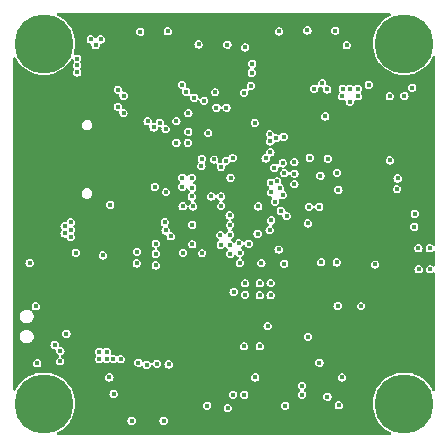
<source format=gbr>
%TF.GenerationSoftware,KiCad,Pcbnew,8.0.7*%
%TF.CreationDate,2025-02-13T13:50:40+08:00*%
%TF.ProjectId,NewSkyH7-Air,4e657753-6b79-4483-972d-4169722e6b69,rev?*%
%TF.SameCoordinates,Original*%
%TF.FileFunction,Copper,L2,Inr*%
%TF.FilePolarity,Positive*%
%FSLAX46Y46*%
G04 Gerber Fmt 4.6, Leading zero omitted, Abs format (unit mm)*
G04 Created by KiCad (PCBNEW 8.0.7) date 2025-02-13 13:50:40*
%MOMM*%
%LPD*%
G01*
G04 APERTURE LIST*
%TA.AperFunction,ComponentPad*%
%ADD10C,5.000000*%
%TD*%
%TA.AperFunction,ViaPad*%
%ADD11C,0.400000*%
%TD*%
%TA.AperFunction,ViaPad*%
%ADD12C,0.600000*%
%TD*%
G04 APERTURE END LIST*
D10*
%TO.N,*%
%TO.C,J1*%
X128455000Y-66305000D03*
X128455000Y-96805000D03*
X158955000Y-66305000D03*
X158955000Y-96805000D03*
%TD*%
D11*
%TO.N,GND*%
X149675000Y-71215000D03*
X135005000Y-79910000D03*
X160760000Y-77750000D03*
X137935000Y-82265000D03*
X145920000Y-84840000D03*
X154155000Y-91902000D03*
X161005000Y-80710000D03*
X143410000Y-80890000D03*
X154350000Y-88520000D03*
X128703500Y-70970000D03*
X148767500Y-73035000D03*
X145070000Y-75120000D03*
X149945000Y-80120000D03*
X131995000Y-70560000D03*
X136472500Y-92455000D03*
X138880000Y-91865000D03*
D12*
X151090000Y-73380000D03*
D11*
X133455000Y-83265000D03*
X143390000Y-95270000D03*
X152700000Y-94560000D03*
X143590000Y-87280000D03*
X135010000Y-94560000D03*
X147628000Y-95260000D03*
X135270000Y-65080000D03*
X158030000Y-82140000D03*
X155540000Y-85000000D03*
X157752500Y-73830000D03*
X144150000Y-84890000D03*
X140660000Y-85235000D03*
X128457500Y-82932500D03*
X144870000Y-71720000D03*
X131155000Y-93510000D03*
X141605000Y-75230000D03*
X132603500Y-81210000D03*
X145035000Y-82475000D03*
X155925000Y-82025000D03*
X143420000Y-81690000D03*
X144500000Y-70370000D03*
X131995000Y-71330000D03*
X145730000Y-89840000D03*
X131155000Y-92050000D03*
X138880000Y-86545000D03*
X135445000Y-73020000D03*
X145400000Y-93470000D03*
X133260000Y-85110000D03*
X152370000Y-88510000D03*
X159225000Y-85405000D03*
%TO.N,Net-(C4-Pad1)*%
X142620000Y-79230000D03*
%TO.N,Net-(C5-Pad1)*%
X143460000Y-79230000D03*
%TO.N,+3V3*%
X144190000Y-80830000D03*
X155040000Y-70125000D03*
X144260000Y-77645000D03*
X153770000Y-70125000D03*
X154375000Y-70125000D03*
X141845000Y-84040000D03*
X149675000Y-76330000D03*
X146880000Y-84880000D03*
X155310000Y-88520000D03*
X144220000Y-82470000D03*
X150820000Y-91100000D03*
X145495000Y-87560000D03*
X156500000Y-85000000D03*
X153330000Y-88510000D03*
X159820000Y-81805000D03*
X155970000Y-69780000D03*
X137935000Y-85070000D03*
X140240000Y-84000000D03*
X144520000Y-87320000D03*
X127900000Y-93360000D03*
X161150000Y-85405000D03*
X153725000Y-70755000D03*
X161137500Y-83620000D03*
X155030000Y-70755000D03*
X139685000Y-74690000D03*
X144210000Y-81660000D03*
X154365000Y-71210000D03*
%TO.N,Net-(U1C-VDDA)*%
X145050000Y-84880000D03*
%TO.N,VCC*%
X132430000Y-65930000D03*
X135205000Y-70710000D03*
X133270000Y-65940000D03*
X132840000Y-66430000D03*
X129860000Y-92330000D03*
X129370000Y-91800000D03*
X134730000Y-70190000D03*
X134075000Y-79940000D03*
X146100000Y-68010000D03*
X135200000Y-72180000D03*
X146060000Y-68770000D03*
X129825000Y-93195000D03*
X134720000Y-71660000D03*
X131155000Y-83995000D03*
X130360000Y-90845000D03*
%TO.N,+5V*%
X130725000Y-81435000D03*
X130725000Y-82680000D03*
X131280000Y-68145000D03*
X150320000Y-96010000D03*
X134365000Y-95955000D03*
X130725000Y-82057500D03*
X148767500Y-74170000D03*
X130215000Y-82370000D03*
X134010000Y-94560000D03*
X153700000Y-94560000D03*
X130215000Y-81755000D03*
X131280000Y-68730000D03*
X131280000Y-67560000D03*
X150310000Y-95260000D03*
X148085000Y-74315000D03*
X147600000Y-73965000D03*
X147600000Y-74580000D03*
X152280000Y-72460000D03*
%TO.N,+12V*%
X133160000Y-92395000D03*
X145420000Y-96010000D03*
X133770000Y-93015000D03*
X146355000Y-94560000D03*
X133140000Y-93015000D03*
X134975000Y-93015000D03*
X133790000Y-92395000D03*
X144470000Y-96010000D03*
X127250000Y-84865000D03*
X134345000Y-93015000D03*
%TO.N,/Plug/OSD-IN*%
X151790000Y-93300000D03*
X152460000Y-96190000D03*
%TO.N,Net-(D4-K)*%
X160180000Y-85405000D03*
%TO.N,Net-(D9-K)*%
X160167500Y-83620000D03*
%TO.N,/IMU.icm42688_EXIT*%
X150975000Y-75965000D03*
X148025000Y-79675000D03*
%TO.N,/IMU.icm42688_MISO*%
X152502885Y-76057115D03*
X148680000Y-76400000D03*
%TO.N,/IMU.icm42688_MOSI*%
X147635000Y-75500000D03*
X153275000Y-77220000D03*
%TO.N,/IMU.icm42688_CLK*%
X148425000Y-78515000D03*
X151870000Y-77480000D03*
%TO.N,/IMU.icm42688_CS*%
X147695000Y-78885000D03*
X153390000Y-78670000D03*
%TO.N,/BMI088.EXIT_GYRO*%
X136345000Y-83905000D03*
X141010000Y-83280000D03*
%TO.N,/BMI088.CS_ACCEL*%
X138790000Y-78870000D03*
X136325000Y-84905000D03*
%TO.N,/QSPI.BK1_IO0*%
X147232150Y-76015000D03*
X159640000Y-70020000D03*
%TO.N,SWDIO*%
X140190000Y-77660000D03*
%TO.N,/QSPI.BK1_IO2*%
X147968540Y-76800690D03*
X158410000Y-77710000D03*
%TO.N,/QSPI.BK1_IO1*%
X157760000Y-76190000D03*
X148820000Y-77260000D03*
%TO.N,/QSPI.BK1_CLK*%
X150815000Y-81520000D03*
X158980000Y-70725000D03*
%TO.N,ADC_CUL*%
X144175000Y-83330000D03*
X140150000Y-69770000D03*
X152020000Y-69650000D03*
%TO.N,SWCLK*%
X140180000Y-78400000D03*
%TO.N,/PWM_Control2*%
X138950000Y-65250000D03*
%TO.N,/PWM_Control3*%
X141550000Y-66360000D03*
%TO.N,/PWM_Control4*%
X144000000Y-66380000D03*
%TO.N,/PWM_Control1*%
X136620000Y-65280000D03*
%TO.N,/Plug/OSD-OUT*%
X153430000Y-96920000D03*
X148890000Y-96940000D03*
%TO.N,/USART.TX6*%
X144430000Y-75980000D03*
X145990000Y-69870000D03*
%TO.N,/USART.RX6*%
X143870000Y-76230000D03*
X145410000Y-70460000D03*
%TO.N,/USART.TX3*%
X147665000Y-78070000D03*
X151340000Y-70120000D03*
%TO.N,/USART.RX3*%
X152440000Y-70170000D03*
X145490000Y-66620000D03*
X148212835Y-77962165D03*
%TO.N,/PWM_Control5*%
X148370000Y-65270000D03*
%TO.N,/PWM_Control6*%
X150770000Y-65180000D03*
%TO.N,/PWM_Control7*%
X153120000Y-65190000D03*
%TO.N,/PWM_Control8*%
X154100000Y-66430000D03*
%TO.N,/USART.TX1*%
X140510000Y-70380000D03*
X141799615Y-76660385D03*
%TO.N,/USART.RX1*%
X141830000Y-76060000D03*
X141190000Y-70890000D03*
%TO.N,/USART.TX2*%
X140210000Y-80060000D03*
X144025000Y-97155000D03*
X139020000Y-93460000D03*
%TO.N,/USART.RX2*%
X141090000Y-80080000D03*
X142280000Y-96940000D03*
X138030000Y-93390000D03*
%TO.N,/USART.TX4*%
X140980000Y-79240000D03*
X138590000Y-98220000D03*
X137170000Y-93500000D03*
%TO.N,/USART.RX4*%
X136450000Y-93300000D03*
X141010000Y-78490000D03*
X135890000Y-98220000D03*
%TO.N,/BOOT0*%
X137850000Y-78430000D03*
X127775000Y-88535000D03*
X141019524Y-81637150D03*
%TO.N,Net-(U1B-PDR_ON)*%
X143460000Y-80050000D03*
%TO.N,VCC_Voltage*%
X143430000Y-83320000D03*
X142950000Y-70410000D03*
%TO.N,/QSPI.BK1_NCS*%
X158350000Y-78620000D03*
X148675000Y-79100000D03*
%TO.N,/PA0*%
X138255000Y-73005000D03*
X144240000Y-84085000D03*
%TO.N,/PB0*%
X137745000Y-73385000D03*
X146560000Y-82385000D03*
%TO.N,/PA1*%
X138765000Y-73535000D03*
X145050000Y-84035000D03*
%TO.N,/PA2*%
X148800000Y-84925000D03*
%TO.N,/Device/ICM42688-VDD*%
X150905000Y-80120000D03*
X149675000Y-78185000D03*
X149675000Y-77300000D03*
X151775000Y-80120000D03*
%TO.N,/Magnetometer.SDA*%
X142020000Y-71140000D03*
X143460000Y-76760000D03*
%TO.N,/PB1*%
X137245000Y-72865000D03*
X147570000Y-82080000D03*
%TO.N,/Magnetometer.SCL*%
X140700000Y-72190000D03*
X142870000Y-76110000D03*
%TO.N,/PE11*%
X146330000Y-73010000D03*
X146610000Y-80085000D03*
%TO.N,/OSD.OSD_CS*%
X144975000Y-83220000D03*
X153260000Y-84820000D03*
%TO.N,/Device/IST8310-VDD*%
X143910000Y-71720000D03*
X143060000Y-71710000D03*
X139680000Y-72860000D03*
X140655000Y-74690000D03*
X140680000Y-73750000D03*
%TO.N,/PE14*%
X149005000Y-80885000D03*
%TO.N,/Magnetometer.INT*%
X142370000Y-73870000D03*
X141000000Y-77640000D03*
%TO.N,/PE9*%
X147705000Y-81270000D03*
%TO.N,/OSD.OSD_CLK*%
X151927500Y-84812500D03*
X145795000Y-83235000D03*
%TO.N,/PE13*%
X148525000Y-80460000D03*
%TO.N,/Device/BMI008-VDD*%
X133457500Y-84227500D03*
X137935000Y-84100000D03*
X137935000Y-83225000D03*
%TO.N,/Device/DPS310-VDD*%
X146735000Y-86585000D03*
X147675000Y-86575000D03*
X145495000Y-86590000D03*
X145405000Y-91925000D03*
X146735000Y-91925000D03*
%TO.N,/QSPI.BK1_IO3*%
X143382150Y-82502850D03*
X157745000Y-70745000D03*
%TO.N,/Barometer.SDA*%
X139205000Y-82605000D03*
X146735000Y-87605000D03*
%TO.N,/Barometer.SCL*%
X138770000Y-82115000D03*
X147675000Y-87595000D03*
%TO.N,/Barometer.INT*%
X147395000Y-90210000D03*
X138700000Y-81410000D03*
%TO.N,/PA3*%
X148325000Y-83730000D03*
%TO.N,Net-(LED1-DI)*%
X159860000Y-80710000D03*
%TD*%
%TA.AperFunction,Conductor*%
%TO.N,GND*%
G36*
X157802101Y-63707185D02*
G01*
X157847856Y-63759989D01*
X157857800Y-63829147D01*
X157828775Y-63892703D01*
X157785953Y-63924575D01*
X157721018Y-63953799D01*
X157721002Y-63953808D01*
X157446594Y-64119692D01*
X157194177Y-64317448D01*
X156967448Y-64544177D01*
X156769692Y-64796594D01*
X156638484Y-65013640D01*
X156604208Y-65070341D01*
X156603808Y-65071002D01*
X156603806Y-65071004D01*
X156472208Y-65363404D01*
X156472202Y-65363419D01*
X156376816Y-65669525D01*
X156376814Y-65669531D01*
X156376814Y-65669534D01*
X156347345Y-65830341D01*
X156319014Y-65984939D01*
X156299655Y-66305000D01*
X156319014Y-66625060D01*
X156319014Y-66625065D01*
X156319015Y-66625066D01*
X156376814Y-66940466D01*
X156376815Y-66940470D01*
X156376816Y-66940474D01*
X156472202Y-67246580D01*
X156472208Y-67246595D01*
X156472209Y-67246598D01*
X156484049Y-67272905D01*
X156603806Y-67538995D01*
X156603807Y-67538996D01*
X156603809Y-67539000D01*
X156686081Y-67675095D01*
X156767129Y-67809166D01*
X156769694Y-67813408D01*
X156859094Y-67927518D01*
X156967448Y-68065822D01*
X157194177Y-68292551D01*
X157194181Y-68292554D01*
X157446592Y-68490306D01*
X157721000Y-68656191D01*
X158013402Y-68787791D01*
X158013411Y-68787793D01*
X158013419Y-68787797D01*
X158252895Y-68862420D01*
X158319534Y-68883186D01*
X158634934Y-68940985D01*
X158955000Y-68960345D01*
X159275066Y-68940985D01*
X159590466Y-68883186D01*
X159763320Y-68829322D01*
X159896580Y-68787797D01*
X159896584Y-68787795D01*
X159896598Y-68787791D01*
X160189000Y-68656191D01*
X160463408Y-68490306D01*
X160715819Y-68292554D01*
X160942554Y-68065819D01*
X161140306Y-67813408D01*
X161306191Y-67539000D01*
X161355425Y-67429606D01*
X161400888Y-67376553D01*
X161467819Y-67356501D01*
X161534965Y-67375817D01*
X161581010Y-67428369D01*
X161592500Y-67480499D01*
X161592500Y-83279955D01*
X161572815Y-83346994D01*
X161520011Y-83392749D01*
X161450853Y-83402693D01*
X161387297Y-83373668D01*
X161380819Y-83367636D01*
X161346092Y-83332909D01*
X161346088Y-83332906D01*
X161346087Y-83332905D01*
X161320763Y-83320002D01*
X161247158Y-83282498D01*
X161137502Y-83265131D01*
X161137498Y-83265131D01*
X161027841Y-83282498D01*
X160928914Y-83332904D01*
X160928907Y-83332909D01*
X160850409Y-83411407D01*
X160850404Y-83411414D01*
X160799998Y-83510341D01*
X160782631Y-83619997D01*
X160782631Y-83620002D01*
X160799998Y-83729658D01*
X160850404Y-83828585D01*
X160850409Y-83828592D01*
X160928907Y-83907090D01*
X160928910Y-83907092D01*
X160928913Y-83907095D01*
X160990716Y-83938585D01*
X161027841Y-83957501D01*
X161137498Y-83974869D01*
X161137500Y-83974869D01*
X161137502Y-83974869D01*
X161247158Y-83957501D01*
X161247159Y-83957500D01*
X161247161Y-83957500D01*
X161346087Y-83907095D01*
X161363184Y-83889998D01*
X161380819Y-83872364D01*
X161442142Y-83838879D01*
X161511834Y-83843863D01*
X161567767Y-83885735D01*
X161592184Y-83951199D01*
X161592500Y-83960045D01*
X161592500Y-85052455D01*
X161572815Y-85119494D01*
X161520011Y-85165249D01*
X161450853Y-85175193D01*
X161387297Y-85146168D01*
X161380819Y-85140136D01*
X161358592Y-85117909D01*
X161358588Y-85117906D01*
X161358587Y-85117905D01*
X161350112Y-85113587D01*
X161259658Y-85067498D01*
X161150002Y-85050131D01*
X161149998Y-85050131D01*
X161040341Y-85067498D01*
X160941414Y-85117904D01*
X160941407Y-85117909D01*
X160862909Y-85196407D01*
X160862904Y-85196414D01*
X160812498Y-85295341D01*
X160795131Y-85404997D01*
X160795131Y-85405002D01*
X160812498Y-85514658D01*
X160862904Y-85613585D01*
X160862909Y-85613592D01*
X160941407Y-85692090D01*
X160941410Y-85692092D01*
X160941413Y-85692095D01*
X161040339Y-85742500D01*
X161040341Y-85742501D01*
X161149998Y-85759869D01*
X161150000Y-85759869D01*
X161150002Y-85759869D01*
X161259658Y-85742501D01*
X161259659Y-85742500D01*
X161259661Y-85742500D01*
X161358587Y-85692095D01*
X161367447Y-85683235D01*
X161380819Y-85669864D01*
X161442142Y-85636379D01*
X161511834Y-85641363D01*
X161567767Y-85683235D01*
X161592184Y-85748699D01*
X161592500Y-85757545D01*
X161592500Y-95629500D01*
X161572815Y-95696539D01*
X161520011Y-95742294D01*
X161450853Y-95752238D01*
X161387297Y-95723213D01*
X161355425Y-95680391D01*
X161306200Y-95571018D01*
X161306195Y-95571010D01*
X161306191Y-95571000D01*
X161140306Y-95296592D01*
X160942554Y-95044181D01*
X160942551Y-95044177D01*
X160715822Y-94817448D01*
X160463405Y-94619692D01*
X160364657Y-94559997D01*
X160189000Y-94453809D01*
X160188996Y-94453807D01*
X160188995Y-94453806D01*
X159989694Y-94364108D01*
X159896598Y-94322209D01*
X159896595Y-94322208D01*
X159896580Y-94322202D01*
X159590474Y-94226816D01*
X159590470Y-94226815D01*
X159590466Y-94226814D01*
X159275066Y-94169015D01*
X159275065Y-94169014D01*
X159275060Y-94169014D01*
X158955000Y-94149655D01*
X158634939Y-94169014D01*
X158634934Y-94169015D01*
X158319534Y-94226814D01*
X158319531Y-94226814D01*
X158319525Y-94226816D01*
X158013419Y-94322202D01*
X158013404Y-94322208D01*
X157721004Y-94453806D01*
X157721002Y-94453808D01*
X157446594Y-94619692D01*
X157194177Y-94817448D01*
X156967448Y-95044177D01*
X156769692Y-95296594D01*
X156603808Y-95571002D01*
X156603806Y-95571004D01*
X156472208Y-95863404D01*
X156472202Y-95863419D01*
X156376816Y-96169525D01*
X156376814Y-96169531D01*
X156376814Y-96169534D01*
X156341018Y-96364869D01*
X156319014Y-96484939D01*
X156299655Y-96805000D01*
X156319014Y-97125060D01*
X156319014Y-97125065D01*
X156319015Y-97125066D01*
X156376814Y-97440466D01*
X156376815Y-97440470D01*
X156376816Y-97440474D01*
X156472202Y-97746580D01*
X156472208Y-97746595D01*
X156603806Y-98038995D01*
X156603807Y-98038996D01*
X156603809Y-98039000D01*
X156769694Y-98313408D01*
X156859930Y-98428585D01*
X156967448Y-98565822D01*
X157194177Y-98792551D01*
X157194181Y-98792554D01*
X157446592Y-98990306D01*
X157721000Y-99156191D01*
X157721010Y-99156195D01*
X157721018Y-99156200D01*
X157808172Y-99195425D01*
X157861227Y-99240889D01*
X157881279Y-99307819D01*
X157861963Y-99374966D01*
X157809411Y-99421010D01*
X157757281Y-99432500D01*
X129652719Y-99432500D01*
X129585680Y-99412815D01*
X129539925Y-99360011D01*
X129529981Y-99290853D01*
X129559006Y-99227297D01*
X129601828Y-99195425D01*
X129688981Y-99156200D01*
X129688984Y-99156197D01*
X129689000Y-99156191D01*
X129963408Y-98990306D01*
X130215819Y-98792554D01*
X130442554Y-98565819D01*
X130640306Y-98313408D01*
X130696775Y-98219997D01*
X135535131Y-98219997D01*
X135535131Y-98220002D01*
X135552498Y-98329658D01*
X135602904Y-98428585D01*
X135602909Y-98428592D01*
X135681407Y-98507090D01*
X135681410Y-98507092D01*
X135681413Y-98507095D01*
X135780339Y-98557500D01*
X135780341Y-98557501D01*
X135889998Y-98574869D01*
X135890000Y-98574869D01*
X135890002Y-98574869D01*
X135999658Y-98557501D01*
X135999659Y-98557500D01*
X135999661Y-98557500D01*
X136098587Y-98507095D01*
X136177095Y-98428587D01*
X136227500Y-98329661D01*
X136227500Y-98329659D01*
X136227501Y-98329658D01*
X136244869Y-98220002D01*
X136244869Y-98219997D01*
X138235131Y-98219997D01*
X138235131Y-98220002D01*
X138252498Y-98329658D01*
X138302904Y-98428585D01*
X138302909Y-98428592D01*
X138381407Y-98507090D01*
X138381410Y-98507092D01*
X138381413Y-98507095D01*
X138480339Y-98557500D01*
X138480341Y-98557501D01*
X138589998Y-98574869D01*
X138590000Y-98574869D01*
X138590002Y-98574869D01*
X138699658Y-98557501D01*
X138699659Y-98557500D01*
X138699661Y-98557500D01*
X138798587Y-98507095D01*
X138877095Y-98428587D01*
X138927500Y-98329661D01*
X138927500Y-98329659D01*
X138927501Y-98329658D01*
X138944869Y-98220002D01*
X138944869Y-98219997D01*
X138927501Y-98110341D01*
X138891151Y-98039000D01*
X138877095Y-98011413D01*
X138877092Y-98011410D01*
X138877090Y-98011407D01*
X138798592Y-97932909D01*
X138798588Y-97932906D01*
X138798587Y-97932905D01*
X138794743Y-97930946D01*
X138699658Y-97882498D01*
X138590002Y-97865131D01*
X138589998Y-97865131D01*
X138480341Y-97882498D01*
X138381414Y-97932904D01*
X138381407Y-97932909D01*
X138302909Y-98011407D01*
X138302904Y-98011414D01*
X138252498Y-98110341D01*
X138235131Y-98219997D01*
X136244869Y-98219997D01*
X136227501Y-98110341D01*
X136191151Y-98039000D01*
X136177095Y-98011413D01*
X136177092Y-98011410D01*
X136177090Y-98011407D01*
X136098592Y-97932909D01*
X136098588Y-97932906D01*
X136098587Y-97932905D01*
X136094743Y-97930946D01*
X135999658Y-97882498D01*
X135890002Y-97865131D01*
X135889998Y-97865131D01*
X135780341Y-97882498D01*
X135681414Y-97932904D01*
X135681407Y-97932909D01*
X135602909Y-98011407D01*
X135602904Y-98011414D01*
X135552498Y-98110341D01*
X135535131Y-98219997D01*
X130696775Y-98219997D01*
X130806191Y-98039000D01*
X130937791Y-97746598D01*
X131033186Y-97440466D01*
X131090985Y-97125066D01*
X131102179Y-96939997D01*
X141925131Y-96939997D01*
X141925131Y-96940002D01*
X141942498Y-97049658D01*
X141992904Y-97148585D01*
X141992909Y-97148592D01*
X142071407Y-97227090D01*
X142071410Y-97227092D01*
X142071413Y-97227095D01*
X142131087Y-97257500D01*
X142170341Y-97277501D01*
X142279998Y-97294869D01*
X142280000Y-97294869D01*
X142280002Y-97294869D01*
X142389658Y-97277501D01*
X142389659Y-97277500D01*
X142389661Y-97277500D01*
X142488587Y-97227095D01*
X142560685Y-97154997D01*
X143670131Y-97154997D01*
X143670131Y-97155002D01*
X143687498Y-97264658D01*
X143737904Y-97363585D01*
X143737909Y-97363592D01*
X143816407Y-97442090D01*
X143816410Y-97442092D01*
X143816413Y-97442095D01*
X143915339Y-97492500D01*
X143915341Y-97492501D01*
X144024998Y-97509869D01*
X144025000Y-97509869D01*
X144025002Y-97509869D01*
X144134658Y-97492501D01*
X144134659Y-97492500D01*
X144134661Y-97492500D01*
X144233587Y-97442095D01*
X144312095Y-97363587D01*
X144362500Y-97264661D01*
X144362500Y-97264659D01*
X144362501Y-97264658D01*
X144379869Y-97155002D01*
X144379869Y-97154997D01*
X144362501Y-97045341D01*
X144354510Y-97029658D01*
X144312095Y-96946413D01*
X144312092Y-96946410D01*
X144312090Y-96946407D01*
X144305680Y-96939997D01*
X148535131Y-96939997D01*
X148535131Y-96940002D01*
X148552498Y-97049658D01*
X148602904Y-97148585D01*
X148602909Y-97148592D01*
X148681407Y-97227090D01*
X148681410Y-97227092D01*
X148681413Y-97227095D01*
X148741087Y-97257500D01*
X148780341Y-97277501D01*
X148889998Y-97294869D01*
X148890000Y-97294869D01*
X148890002Y-97294869D01*
X148999658Y-97277501D01*
X148999659Y-97277500D01*
X148999661Y-97277500D01*
X149098587Y-97227095D01*
X149177095Y-97148587D01*
X149227500Y-97049661D01*
X149227500Y-97049659D01*
X149227501Y-97049658D01*
X149244869Y-96940002D01*
X149244869Y-96939997D01*
X149241701Y-96919997D01*
X153075131Y-96919997D01*
X153075131Y-96920002D01*
X153092498Y-97029658D01*
X153142904Y-97128585D01*
X153142909Y-97128592D01*
X153221407Y-97207090D01*
X153221410Y-97207092D01*
X153221413Y-97207095D01*
X153320339Y-97257500D01*
X153320341Y-97257501D01*
X153429998Y-97274869D01*
X153430000Y-97274869D01*
X153430002Y-97274869D01*
X153539658Y-97257501D01*
X153539659Y-97257500D01*
X153539661Y-97257500D01*
X153638587Y-97207095D01*
X153717095Y-97128587D01*
X153767500Y-97029661D01*
X153767500Y-97029659D01*
X153767501Y-97029658D01*
X153784869Y-96920002D01*
X153784869Y-96919997D01*
X153767501Y-96810341D01*
X153723460Y-96723905D01*
X153717095Y-96711413D01*
X153717092Y-96711410D01*
X153717090Y-96711407D01*
X153638592Y-96632909D01*
X153638588Y-96632906D01*
X153638587Y-96632905D01*
X153634743Y-96630946D01*
X153539658Y-96582498D01*
X153430002Y-96565131D01*
X153429998Y-96565131D01*
X153320341Y-96582498D01*
X153221414Y-96632904D01*
X153221407Y-96632909D01*
X153142909Y-96711407D01*
X153142904Y-96711414D01*
X153092498Y-96810341D01*
X153075131Y-96919997D01*
X149241701Y-96919997D01*
X149227501Y-96830341D01*
X149220957Y-96817498D01*
X149177095Y-96731413D01*
X149177092Y-96731410D01*
X149177090Y-96731407D01*
X149098592Y-96652909D01*
X149098588Y-96652906D01*
X149098587Y-96652905D01*
X149094743Y-96650946D01*
X148999658Y-96602498D01*
X148890002Y-96585131D01*
X148889998Y-96585131D01*
X148780341Y-96602498D01*
X148681414Y-96652904D01*
X148681407Y-96652909D01*
X148602909Y-96731407D01*
X148602904Y-96731414D01*
X148552498Y-96830341D01*
X148535131Y-96939997D01*
X144305680Y-96939997D01*
X144233592Y-96867909D01*
X144233588Y-96867906D01*
X144233587Y-96867905D01*
X144229743Y-96865946D01*
X144134658Y-96817498D01*
X144025002Y-96800131D01*
X144024998Y-96800131D01*
X143915341Y-96817498D01*
X143816414Y-96867904D01*
X143816407Y-96867909D01*
X143737909Y-96946407D01*
X143737904Y-96946414D01*
X143687498Y-97045341D01*
X143670131Y-97154997D01*
X142560685Y-97154997D01*
X142567095Y-97148587D01*
X142617500Y-97049661D01*
X142617500Y-97049659D01*
X142617501Y-97049658D01*
X142634869Y-96940002D01*
X142634869Y-96939997D01*
X142617501Y-96830341D01*
X142610957Y-96817498D01*
X142567095Y-96731413D01*
X142567092Y-96731410D01*
X142567090Y-96731407D01*
X142488592Y-96652909D01*
X142488588Y-96652906D01*
X142488587Y-96652905D01*
X142484743Y-96650946D01*
X142389658Y-96602498D01*
X142280002Y-96585131D01*
X142279998Y-96585131D01*
X142170341Y-96602498D01*
X142071414Y-96652904D01*
X142071407Y-96652909D01*
X141992909Y-96731407D01*
X141992904Y-96731414D01*
X141942498Y-96830341D01*
X141925131Y-96939997D01*
X131102179Y-96939997D01*
X131110345Y-96805000D01*
X131090985Y-96484934D01*
X131033186Y-96169534D01*
X130978865Y-95995211D01*
X130966334Y-95954997D01*
X134010131Y-95954997D01*
X134010131Y-95955002D01*
X134027498Y-96064658D01*
X134077904Y-96163585D01*
X134077909Y-96163592D01*
X134156407Y-96242090D01*
X134156410Y-96242092D01*
X134156413Y-96242095D01*
X134255339Y-96292500D01*
X134255341Y-96292501D01*
X134364998Y-96309869D01*
X134365000Y-96309869D01*
X134365002Y-96309869D01*
X134474658Y-96292501D01*
X134474659Y-96292500D01*
X134474661Y-96292500D01*
X134573587Y-96242095D01*
X134652095Y-96163587D01*
X134702500Y-96064661D01*
X134702500Y-96064659D01*
X134702501Y-96064658D01*
X134711159Y-96009997D01*
X144115131Y-96009997D01*
X144115131Y-96010002D01*
X144132498Y-96119658D01*
X144182904Y-96218585D01*
X144182909Y-96218592D01*
X144261407Y-96297090D01*
X144261410Y-96297092D01*
X144261413Y-96297095D01*
X144286484Y-96309869D01*
X144360341Y-96347501D01*
X144469998Y-96364869D01*
X144470000Y-96364869D01*
X144470002Y-96364869D01*
X144579658Y-96347501D01*
X144579659Y-96347500D01*
X144579661Y-96347500D01*
X144678587Y-96297095D01*
X144757095Y-96218587D01*
X144807500Y-96119661D01*
X144807500Y-96119659D01*
X144807501Y-96119658D01*
X144822527Y-96024788D01*
X144829406Y-96010275D01*
X144829154Y-96009723D01*
X145060593Y-96009723D01*
X145067473Y-96024788D01*
X145082498Y-96119658D01*
X145132904Y-96218585D01*
X145132909Y-96218592D01*
X145211407Y-96297090D01*
X145211410Y-96297092D01*
X145211413Y-96297095D01*
X145236484Y-96309869D01*
X145310341Y-96347501D01*
X145419998Y-96364869D01*
X145420000Y-96364869D01*
X145420002Y-96364869D01*
X145529658Y-96347501D01*
X145529659Y-96347500D01*
X145529661Y-96347500D01*
X145628587Y-96297095D01*
X145707095Y-96218587D01*
X145757500Y-96119661D01*
X145757500Y-96119659D01*
X145757501Y-96119658D01*
X145774869Y-96010002D01*
X145774869Y-96009997D01*
X145757501Y-95900341D01*
X145724275Y-95835131D01*
X145707095Y-95801413D01*
X145707092Y-95801410D01*
X145707090Y-95801407D01*
X145628592Y-95722909D01*
X145628588Y-95722906D01*
X145628587Y-95722905D01*
X145618334Y-95717681D01*
X145529658Y-95672498D01*
X145420002Y-95655131D01*
X145419998Y-95655131D01*
X145310341Y-95672498D01*
X145211414Y-95722904D01*
X145211407Y-95722909D01*
X145132909Y-95801407D01*
X145132904Y-95801414D01*
X145082498Y-95900341D01*
X145067473Y-95995211D01*
X145060593Y-96009723D01*
X144829154Y-96009723D01*
X144822527Y-95995211D01*
X144807501Y-95900341D01*
X144774275Y-95835131D01*
X144757095Y-95801413D01*
X144757092Y-95801410D01*
X144757090Y-95801407D01*
X144678592Y-95722909D01*
X144678588Y-95722906D01*
X144678587Y-95722905D01*
X144668334Y-95717681D01*
X144579658Y-95672498D01*
X144470002Y-95655131D01*
X144469998Y-95655131D01*
X144360341Y-95672498D01*
X144261414Y-95722904D01*
X144261407Y-95722909D01*
X144182909Y-95801407D01*
X144182904Y-95801414D01*
X144132498Y-95900341D01*
X144115131Y-96009997D01*
X134711159Y-96009997D01*
X134719869Y-95955002D01*
X134719869Y-95954997D01*
X134702501Y-95845341D01*
X134680119Y-95801414D01*
X134652095Y-95746413D01*
X134652092Y-95746410D01*
X134652090Y-95746407D01*
X134573592Y-95667909D01*
X134573588Y-95667906D01*
X134573587Y-95667905D01*
X134550925Y-95656358D01*
X134474658Y-95617498D01*
X134365002Y-95600131D01*
X134364998Y-95600131D01*
X134255341Y-95617498D01*
X134156414Y-95667904D01*
X134156407Y-95667909D01*
X134077909Y-95746407D01*
X134077904Y-95746414D01*
X134027498Y-95845341D01*
X134010131Y-95954997D01*
X130966334Y-95954997D01*
X130937797Y-95863419D01*
X130937793Y-95863411D01*
X130937791Y-95863402D01*
X130806191Y-95571000D01*
X130640306Y-95296592D01*
X130611636Y-95259997D01*
X149955131Y-95259997D01*
X149955131Y-95260002D01*
X149972498Y-95369658D01*
X150022904Y-95468585D01*
X150022909Y-95468592D01*
X150106636Y-95552319D01*
X150140121Y-95613642D01*
X150135137Y-95683334D01*
X150106636Y-95727681D01*
X150032909Y-95801407D01*
X150032904Y-95801414D01*
X149982498Y-95900341D01*
X149965131Y-96009997D01*
X149965131Y-96010002D01*
X149982498Y-96119658D01*
X150032904Y-96218585D01*
X150032909Y-96218592D01*
X150111407Y-96297090D01*
X150111410Y-96297092D01*
X150111413Y-96297095D01*
X150136484Y-96309869D01*
X150210341Y-96347501D01*
X150319998Y-96364869D01*
X150320000Y-96364869D01*
X150320002Y-96364869D01*
X150429658Y-96347501D01*
X150429659Y-96347500D01*
X150429661Y-96347500D01*
X150528587Y-96297095D01*
X150607095Y-96218587D01*
X150621662Y-96189997D01*
X152105131Y-96189997D01*
X152105131Y-96190002D01*
X152122498Y-96299658D01*
X152172904Y-96398585D01*
X152172909Y-96398592D01*
X152251407Y-96477090D01*
X152251410Y-96477092D01*
X152251413Y-96477095D01*
X152315954Y-96509980D01*
X152350341Y-96527501D01*
X152459998Y-96544869D01*
X152460000Y-96544869D01*
X152460002Y-96544869D01*
X152569658Y-96527501D01*
X152569659Y-96527500D01*
X152569661Y-96527500D01*
X152668587Y-96477095D01*
X152747095Y-96398587D01*
X152797500Y-96299661D01*
X152797500Y-96299659D01*
X152797501Y-96299658D01*
X152814869Y-96190002D01*
X152814869Y-96189997D01*
X152797501Y-96080341D01*
X152789510Y-96064658D01*
X152747095Y-95981413D01*
X152747092Y-95981410D01*
X152747090Y-95981407D01*
X152668592Y-95902909D01*
X152668588Y-95902906D01*
X152668587Y-95902905D01*
X152663551Y-95900339D01*
X152569658Y-95852498D01*
X152460002Y-95835131D01*
X152459998Y-95835131D01*
X152350341Y-95852498D01*
X152251414Y-95902904D01*
X152251407Y-95902909D01*
X152172909Y-95981407D01*
X152172904Y-95981414D01*
X152122498Y-96080341D01*
X152105131Y-96189997D01*
X150621662Y-96189997D01*
X150657500Y-96119661D01*
X150657500Y-96119659D01*
X150657501Y-96119658D01*
X150674869Y-96010002D01*
X150674869Y-96009997D01*
X150657501Y-95900341D01*
X150624275Y-95835131D01*
X150607095Y-95801413D01*
X150607092Y-95801410D01*
X150607090Y-95801407D01*
X150523364Y-95717681D01*
X150489879Y-95656358D01*
X150494863Y-95586666D01*
X150523364Y-95542319D01*
X150597090Y-95468592D01*
X150597095Y-95468587D01*
X150647500Y-95369661D01*
X150647500Y-95369659D01*
X150647501Y-95369658D01*
X150664869Y-95260002D01*
X150664869Y-95259997D01*
X150647501Y-95150341D01*
X150647500Y-95150339D01*
X150597095Y-95051413D01*
X150597092Y-95051410D01*
X150597090Y-95051407D01*
X150518592Y-94972909D01*
X150518588Y-94972906D01*
X150518587Y-94972905D01*
X150514743Y-94970946D01*
X150419658Y-94922498D01*
X150310002Y-94905131D01*
X150309998Y-94905131D01*
X150200341Y-94922498D01*
X150101414Y-94972904D01*
X150101407Y-94972909D01*
X150022909Y-95051407D01*
X150022904Y-95051414D01*
X149972498Y-95150341D01*
X149955131Y-95259997D01*
X130611636Y-95259997D01*
X130442554Y-95044181D01*
X130442551Y-95044177D01*
X130215822Y-94817448D01*
X129963405Y-94619692D01*
X129864657Y-94559997D01*
X133655131Y-94559997D01*
X133655131Y-94560002D01*
X133672498Y-94669658D01*
X133722904Y-94768585D01*
X133722909Y-94768592D01*
X133801407Y-94847090D01*
X133801410Y-94847092D01*
X133801413Y-94847095D01*
X133900339Y-94897500D01*
X133900341Y-94897501D01*
X134009998Y-94914869D01*
X134010000Y-94914869D01*
X134010002Y-94914869D01*
X134119658Y-94897501D01*
X134119659Y-94897500D01*
X134119661Y-94897500D01*
X134218587Y-94847095D01*
X134297095Y-94768587D01*
X134347500Y-94669661D01*
X134347500Y-94669659D01*
X134347501Y-94669658D01*
X134364869Y-94560002D01*
X134364869Y-94559997D01*
X146000131Y-94559997D01*
X146000131Y-94560002D01*
X146017498Y-94669658D01*
X146067904Y-94768585D01*
X146067909Y-94768592D01*
X146146407Y-94847090D01*
X146146410Y-94847092D01*
X146146413Y-94847095D01*
X146245339Y-94897500D01*
X146245341Y-94897501D01*
X146354998Y-94914869D01*
X146355000Y-94914869D01*
X146355002Y-94914869D01*
X146464658Y-94897501D01*
X146464659Y-94897500D01*
X146464661Y-94897500D01*
X146563587Y-94847095D01*
X146642095Y-94768587D01*
X146692500Y-94669661D01*
X146692500Y-94669659D01*
X146692501Y-94669658D01*
X146709869Y-94560002D01*
X146709869Y-94559997D01*
X153345131Y-94559997D01*
X153345131Y-94560002D01*
X153362498Y-94669658D01*
X153412904Y-94768585D01*
X153412909Y-94768592D01*
X153491407Y-94847090D01*
X153491410Y-94847092D01*
X153491413Y-94847095D01*
X153590339Y-94897500D01*
X153590341Y-94897501D01*
X153699998Y-94914869D01*
X153700000Y-94914869D01*
X153700002Y-94914869D01*
X153809658Y-94897501D01*
X153809659Y-94897500D01*
X153809661Y-94897500D01*
X153908587Y-94847095D01*
X153987095Y-94768587D01*
X154037500Y-94669661D01*
X154037500Y-94669659D01*
X154037501Y-94669658D01*
X154054869Y-94560002D01*
X154054869Y-94559997D01*
X154037501Y-94450341D01*
X154037500Y-94450339D01*
X153987095Y-94351413D01*
X153987092Y-94351410D01*
X153987090Y-94351407D01*
X153908592Y-94272909D01*
X153908588Y-94272906D01*
X153908587Y-94272905D01*
X153904743Y-94270946D01*
X153809658Y-94222498D01*
X153700002Y-94205131D01*
X153699998Y-94205131D01*
X153590341Y-94222498D01*
X153491414Y-94272904D01*
X153491407Y-94272909D01*
X153412909Y-94351407D01*
X153412904Y-94351414D01*
X153362498Y-94450341D01*
X153345131Y-94559997D01*
X146709869Y-94559997D01*
X146692501Y-94450341D01*
X146692500Y-94450339D01*
X146642095Y-94351413D01*
X146642092Y-94351410D01*
X146642090Y-94351407D01*
X146563592Y-94272909D01*
X146563588Y-94272906D01*
X146563587Y-94272905D01*
X146559743Y-94270946D01*
X146464658Y-94222498D01*
X146355002Y-94205131D01*
X146354998Y-94205131D01*
X146245341Y-94222498D01*
X146146414Y-94272904D01*
X146146407Y-94272909D01*
X146067909Y-94351407D01*
X146067904Y-94351414D01*
X146017498Y-94450341D01*
X146000131Y-94559997D01*
X134364869Y-94559997D01*
X134347501Y-94450341D01*
X134347500Y-94450339D01*
X134297095Y-94351413D01*
X134297092Y-94351410D01*
X134297090Y-94351407D01*
X134218592Y-94272909D01*
X134218588Y-94272906D01*
X134218587Y-94272905D01*
X134214743Y-94270946D01*
X134119658Y-94222498D01*
X134010002Y-94205131D01*
X134009998Y-94205131D01*
X133900341Y-94222498D01*
X133801414Y-94272904D01*
X133801407Y-94272909D01*
X133722909Y-94351407D01*
X133722904Y-94351414D01*
X133672498Y-94450341D01*
X133655131Y-94559997D01*
X129864657Y-94559997D01*
X129689000Y-94453809D01*
X129688996Y-94453807D01*
X129688995Y-94453806D01*
X129489694Y-94364108D01*
X129396598Y-94322209D01*
X129396595Y-94322208D01*
X129396580Y-94322202D01*
X129090474Y-94226816D01*
X129090470Y-94226815D01*
X129090466Y-94226814D01*
X128775066Y-94169015D01*
X128775065Y-94169014D01*
X128775060Y-94169014D01*
X128455000Y-94149655D01*
X128134939Y-94169014D01*
X128134934Y-94169015D01*
X127819534Y-94226814D01*
X127819531Y-94226814D01*
X127819525Y-94226816D01*
X127513419Y-94322202D01*
X127513404Y-94322208D01*
X127221004Y-94453806D01*
X127221002Y-94453808D01*
X126946594Y-94619692D01*
X126694177Y-94817448D01*
X126467448Y-95044177D01*
X126269692Y-95296594D01*
X126103808Y-95571002D01*
X126103799Y-95571018D01*
X126084575Y-95613734D01*
X126039111Y-95666789D01*
X125972181Y-95686841D01*
X125905034Y-95667525D01*
X125858990Y-95614973D01*
X125847500Y-95562843D01*
X125847500Y-93359997D01*
X127545131Y-93359997D01*
X127545131Y-93360002D01*
X127562498Y-93469658D01*
X127612904Y-93568585D01*
X127612909Y-93568592D01*
X127691407Y-93647090D01*
X127691410Y-93647092D01*
X127691413Y-93647095D01*
X127733590Y-93668585D01*
X127790341Y-93697501D01*
X127899998Y-93714869D01*
X127900000Y-93714869D01*
X127900002Y-93714869D01*
X128009658Y-93697501D01*
X128009659Y-93697500D01*
X128009661Y-93697500D01*
X128108587Y-93647095D01*
X128187095Y-93568587D01*
X128237500Y-93469661D01*
X128237500Y-93469659D01*
X128237501Y-93469658D01*
X128254869Y-93360002D01*
X128254869Y-93359997D01*
X128237501Y-93250341D01*
X128237266Y-93249879D01*
X128187095Y-93151413D01*
X128187092Y-93151410D01*
X128187090Y-93151407D01*
X128108592Y-93072909D01*
X128108588Y-93072906D01*
X128108587Y-93072905D01*
X128068536Y-93052498D01*
X128009658Y-93022498D01*
X127900002Y-93005131D01*
X127899998Y-93005131D01*
X127790341Y-93022498D01*
X127691414Y-93072904D01*
X127691407Y-93072909D01*
X127612909Y-93151407D01*
X127612904Y-93151414D01*
X127562498Y-93250341D01*
X127545131Y-93359997D01*
X125847500Y-93359997D01*
X125847500Y-91799997D01*
X129015131Y-91799997D01*
X129015131Y-91800002D01*
X129032498Y-91909658D01*
X129082904Y-92008585D01*
X129082909Y-92008592D01*
X129161407Y-92087090D01*
X129161410Y-92087092D01*
X129161413Y-92087095D01*
X129239017Y-92126636D01*
X129260341Y-92137501D01*
X129369998Y-92154869D01*
X129379759Y-92154869D01*
X129379759Y-92156565D01*
X129437774Y-92164059D01*
X129491229Y-92209051D01*
X129511874Y-92275801D01*
X129510361Y-92296977D01*
X129505132Y-92329997D01*
X129505131Y-92330001D01*
X129505131Y-92330002D01*
X129522498Y-92439658D01*
X129572904Y-92538585D01*
X129572909Y-92538592D01*
X129651407Y-92617090D01*
X129651410Y-92617092D01*
X129651413Y-92617095D01*
X129702449Y-92643099D01*
X129753244Y-92691072D01*
X129770040Y-92758893D01*
X129747503Y-92825028D01*
X129702449Y-92864067D01*
X129616413Y-92907905D01*
X129616412Y-92907906D01*
X129616407Y-92907909D01*
X129537909Y-92986407D01*
X129537904Y-92986414D01*
X129487498Y-93085341D01*
X129470131Y-93194997D01*
X129470131Y-93195002D01*
X129487498Y-93304658D01*
X129537904Y-93403585D01*
X129537909Y-93403592D01*
X129616407Y-93482090D01*
X129616410Y-93482092D01*
X129616413Y-93482095D01*
X129651554Y-93500000D01*
X129715341Y-93532501D01*
X129824998Y-93549869D01*
X129825000Y-93549869D01*
X129825002Y-93549869D01*
X129934658Y-93532501D01*
X129934659Y-93532500D01*
X129934661Y-93532500D01*
X130033587Y-93482095D01*
X130112095Y-93403587D01*
X130162500Y-93304661D01*
X130162500Y-93304659D01*
X130162501Y-93304658D01*
X130179869Y-93195002D01*
X130179869Y-93194997D01*
X130162501Y-93085341D01*
X130130481Y-93022498D01*
X130126659Y-93014997D01*
X132785131Y-93014997D01*
X132785131Y-93015002D01*
X132802498Y-93124658D01*
X132852904Y-93223585D01*
X132852909Y-93223592D01*
X132931407Y-93302090D01*
X132931410Y-93302092D01*
X132931413Y-93302095D01*
X133010091Y-93342183D01*
X133030341Y-93352501D01*
X133139998Y-93369869D01*
X133140000Y-93369869D01*
X133140002Y-93369869D01*
X133249658Y-93352501D01*
X133249659Y-93352500D01*
X133249661Y-93352500D01*
X133348587Y-93302095D01*
X133352968Y-93297714D01*
X133367319Y-93283364D01*
X133428642Y-93249879D01*
X133498334Y-93254863D01*
X133542681Y-93283364D01*
X133561407Y-93302090D01*
X133561410Y-93302092D01*
X133561413Y-93302095D01*
X133640091Y-93342183D01*
X133660341Y-93352501D01*
X133769998Y-93369869D01*
X133770000Y-93369869D01*
X133770002Y-93369869D01*
X133879658Y-93352501D01*
X133879659Y-93352500D01*
X133879661Y-93352500D01*
X133978587Y-93302095D01*
X133978587Y-93302094D01*
X133978590Y-93302093D01*
X133984618Y-93297714D01*
X134050425Y-93274236D01*
X134118478Y-93290063D01*
X134130382Y-93297714D01*
X134136409Y-93302093D01*
X134235341Y-93352501D01*
X134344998Y-93369869D01*
X134345000Y-93369869D01*
X134345002Y-93369869D01*
X134454658Y-93352501D01*
X134454659Y-93352500D01*
X134454661Y-93352500D01*
X134553587Y-93302095D01*
X134557968Y-93297714D01*
X134572319Y-93283364D01*
X134633642Y-93249879D01*
X134703334Y-93254863D01*
X134747681Y-93283364D01*
X134766407Y-93302090D01*
X134766410Y-93302092D01*
X134766413Y-93302095D01*
X134845091Y-93342183D01*
X134865341Y-93352501D01*
X134974998Y-93369869D01*
X134975000Y-93369869D01*
X134975002Y-93369869D01*
X135084658Y-93352501D01*
X135084659Y-93352500D01*
X135084661Y-93352500D01*
X135183587Y-93302095D01*
X135185685Y-93299997D01*
X136095131Y-93299997D01*
X136095131Y-93300002D01*
X136112498Y-93409658D01*
X136162904Y-93508585D01*
X136162909Y-93508592D01*
X136241407Y-93587090D01*
X136241410Y-93587092D01*
X136241413Y-93587095D01*
X136323186Y-93628760D01*
X136340341Y-93637501D01*
X136449998Y-93654869D01*
X136450000Y-93654869D01*
X136450002Y-93654869D01*
X136559658Y-93637501D01*
X136559659Y-93637500D01*
X136559661Y-93637500D01*
X136658587Y-93587095D01*
X136658595Y-93587086D01*
X136659660Y-93586314D01*
X136661193Y-93585766D01*
X136667283Y-93582664D01*
X136667683Y-93583450D01*
X136725466Y-93562832D01*
X136793520Y-93578655D01*
X136842217Y-93628760D01*
X136843026Y-93630320D01*
X136882905Y-93708587D01*
X136882907Y-93708589D01*
X136882909Y-93708592D01*
X136961407Y-93787090D01*
X136961410Y-93787092D01*
X136961413Y-93787095D01*
X137015923Y-93814869D01*
X137060341Y-93837501D01*
X137169998Y-93854869D01*
X137170000Y-93854869D01*
X137170002Y-93854869D01*
X137279658Y-93837501D01*
X137279659Y-93837500D01*
X137279661Y-93837500D01*
X137378587Y-93787095D01*
X137457095Y-93708587D01*
X137507500Y-93609661D01*
X137507501Y-93609652D01*
X137508852Y-93605498D01*
X137511868Y-93601086D01*
X137511930Y-93600966D01*
X137511945Y-93600973D01*
X137548290Y-93547823D01*
X137612649Y-93520625D01*
X137681495Y-93532540D01*
X137732971Y-93579784D01*
X137737268Y-93587523D01*
X137742904Y-93598586D01*
X137742909Y-93598592D01*
X137821407Y-93677090D01*
X137821410Y-93677092D01*
X137821413Y-93677095D01*
X137883216Y-93708585D01*
X137920341Y-93727501D01*
X138029998Y-93744869D01*
X138030000Y-93744869D01*
X138030002Y-93744869D01*
X138139658Y-93727501D01*
X138139659Y-93727500D01*
X138139661Y-93727500D01*
X138238587Y-93677095D01*
X138317095Y-93598587D01*
X138367500Y-93499661D01*
X138367500Y-93499659D01*
X138367501Y-93499658D01*
X138373783Y-93459997D01*
X138665131Y-93459997D01*
X138665131Y-93460002D01*
X138682498Y-93569658D01*
X138732904Y-93668585D01*
X138732909Y-93668592D01*
X138811407Y-93747090D01*
X138811410Y-93747092D01*
X138811413Y-93747095D01*
X138889908Y-93787090D01*
X138910341Y-93797501D01*
X139019998Y-93814869D01*
X139020000Y-93814869D01*
X139020002Y-93814869D01*
X139129658Y-93797501D01*
X139129659Y-93797500D01*
X139129661Y-93797500D01*
X139228587Y-93747095D01*
X139307095Y-93668587D01*
X139357500Y-93569661D01*
X139357500Y-93569659D01*
X139357501Y-93569658D01*
X139374869Y-93460002D01*
X139374869Y-93459997D01*
X139357501Y-93350341D01*
X139334226Y-93304661D01*
X139331850Y-93299997D01*
X151435131Y-93299997D01*
X151435131Y-93300002D01*
X151452498Y-93409658D01*
X151502904Y-93508585D01*
X151502909Y-93508592D01*
X151581407Y-93587090D01*
X151581410Y-93587092D01*
X151581413Y-93587095D01*
X151663186Y-93628760D01*
X151680341Y-93637501D01*
X151789998Y-93654869D01*
X151790000Y-93654869D01*
X151790002Y-93654869D01*
X151899658Y-93637501D01*
X151899659Y-93637500D01*
X151899661Y-93637500D01*
X151998587Y-93587095D01*
X152077095Y-93508587D01*
X152127500Y-93409661D01*
X152127500Y-93409659D01*
X152127501Y-93409658D01*
X152144869Y-93300002D01*
X152144869Y-93299997D01*
X152127501Y-93190341D01*
X152127500Y-93190339D01*
X152077095Y-93091413D01*
X152077092Y-93091410D01*
X152077090Y-93091407D01*
X151998592Y-93012909D01*
X151998588Y-93012906D01*
X151998587Y-93012905D01*
X151983330Y-93005131D01*
X151899658Y-92962498D01*
X151790002Y-92945131D01*
X151789998Y-92945131D01*
X151680341Y-92962498D01*
X151581414Y-93012904D01*
X151581407Y-93012909D01*
X151502909Y-93091407D01*
X151502904Y-93091414D01*
X151452498Y-93190341D01*
X151435131Y-93299997D01*
X139331850Y-93299997D01*
X139307095Y-93251413D01*
X139307092Y-93251410D01*
X139307090Y-93251407D01*
X139228592Y-93172909D01*
X139228588Y-93172906D01*
X139228587Y-93172905D01*
X139208162Y-93162498D01*
X139129658Y-93122498D01*
X139020002Y-93105131D01*
X139019998Y-93105131D01*
X138910341Y-93122498D01*
X138811414Y-93172904D01*
X138811407Y-93172909D01*
X138732909Y-93251407D01*
X138732904Y-93251414D01*
X138682498Y-93350341D01*
X138665131Y-93459997D01*
X138373783Y-93459997D01*
X138384869Y-93390002D01*
X138384869Y-93389997D01*
X138367501Y-93280341D01*
X138352762Y-93251414D01*
X138317095Y-93181413D01*
X138317092Y-93181410D01*
X138317090Y-93181407D01*
X138238592Y-93102909D01*
X138238588Y-93102906D01*
X138238587Y-93102905D01*
X138216021Y-93091407D01*
X138139658Y-93052498D01*
X138030002Y-93035131D01*
X138029998Y-93035131D01*
X137920341Y-93052498D01*
X137821414Y-93102904D01*
X137821407Y-93102909D01*
X137742909Y-93181407D01*
X137742904Y-93181414D01*
X137692496Y-93280345D01*
X137691143Y-93284511D01*
X137688129Y-93288917D01*
X137688070Y-93289034D01*
X137688054Y-93289026D01*
X137651700Y-93342183D01*
X137587339Y-93369375D01*
X137518494Y-93357454D01*
X137467023Y-93310205D01*
X137462740Y-93302492D01*
X137457095Y-93291413D01*
X137457094Y-93291412D01*
X137457090Y-93291407D01*
X137378592Y-93212909D01*
X137378588Y-93212906D01*
X137378587Y-93212905D01*
X137343450Y-93195002D01*
X137279658Y-93162498D01*
X137170002Y-93145131D01*
X137169998Y-93145131D01*
X137060341Y-93162498D01*
X136961409Y-93212907D01*
X136960326Y-93213694D01*
X136958788Y-93214242D01*
X136952717Y-93217336D01*
X136952316Y-93216550D01*
X136894518Y-93237167D01*
X136826465Y-93221336D01*
X136777775Y-93171226D01*
X136777000Y-93169733D01*
X136737095Y-93091413D01*
X136737093Y-93091411D01*
X136737090Y-93091407D01*
X136658592Y-93012909D01*
X136658588Y-93012906D01*
X136658587Y-93012905D01*
X136643330Y-93005131D01*
X136559658Y-92962498D01*
X136450002Y-92945131D01*
X136449998Y-92945131D01*
X136340341Y-92962498D01*
X136241414Y-93012904D01*
X136241407Y-93012909D01*
X136162909Y-93091407D01*
X136162904Y-93091414D01*
X136112498Y-93190341D01*
X136095131Y-93299997D01*
X135185685Y-93299997D01*
X135262095Y-93223587D01*
X135312500Y-93124661D01*
X135312500Y-93124659D01*
X135312501Y-93124658D01*
X135329869Y-93015002D01*
X135329869Y-93014997D01*
X135312501Y-92905341D01*
X135300558Y-92881901D01*
X135262095Y-92806413D01*
X135262092Y-92806410D01*
X135262090Y-92806407D01*
X135183592Y-92727909D01*
X135183588Y-92727906D01*
X135183587Y-92727905D01*
X135148633Y-92710095D01*
X135084658Y-92677498D01*
X134975002Y-92660131D01*
X134974998Y-92660131D01*
X134865341Y-92677498D01*
X134766414Y-92727904D01*
X134766407Y-92727909D01*
X134747681Y-92746636D01*
X134686358Y-92780121D01*
X134616666Y-92775137D01*
X134572319Y-92746636D01*
X134553592Y-92727909D01*
X134553588Y-92727906D01*
X134553587Y-92727905D01*
X134518633Y-92710095D01*
X134454658Y-92677498D01*
X134345002Y-92660131D01*
X134345000Y-92660131D01*
X134319180Y-92664220D01*
X134262300Y-92673229D01*
X134193006Y-92664273D01*
X134139555Y-92619276D01*
X134118916Y-92552524D01*
X134124976Y-92512425D01*
X134127496Y-92504667D01*
X134127500Y-92504661D01*
X134144869Y-92395000D01*
X134144869Y-92394997D01*
X134127501Y-92285341D01*
X134122640Y-92275801D01*
X134077095Y-92186413D01*
X134077092Y-92186410D01*
X134077090Y-92186407D01*
X133998592Y-92107909D01*
X133998588Y-92107906D01*
X133998587Y-92107905D01*
X133957735Y-92087090D01*
X133899658Y-92057498D01*
X133790002Y-92040131D01*
X133789998Y-92040131D01*
X133680341Y-92057498D01*
X133581414Y-92107904D01*
X133581407Y-92107909D01*
X133562681Y-92126636D01*
X133501358Y-92160121D01*
X133431666Y-92155137D01*
X133387319Y-92126636D01*
X133368592Y-92107909D01*
X133368588Y-92107906D01*
X133368587Y-92107905D01*
X133327735Y-92087090D01*
X133269658Y-92057498D01*
X133160002Y-92040131D01*
X133159998Y-92040131D01*
X133050341Y-92057498D01*
X132951414Y-92107904D01*
X132951407Y-92107909D01*
X132872909Y-92186407D01*
X132872904Y-92186414D01*
X132822498Y-92285341D01*
X132805131Y-92394997D01*
X132805131Y-92395002D01*
X132822498Y-92504658D01*
X132872904Y-92603585D01*
X132872907Y-92603589D01*
X132876632Y-92607314D01*
X132910120Y-92668635D01*
X132905139Y-92738327D01*
X132876638Y-92782679D01*
X132852907Y-92806410D01*
X132852904Y-92806414D01*
X132802498Y-92905341D01*
X132785131Y-93014997D01*
X130126659Y-93014997D01*
X130112095Y-92986413D01*
X130112092Y-92986410D01*
X130112090Y-92986407D01*
X130033592Y-92907909D01*
X130033589Y-92907907D01*
X130033587Y-92907905D01*
X129982548Y-92881899D01*
X129931754Y-92833926D01*
X129914959Y-92766105D01*
X129937496Y-92699971D01*
X129982547Y-92660934D01*
X130068587Y-92617095D01*
X130147095Y-92538587D01*
X130197500Y-92439661D01*
X130197500Y-92439659D01*
X130197501Y-92439658D01*
X130214869Y-92330002D01*
X130214869Y-92329997D01*
X130197501Y-92220341D01*
X130193297Y-92212090D01*
X130147095Y-92121413D01*
X130147092Y-92121410D01*
X130147090Y-92121407D01*
X130068592Y-92042909D01*
X130068588Y-92042906D01*
X130068587Y-92042905D01*
X130001230Y-92008585D01*
X129969658Y-91992498D01*
X129860002Y-91975131D01*
X129850241Y-91975131D01*
X129850241Y-91973436D01*
X129792210Y-91965933D01*
X129743586Y-91924997D01*
X145050131Y-91924997D01*
X145050131Y-91925002D01*
X145067498Y-92034658D01*
X145117904Y-92133585D01*
X145117909Y-92133592D01*
X145196407Y-92212090D01*
X145196410Y-92212092D01*
X145196413Y-92212095D01*
X145253494Y-92241179D01*
X145295341Y-92262501D01*
X145404998Y-92279869D01*
X145405000Y-92279869D01*
X145405002Y-92279869D01*
X145514658Y-92262501D01*
X145514659Y-92262500D01*
X145514661Y-92262500D01*
X145613587Y-92212095D01*
X145692095Y-92133587D01*
X145742500Y-92034661D01*
X145742500Y-92034659D01*
X145742501Y-92034658D01*
X145759869Y-91925002D01*
X145759869Y-91924997D01*
X146380131Y-91924997D01*
X146380131Y-91925002D01*
X146397498Y-92034658D01*
X146447904Y-92133585D01*
X146447909Y-92133592D01*
X146526407Y-92212090D01*
X146526410Y-92212092D01*
X146526413Y-92212095D01*
X146583494Y-92241179D01*
X146625341Y-92262501D01*
X146734998Y-92279869D01*
X146735000Y-92279869D01*
X146735002Y-92279869D01*
X146844658Y-92262501D01*
X146844659Y-92262500D01*
X146844661Y-92262500D01*
X146943587Y-92212095D01*
X147022095Y-92133587D01*
X147072500Y-92034661D01*
X147072500Y-92034659D01*
X147072501Y-92034658D01*
X147089869Y-91925002D01*
X147089869Y-91924997D01*
X147072501Y-91815341D01*
X147064683Y-91799997D01*
X147022095Y-91716413D01*
X147022092Y-91716410D01*
X147022090Y-91716407D01*
X146943592Y-91637909D01*
X146943588Y-91637906D01*
X146943587Y-91637905D01*
X146939743Y-91635946D01*
X146844658Y-91587498D01*
X146735002Y-91570131D01*
X146734998Y-91570131D01*
X146625341Y-91587498D01*
X146526414Y-91637904D01*
X146526407Y-91637909D01*
X146447909Y-91716407D01*
X146447904Y-91716414D01*
X146397498Y-91815341D01*
X146380131Y-91924997D01*
X145759869Y-91924997D01*
X145742501Y-91815341D01*
X145734683Y-91799997D01*
X145692095Y-91716413D01*
X145692092Y-91716410D01*
X145692090Y-91716407D01*
X145613592Y-91637909D01*
X145613588Y-91637906D01*
X145613587Y-91637905D01*
X145609743Y-91635946D01*
X145514658Y-91587498D01*
X145405002Y-91570131D01*
X145404998Y-91570131D01*
X145295341Y-91587498D01*
X145196414Y-91637904D01*
X145196407Y-91637909D01*
X145117909Y-91716407D01*
X145117904Y-91716414D01*
X145067498Y-91815341D01*
X145050131Y-91924997D01*
X129743586Y-91924997D01*
X129738760Y-91920934D01*
X129718125Y-91854181D01*
X129719639Y-91833019D01*
X129724869Y-91800000D01*
X129724869Y-91799997D01*
X129707501Y-91690341D01*
X129706053Y-91687500D01*
X129657095Y-91591413D01*
X129657092Y-91591410D01*
X129657090Y-91591407D01*
X129578592Y-91512909D01*
X129578588Y-91512906D01*
X129578587Y-91512905D01*
X129574743Y-91510946D01*
X129479658Y-91462498D01*
X129370002Y-91445131D01*
X129369998Y-91445131D01*
X129260341Y-91462498D01*
X129161414Y-91512904D01*
X129161407Y-91512909D01*
X129082909Y-91591407D01*
X129082904Y-91591414D01*
X129032498Y-91690341D01*
X129015131Y-91799997D01*
X125847500Y-91799997D01*
X125847500Y-91033971D01*
X126432500Y-91033971D01*
X126432500Y-91186029D01*
X126465341Y-91308592D01*
X126471857Y-91332910D01*
X126503141Y-91387095D01*
X126547885Y-91464593D01*
X126655407Y-91572115D01*
X126747968Y-91625555D01*
X126787089Y-91648142D01*
X126787090Y-91648142D01*
X126787093Y-91648144D01*
X126933971Y-91687500D01*
X126933974Y-91687500D01*
X127086026Y-91687500D01*
X127086029Y-91687500D01*
X127232907Y-91648144D01*
X127364593Y-91572115D01*
X127472115Y-91464593D01*
X127548144Y-91332907D01*
X127587500Y-91186029D01*
X127587500Y-91033971D01*
X127548144Y-90887093D01*
X127523840Y-90844997D01*
X130005131Y-90844997D01*
X130005131Y-90845002D01*
X130022498Y-90954658D01*
X130072904Y-91053585D01*
X130072909Y-91053592D01*
X130151407Y-91132090D01*
X130151410Y-91132092D01*
X130151413Y-91132095D01*
X130250339Y-91182500D01*
X130250341Y-91182501D01*
X130359998Y-91199869D01*
X130360000Y-91199869D01*
X130360002Y-91199869D01*
X130469658Y-91182501D01*
X130469659Y-91182500D01*
X130469661Y-91182500D01*
X130568587Y-91132095D01*
X130600685Y-91099997D01*
X150465131Y-91099997D01*
X150465131Y-91100002D01*
X150482498Y-91209658D01*
X150532904Y-91308585D01*
X150532909Y-91308592D01*
X150611407Y-91387090D01*
X150611410Y-91387092D01*
X150611413Y-91387095D01*
X150710339Y-91437500D01*
X150710341Y-91437501D01*
X150819998Y-91454869D01*
X150820000Y-91454869D01*
X150820002Y-91454869D01*
X150929658Y-91437501D01*
X150929659Y-91437500D01*
X150929661Y-91437500D01*
X151028587Y-91387095D01*
X151107095Y-91308587D01*
X151157500Y-91209661D01*
X151157500Y-91209659D01*
X151157501Y-91209658D01*
X151174869Y-91100002D01*
X151174869Y-91099997D01*
X151157501Y-90990341D01*
X151139320Y-90954658D01*
X151107095Y-90891413D01*
X151107092Y-90891410D01*
X151107090Y-90891407D01*
X151028592Y-90812909D01*
X151028588Y-90812906D01*
X151028587Y-90812905D01*
X151024743Y-90810946D01*
X150929658Y-90762498D01*
X150820002Y-90745131D01*
X150819998Y-90745131D01*
X150710341Y-90762498D01*
X150611414Y-90812904D01*
X150611407Y-90812909D01*
X150532909Y-90891407D01*
X150532904Y-90891414D01*
X150482498Y-90990341D01*
X150465131Y-91099997D01*
X130600685Y-91099997D01*
X130647095Y-91053587D01*
X130697500Y-90954661D01*
X130697500Y-90954659D01*
X130697501Y-90954658D01*
X130714869Y-90845002D01*
X130714869Y-90844997D01*
X130697501Y-90735341D01*
X130652939Y-90647883D01*
X130647095Y-90636413D01*
X130647092Y-90636410D01*
X130647090Y-90636407D01*
X130568592Y-90557909D01*
X130568588Y-90557906D01*
X130568587Y-90557905D01*
X130518727Y-90532500D01*
X130469658Y-90507498D01*
X130360002Y-90490131D01*
X130359998Y-90490131D01*
X130250341Y-90507498D01*
X130151414Y-90557904D01*
X130151407Y-90557909D01*
X130072909Y-90636407D01*
X130072904Y-90636414D01*
X130022498Y-90735341D01*
X130005131Y-90844997D01*
X127523840Y-90844997D01*
X127472115Y-90755407D01*
X127364593Y-90647885D01*
X127325468Y-90625296D01*
X127232910Y-90571857D01*
X127232911Y-90571857D01*
X127206831Y-90564869D01*
X127086029Y-90532500D01*
X126933971Y-90532500D01*
X126813169Y-90564869D01*
X126787089Y-90571857D01*
X126655410Y-90647883D01*
X126655404Y-90647887D01*
X126547887Y-90755404D01*
X126547883Y-90755410D01*
X126471857Y-90887089D01*
X126471856Y-90887093D01*
X126432500Y-91033971D01*
X125847500Y-91033971D01*
X125847500Y-90209997D01*
X147040131Y-90209997D01*
X147040131Y-90210002D01*
X147057498Y-90319658D01*
X147107904Y-90418585D01*
X147107909Y-90418592D01*
X147186407Y-90497090D01*
X147186410Y-90497092D01*
X147186413Y-90497095D01*
X147255900Y-90532500D01*
X147285341Y-90547501D01*
X147394998Y-90564869D01*
X147395000Y-90564869D01*
X147395002Y-90564869D01*
X147504658Y-90547501D01*
X147504659Y-90547500D01*
X147504661Y-90547500D01*
X147603587Y-90497095D01*
X147682095Y-90418587D01*
X147732500Y-90319661D01*
X147732500Y-90319659D01*
X147732501Y-90319658D01*
X147749869Y-90210002D01*
X147749869Y-90209997D01*
X147732501Y-90100341D01*
X147732500Y-90100339D01*
X147682095Y-90001413D01*
X147682092Y-90001410D01*
X147682090Y-90001407D01*
X147603592Y-89922909D01*
X147603588Y-89922906D01*
X147603587Y-89922905D01*
X147599743Y-89920946D01*
X147504658Y-89872498D01*
X147395002Y-89855131D01*
X147394998Y-89855131D01*
X147285341Y-89872498D01*
X147186414Y-89922904D01*
X147186407Y-89922909D01*
X147107909Y-90001407D01*
X147107904Y-90001414D01*
X147057498Y-90100341D01*
X147040131Y-90209997D01*
X125847500Y-90209997D01*
X125847500Y-89333971D01*
X126432500Y-89333971D01*
X126432500Y-89486029D01*
X126471856Y-89632907D01*
X126471857Y-89632910D01*
X126525296Y-89725468D01*
X126547885Y-89764593D01*
X126655407Y-89872115D01*
X126743376Y-89922904D01*
X126787089Y-89948142D01*
X126787090Y-89948142D01*
X126787093Y-89948144D01*
X126933971Y-89987500D01*
X126933974Y-89987500D01*
X127086026Y-89987500D01*
X127086029Y-89987500D01*
X127232907Y-89948144D01*
X127364593Y-89872115D01*
X127472115Y-89764593D01*
X127548144Y-89632907D01*
X127587500Y-89486029D01*
X127587500Y-89333971D01*
X127548144Y-89187093D01*
X127472115Y-89055407D01*
X127452063Y-89035355D01*
X127418578Y-88974032D01*
X127421442Y-88933981D01*
X127378851Y-88942609D01*
X127327471Y-88926452D01*
X127232907Y-88871856D01*
X127086029Y-88832500D01*
X126933971Y-88832500D01*
X126813169Y-88864869D01*
X126787089Y-88871857D01*
X126655410Y-88947883D01*
X126655404Y-88947887D01*
X126547887Y-89055404D01*
X126547883Y-89055410D01*
X126471857Y-89187089D01*
X126471856Y-89187093D01*
X126432500Y-89333971D01*
X125847500Y-89333971D01*
X125847500Y-88534997D01*
X127420131Y-88534997D01*
X127420131Y-88535002D01*
X127437498Y-88644658D01*
X127487905Y-88743588D01*
X127489793Y-88746186D01*
X127491108Y-88749874D01*
X127492336Y-88752283D01*
X127492024Y-88752441D01*
X127513268Y-88811994D01*
X127508537Y-88832329D01*
X127530898Y-88823990D01*
X127596035Y-88837188D01*
X127665339Y-88872500D01*
X127665341Y-88872500D01*
X127665343Y-88872501D01*
X127774998Y-88889869D01*
X127775000Y-88889869D01*
X127775002Y-88889869D01*
X127884658Y-88872501D01*
X127884659Y-88872500D01*
X127884661Y-88872500D01*
X127983587Y-88822095D01*
X128062095Y-88743587D01*
X128112500Y-88644661D01*
X128112500Y-88644659D01*
X128112501Y-88644658D01*
X128129869Y-88535002D01*
X128129869Y-88534997D01*
X128125909Y-88509997D01*
X152975131Y-88509997D01*
X152975131Y-88510002D01*
X152992498Y-88619658D01*
X153042904Y-88718585D01*
X153042909Y-88718592D01*
X153121407Y-88797090D01*
X153121410Y-88797092D01*
X153121413Y-88797095D01*
X153220339Y-88847500D01*
X153220341Y-88847501D01*
X153329998Y-88864869D01*
X153330000Y-88864869D01*
X153330002Y-88864869D01*
X153439658Y-88847501D01*
X153439659Y-88847500D01*
X153439661Y-88847500D01*
X153538587Y-88797095D01*
X153617095Y-88718587D01*
X153667500Y-88619661D01*
X153667500Y-88619659D01*
X153667501Y-88619658D01*
X153683286Y-88519997D01*
X154955131Y-88519997D01*
X154955131Y-88520002D01*
X154972498Y-88629658D01*
X155022904Y-88728585D01*
X155022909Y-88728592D01*
X155101407Y-88807090D01*
X155101410Y-88807092D01*
X155101413Y-88807095D01*
X155180713Y-88847500D01*
X155200341Y-88857501D01*
X155309998Y-88874869D01*
X155310000Y-88874869D01*
X155310002Y-88874869D01*
X155419658Y-88857501D01*
X155419659Y-88857500D01*
X155419661Y-88857500D01*
X155518587Y-88807095D01*
X155597095Y-88728587D01*
X155647500Y-88629661D01*
X155647500Y-88629659D01*
X155647501Y-88629658D01*
X155664869Y-88520002D01*
X155664869Y-88519997D01*
X155647501Y-88410341D01*
X155604738Y-88326414D01*
X155597095Y-88311413D01*
X155597092Y-88311410D01*
X155597090Y-88311407D01*
X155518592Y-88232909D01*
X155518588Y-88232906D01*
X155518587Y-88232905D01*
X155498959Y-88222904D01*
X155419658Y-88182498D01*
X155310002Y-88165131D01*
X155309998Y-88165131D01*
X155200341Y-88182498D01*
X155101414Y-88232904D01*
X155101407Y-88232909D01*
X155022909Y-88311407D01*
X155022904Y-88311414D01*
X154972498Y-88410341D01*
X154955131Y-88519997D01*
X153683286Y-88519997D01*
X153684869Y-88510002D01*
X153684869Y-88509997D01*
X153667501Y-88400341D01*
X153667500Y-88400339D01*
X153617095Y-88301413D01*
X153617092Y-88301410D01*
X153617090Y-88301407D01*
X153538592Y-88222909D01*
X153538588Y-88222906D01*
X153538587Y-88222905D01*
X153488723Y-88197498D01*
X153439658Y-88172498D01*
X153330002Y-88155131D01*
X153329998Y-88155131D01*
X153220341Y-88172498D01*
X153121414Y-88222904D01*
X153121407Y-88222909D01*
X153042909Y-88301407D01*
X153042904Y-88301414D01*
X152992498Y-88400341D01*
X152975131Y-88509997D01*
X128125909Y-88509997D01*
X128112501Y-88425341D01*
X128099762Y-88400339D01*
X128062095Y-88326413D01*
X128062092Y-88326410D01*
X128062090Y-88326407D01*
X127983592Y-88247909D01*
X127983588Y-88247906D01*
X127983587Y-88247905D01*
X127954146Y-88232904D01*
X127884658Y-88197498D01*
X127775002Y-88180131D01*
X127774998Y-88180131D01*
X127665341Y-88197498D01*
X127566414Y-88247904D01*
X127566407Y-88247909D01*
X127487909Y-88326407D01*
X127487904Y-88326414D01*
X127437498Y-88425341D01*
X127420131Y-88534997D01*
X125847500Y-88534997D01*
X125847500Y-87319997D01*
X144165131Y-87319997D01*
X144165131Y-87320002D01*
X144182498Y-87429658D01*
X144232904Y-87528585D01*
X144232909Y-87528592D01*
X144311407Y-87607090D01*
X144311410Y-87607092D01*
X144311413Y-87607095D01*
X144410339Y-87657500D01*
X144410341Y-87657501D01*
X144519998Y-87674869D01*
X144520000Y-87674869D01*
X144520002Y-87674869D01*
X144629658Y-87657501D01*
X144629659Y-87657500D01*
X144629661Y-87657500D01*
X144728587Y-87607095D01*
X144775685Y-87559997D01*
X145140131Y-87559997D01*
X145140131Y-87560002D01*
X145157498Y-87669658D01*
X145207904Y-87768585D01*
X145207909Y-87768592D01*
X145286407Y-87847090D01*
X145286410Y-87847092D01*
X145286413Y-87847095D01*
X145355095Y-87882090D01*
X145385341Y-87897501D01*
X145494998Y-87914869D01*
X145495000Y-87914869D01*
X145495002Y-87914869D01*
X145604658Y-87897501D01*
X145604659Y-87897500D01*
X145604661Y-87897500D01*
X145703587Y-87847095D01*
X145782095Y-87768587D01*
X145832500Y-87669661D01*
X145832500Y-87669659D01*
X145832501Y-87669658D01*
X145842742Y-87604997D01*
X146380131Y-87604997D01*
X146380131Y-87605002D01*
X146397498Y-87714658D01*
X146447904Y-87813585D01*
X146447909Y-87813592D01*
X146526407Y-87892090D01*
X146526410Y-87892092D01*
X146526413Y-87892095D01*
X146571110Y-87914869D01*
X146625341Y-87942501D01*
X146734998Y-87959869D01*
X146735000Y-87959869D01*
X146735002Y-87959869D01*
X146844658Y-87942501D01*
X146844659Y-87942500D01*
X146844661Y-87942500D01*
X146943587Y-87892095D01*
X147022095Y-87813587D01*
X147072500Y-87714661D01*
X147083318Y-87646355D01*
X147104077Y-87602564D01*
X147101734Y-87597434D01*
X147305921Y-87597434D01*
X147328264Y-87646356D01*
X147337498Y-87704658D01*
X147387904Y-87803585D01*
X147387909Y-87803592D01*
X147466407Y-87882090D01*
X147466410Y-87882092D01*
X147466413Y-87882095D01*
X147530736Y-87914869D01*
X147565341Y-87932501D01*
X147674998Y-87949869D01*
X147675000Y-87949869D01*
X147675002Y-87949869D01*
X147784658Y-87932501D01*
X147784659Y-87932500D01*
X147784661Y-87932500D01*
X147883587Y-87882095D01*
X147962095Y-87803587D01*
X148012500Y-87704661D01*
X148012500Y-87704659D01*
X148012501Y-87704658D01*
X148029869Y-87595002D01*
X148029869Y-87594997D01*
X148012501Y-87485341D01*
X147984129Y-87429658D01*
X147962095Y-87386413D01*
X147962092Y-87386410D01*
X147962090Y-87386407D01*
X147883592Y-87307909D01*
X147883588Y-87307906D01*
X147883587Y-87307905D01*
X147879743Y-87305946D01*
X147784658Y-87257498D01*
X147675002Y-87240131D01*
X147674998Y-87240131D01*
X147565341Y-87257498D01*
X147466414Y-87307904D01*
X147466407Y-87307909D01*
X147387909Y-87386407D01*
X147387904Y-87386414D01*
X147337498Y-87485341D01*
X147326681Y-87553642D01*
X147305921Y-87597434D01*
X147101734Y-87597434D01*
X147081735Y-87553642D01*
X147072501Y-87495341D01*
X147067405Y-87485339D01*
X147022095Y-87396413D01*
X147022092Y-87396410D01*
X147022090Y-87396407D01*
X146943592Y-87317909D01*
X146943588Y-87317906D01*
X146943587Y-87317905D01*
X146923959Y-87307904D01*
X146844658Y-87267498D01*
X146735002Y-87250131D01*
X146734998Y-87250131D01*
X146625341Y-87267498D01*
X146526414Y-87317904D01*
X146526407Y-87317909D01*
X146447909Y-87396407D01*
X146447904Y-87396414D01*
X146397498Y-87495341D01*
X146380131Y-87604997D01*
X145842742Y-87604997D01*
X145849869Y-87560002D01*
X145849869Y-87559997D01*
X145832501Y-87450341D01*
X145821964Y-87429661D01*
X145782095Y-87351413D01*
X145782092Y-87351410D01*
X145782090Y-87351407D01*
X145703592Y-87272909D01*
X145703588Y-87272906D01*
X145703587Y-87272905D01*
X145673349Y-87257498D01*
X145604658Y-87222498D01*
X145495002Y-87205131D01*
X145494998Y-87205131D01*
X145385341Y-87222498D01*
X145286414Y-87272904D01*
X145286407Y-87272909D01*
X145207909Y-87351407D01*
X145207904Y-87351414D01*
X145157498Y-87450341D01*
X145140131Y-87559997D01*
X144775685Y-87559997D01*
X144807095Y-87528587D01*
X144857500Y-87429661D01*
X144857500Y-87429659D01*
X144857501Y-87429658D01*
X144874869Y-87320002D01*
X144874869Y-87319997D01*
X144857501Y-87210341D01*
X144854846Y-87205131D01*
X144807095Y-87111413D01*
X144807092Y-87111410D01*
X144807090Y-87111407D01*
X144728592Y-87032909D01*
X144728588Y-87032906D01*
X144728587Y-87032905D01*
X144724743Y-87030946D01*
X144629658Y-86982498D01*
X144520002Y-86965131D01*
X144519998Y-86965131D01*
X144410341Y-86982498D01*
X144311414Y-87032904D01*
X144311407Y-87032909D01*
X144232909Y-87111407D01*
X144232904Y-87111414D01*
X144182498Y-87210341D01*
X144165131Y-87319997D01*
X125847500Y-87319997D01*
X125847500Y-86589997D01*
X145140131Y-86589997D01*
X145140131Y-86590002D01*
X145157498Y-86699658D01*
X145207904Y-86798585D01*
X145207909Y-86798592D01*
X145286407Y-86877090D01*
X145286410Y-86877092D01*
X145286413Y-86877095D01*
X145355900Y-86912500D01*
X145385341Y-86927501D01*
X145494998Y-86944869D01*
X145495000Y-86944869D01*
X145495002Y-86944869D01*
X145604658Y-86927501D01*
X145604659Y-86927500D01*
X145604661Y-86927500D01*
X145703587Y-86877095D01*
X145782095Y-86798587D01*
X145832500Y-86699661D01*
X145832500Y-86699659D01*
X145832501Y-86699658D01*
X145849869Y-86590002D01*
X145849869Y-86589997D01*
X145849077Y-86584997D01*
X146380131Y-86584997D01*
X146380131Y-86585002D01*
X146397498Y-86694658D01*
X146447904Y-86793585D01*
X146447909Y-86793592D01*
X146526407Y-86872090D01*
X146526410Y-86872092D01*
X146526413Y-86872095D01*
X146605713Y-86912500D01*
X146625341Y-86922501D01*
X146734998Y-86939869D01*
X146735000Y-86939869D01*
X146735002Y-86939869D01*
X146844658Y-86922501D01*
X146844659Y-86922500D01*
X146844661Y-86922500D01*
X146943587Y-86872095D01*
X147022095Y-86793587D01*
X147072500Y-86694661D01*
X147083318Y-86626355D01*
X147104077Y-86582564D01*
X147101734Y-86577434D01*
X147305921Y-86577434D01*
X147328264Y-86626356D01*
X147337498Y-86684658D01*
X147387904Y-86783585D01*
X147387909Y-86783592D01*
X147466407Y-86862090D01*
X147466410Y-86862092D01*
X147466413Y-86862095D01*
X147565339Y-86912500D01*
X147565341Y-86912501D01*
X147674998Y-86929869D01*
X147675000Y-86929869D01*
X147675002Y-86929869D01*
X147784658Y-86912501D01*
X147784659Y-86912500D01*
X147784661Y-86912500D01*
X147883587Y-86862095D01*
X147962095Y-86783587D01*
X148012500Y-86684661D01*
X148012500Y-86684659D01*
X148012501Y-86684658D01*
X148029869Y-86575002D01*
X148029869Y-86574997D01*
X148012501Y-86465341D01*
X147969738Y-86381414D01*
X147962095Y-86366413D01*
X147962092Y-86366410D01*
X147962090Y-86366407D01*
X147883592Y-86287909D01*
X147883588Y-86287906D01*
X147883587Y-86287905D01*
X147879743Y-86285946D01*
X147784658Y-86237498D01*
X147675002Y-86220131D01*
X147674998Y-86220131D01*
X147565341Y-86237498D01*
X147466414Y-86287904D01*
X147466407Y-86287909D01*
X147387909Y-86366407D01*
X147387904Y-86366414D01*
X147337498Y-86465341D01*
X147326681Y-86533642D01*
X147305921Y-86577434D01*
X147101734Y-86577434D01*
X147081735Y-86533642D01*
X147072501Y-86475341D01*
X147024643Y-86381414D01*
X147022095Y-86376413D01*
X147022092Y-86376410D01*
X147022090Y-86376407D01*
X146943592Y-86297909D01*
X146943588Y-86297906D01*
X146943587Y-86297905D01*
X146923959Y-86287904D01*
X146844658Y-86247498D01*
X146735002Y-86230131D01*
X146734998Y-86230131D01*
X146625341Y-86247498D01*
X146526414Y-86297904D01*
X146526407Y-86297909D01*
X146447909Y-86376407D01*
X146447904Y-86376414D01*
X146397498Y-86475341D01*
X146380131Y-86584997D01*
X145849077Y-86584997D01*
X145832501Y-86480341D01*
X145824857Y-86465339D01*
X145782095Y-86381413D01*
X145782092Y-86381410D01*
X145782090Y-86381407D01*
X145703592Y-86302909D01*
X145703588Y-86302906D01*
X145703587Y-86302905D01*
X145674146Y-86287904D01*
X145604658Y-86252498D01*
X145495002Y-86235131D01*
X145494998Y-86235131D01*
X145385341Y-86252498D01*
X145286414Y-86302904D01*
X145286407Y-86302909D01*
X145207909Y-86381407D01*
X145207904Y-86381414D01*
X145157498Y-86480341D01*
X145140131Y-86589997D01*
X125847500Y-86589997D01*
X125847500Y-84864997D01*
X126895131Y-84864997D01*
X126895131Y-84865002D01*
X126912498Y-84974658D01*
X126962904Y-85073585D01*
X126962909Y-85073592D01*
X127041407Y-85152090D01*
X127041410Y-85152092D01*
X127041413Y-85152095D01*
X127140339Y-85202500D01*
X127140341Y-85202501D01*
X127249998Y-85219869D01*
X127250000Y-85219869D01*
X127250002Y-85219869D01*
X127359658Y-85202501D01*
X127359659Y-85202500D01*
X127359661Y-85202500D01*
X127458587Y-85152095D01*
X127537095Y-85073587D01*
X127587500Y-84974661D01*
X127587500Y-84974659D01*
X127587501Y-84974658D01*
X127598534Y-84904997D01*
X135970131Y-84904997D01*
X135970131Y-84905002D01*
X135987498Y-85014658D01*
X136037904Y-85113585D01*
X136037909Y-85113592D01*
X136116407Y-85192090D01*
X136116410Y-85192092D01*
X136116413Y-85192095D01*
X136170923Y-85219869D01*
X136215341Y-85242501D01*
X136324998Y-85259869D01*
X136325000Y-85259869D01*
X136325002Y-85259869D01*
X136434658Y-85242501D01*
X136434659Y-85242500D01*
X136434661Y-85242500D01*
X136533587Y-85192095D01*
X136612095Y-85113587D01*
X136634305Y-85069997D01*
X137580131Y-85069997D01*
X137580131Y-85070002D01*
X137597498Y-85179658D01*
X137647904Y-85278585D01*
X137647909Y-85278592D01*
X137726407Y-85357090D01*
X137726410Y-85357092D01*
X137726413Y-85357095D01*
X137820436Y-85405002D01*
X137825341Y-85407501D01*
X137934998Y-85424869D01*
X137935000Y-85424869D01*
X137935002Y-85424869D01*
X138044658Y-85407501D01*
X138044659Y-85407500D01*
X138044661Y-85407500D01*
X138049573Y-85404997D01*
X159825131Y-85404997D01*
X159825131Y-85405002D01*
X159842498Y-85514658D01*
X159892904Y-85613585D01*
X159892909Y-85613592D01*
X159971407Y-85692090D01*
X159971410Y-85692092D01*
X159971413Y-85692095D01*
X160070339Y-85742500D01*
X160070341Y-85742501D01*
X160179998Y-85759869D01*
X160180000Y-85759869D01*
X160180002Y-85759869D01*
X160289658Y-85742501D01*
X160289659Y-85742500D01*
X160289661Y-85742500D01*
X160388587Y-85692095D01*
X160467095Y-85613587D01*
X160517500Y-85514661D01*
X160517500Y-85514659D01*
X160517501Y-85514658D01*
X160534869Y-85405002D01*
X160534869Y-85404997D01*
X160517501Y-85295341D01*
X160479046Y-85219869D01*
X160467095Y-85196413D01*
X160467092Y-85196410D01*
X160467090Y-85196407D01*
X160388592Y-85117909D01*
X160388588Y-85117906D01*
X160388587Y-85117905D01*
X160380112Y-85113587D01*
X160289658Y-85067498D01*
X160180002Y-85050131D01*
X160179998Y-85050131D01*
X160070341Y-85067498D01*
X159971414Y-85117904D01*
X159971407Y-85117909D01*
X159892909Y-85196407D01*
X159892904Y-85196414D01*
X159842498Y-85295341D01*
X159825131Y-85404997D01*
X138049573Y-85404997D01*
X138143587Y-85357095D01*
X138222095Y-85278587D01*
X138272500Y-85179661D01*
X138272500Y-85179659D01*
X138272501Y-85179658D01*
X138289869Y-85070002D01*
X138289869Y-85069997D01*
X138272501Y-84960341D01*
X138253046Y-84922158D01*
X138222095Y-84861413D01*
X138222092Y-84861410D01*
X138222090Y-84861407D01*
X138143592Y-84782909D01*
X138143588Y-84782906D01*
X138143587Y-84782905D01*
X138118925Y-84770339D01*
X138044658Y-84732498D01*
X137935002Y-84715131D01*
X137934998Y-84715131D01*
X137825341Y-84732498D01*
X137726414Y-84782904D01*
X137726407Y-84782909D01*
X137647909Y-84861407D01*
X137647904Y-84861414D01*
X137597498Y-84960341D01*
X137580131Y-85069997D01*
X136634305Y-85069997D01*
X136662500Y-85014661D01*
X136662500Y-85014659D01*
X136662501Y-85014658D01*
X136679869Y-84905002D01*
X136679869Y-84904997D01*
X136662501Y-84795341D01*
X136620498Y-84712905D01*
X136612095Y-84696413D01*
X136612092Y-84696410D01*
X136612090Y-84696407D01*
X136533592Y-84617909D01*
X136533588Y-84617906D01*
X136533587Y-84617905D01*
X136506114Y-84603907D01*
X136434658Y-84567498D01*
X136325002Y-84550131D01*
X136324998Y-84550131D01*
X136215341Y-84567498D01*
X136116414Y-84617904D01*
X136116407Y-84617909D01*
X136037909Y-84696407D01*
X136037904Y-84696414D01*
X135987498Y-84795341D01*
X135970131Y-84904997D01*
X127598534Y-84904997D01*
X127604869Y-84865002D01*
X127604869Y-84864997D01*
X127587501Y-84755341D01*
X127565878Y-84712904D01*
X127537095Y-84656413D01*
X127537092Y-84656410D01*
X127537090Y-84656407D01*
X127458592Y-84577909D01*
X127458588Y-84577906D01*
X127458587Y-84577905D01*
X127438162Y-84567498D01*
X127359658Y-84527498D01*
X127250002Y-84510131D01*
X127249998Y-84510131D01*
X127140341Y-84527498D01*
X127041414Y-84577904D01*
X127041407Y-84577909D01*
X126962909Y-84656407D01*
X126962904Y-84656414D01*
X126912498Y-84755341D01*
X126895131Y-84864997D01*
X125847500Y-84864997D01*
X125847500Y-83994997D01*
X130800131Y-83994997D01*
X130800131Y-83995002D01*
X130817498Y-84104658D01*
X130867904Y-84203585D01*
X130867909Y-84203592D01*
X130946407Y-84282090D01*
X130946410Y-84282092D01*
X130946413Y-84282095D01*
X130998403Y-84308585D01*
X131045341Y-84332501D01*
X131154998Y-84349869D01*
X131155000Y-84349869D01*
X131155002Y-84349869D01*
X131264658Y-84332501D01*
X131264659Y-84332500D01*
X131264661Y-84332500D01*
X131363587Y-84282095D01*
X131418185Y-84227497D01*
X133102631Y-84227497D01*
X133102631Y-84227502D01*
X133119998Y-84337158D01*
X133170404Y-84436085D01*
X133170409Y-84436092D01*
X133248907Y-84514590D01*
X133248910Y-84514592D01*
X133248913Y-84514595D01*
X133303680Y-84542500D01*
X133347841Y-84565001D01*
X133457498Y-84582369D01*
X133457500Y-84582369D01*
X133457502Y-84582369D01*
X133567158Y-84565001D01*
X133567159Y-84565000D01*
X133567161Y-84565000D01*
X133666087Y-84514595D01*
X133744595Y-84436087D01*
X133795000Y-84337161D01*
X133795000Y-84337159D01*
X133795001Y-84337158D01*
X133812369Y-84227502D01*
X133812369Y-84227497D01*
X133795001Y-84117841D01*
X133792836Y-84113592D01*
X133744595Y-84018913D01*
X133744592Y-84018910D01*
X133744590Y-84018907D01*
X133666092Y-83940409D01*
X133666088Y-83940406D01*
X133666087Y-83940405D01*
X133609034Y-83911335D01*
X133596595Y-83904997D01*
X135990131Y-83904997D01*
X135990131Y-83905002D01*
X136007498Y-84014658D01*
X136057904Y-84113585D01*
X136057909Y-84113592D01*
X136136407Y-84192090D01*
X136136410Y-84192092D01*
X136136413Y-84192095D01*
X136205894Y-84227497D01*
X136235341Y-84242501D01*
X136344998Y-84259869D01*
X136345000Y-84259869D01*
X136345002Y-84259869D01*
X136454658Y-84242501D01*
X136454659Y-84242500D01*
X136454661Y-84242500D01*
X136553587Y-84192095D01*
X136632095Y-84113587D01*
X136682500Y-84014661D01*
X136682500Y-84014659D01*
X136682501Y-84014658D01*
X136699869Y-83905002D01*
X136699869Y-83904997D01*
X136682501Y-83795341D01*
X136680497Y-83791407D01*
X136632095Y-83696413D01*
X136632092Y-83696410D01*
X136632090Y-83696407D01*
X136553592Y-83617909D01*
X136553588Y-83617906D01*
X136553587Y-83617905D01*
X136518425Y-83599989D01*
X136454658Y-83567498D01*
X136345002Y-83550131D01*
X136344998Y-83550131D01*
X136235341Y-83567498D01*
X136136414Y-83617904D01*
X136136407Y-83617909D01*
X136057909Y-83696407D01*
X136057904Y-83696414D01*
X136007498Y-83795341D01*
X135990131Y-83904997D01*
X133596595Y-83904997D01*
X133567158Y-83889998D01*
X133457502Y-83872631D01*
X133457498Y-83872631D01*
X133347841Y-83889998D01*
X133248914Y-83940404D01*
X133248907Y-83940409D01*
X133170409Y-84018907D01*
X133170404Y-84018914D01*
X133119998Y-84117841D01*
X133102631Y-84227497D01*
X131418185Y-84227497D01*
X131442095Y-84203587D01*
X131492500Y-84104661D01*
X131492500Y-84104659D01*
X131492501Y-84104658D01*
X131509869Y-83995002D01*
X131509869Y-83994997D01*
X131492501Y-83885341D01*
X131491242Y-83882870D01*
X131442095Y-83786413D01*
X131442092Y-83786410D01*
X131442090Y-83786407D01*
X131363592Y-83707909D01*
X131363588Y-83707906D01*
X131363587Y-83707905D01*
X131341021Y-83696407D01*
X131264658Y-83657498D01*
X131155002Y-83640131D01*
X131154998Y-83640131D01*
X131045341Y-83657498D01*
X130946414Y-83707904D01*
X130946407Y-83707909D01*
X130867909Y-83786407D01*
X130867904Y-83786414D01*
X130817498Y-83885341D01*
X130800131Y-83994997D01*
X125847500Y-83994997D01*
X125847500Y-83224997D01*
X137580131Y-83224997D01*
X137580131Y-83225002D01*
X137597498Y-83334658D01*
X137647904Y-83433585D01*
X137647909Y-83433592D01*
X137726407Y-83512090D01*
X137726411Y-83512093D01*
X137726413Y-83512095D01*
X137804763Y-83552016D01*
X137855558Y-83599989D01*
X137872353Y-83667810D01*
X137849816Y-83733945D01*
X137804763Y-83772983D01*
X137742893Y-83804508D01*
X137726411Y-83812906D01*
X137726407Y-83812909D01*
X137647909Y-83891407D01*
X137647904Y-83891414D01*
X137597498Y-83990341D01*
X137580131Y-84099997D01*
X137580131Y-84100002D01*
X137597498Y-84209658D01*
X137647904Y-84308585D01*
X137647909Y-84308592D01*
X137726407Y-84387090D01*
X137726410Y-84387092D01*
X137726413Y-84387095D01*
X137795900Y-84422500D01*
X137825341Y-84437501D01*
X137934998Y-84454869D01*
X137935000Y-84454869D01*
X137935002Y-84454869D01*
X138044658Y-84437501D01*
X138044659Y-84437500D01*
X138044661Y-84437500D01*
X138143587Y-84387095D01*
X138222095Y-84308587D01*
X138272500Y-84209661D01*
X138272500Y-84209659D01*
X138272501Y-84209658D01*
X138289869Y-84100002D01*
X138289869Y-84099997D01*
X138274030Y-83999997D01*
X139885131Y-83999997D01*
X139885131Y-84000002D01*
X139902498Y-84109658D01*
X139952904Y-84208585D01*
X139952909Y-84208592D01*
X140031407Y-84287090D01*
X140031410Y-84287092D01*
X140031413Y-84287095D01*
X140073590Y-84308585D01*
X140130341Y-84337501D01*
X140239998Y-84354869D01*
X140240000Y-84354869D01*
X140240002Y-84354869D01*
X140349658Y-84337501D01*
X140349659Y-84337500D01*
X140349661Y-84337500D01*
X140448587Y-84287095D01*
X140527095Y-84208587D01*
X140577500Y-84109661D01*
X140577500Y-84109659D01*
X140577501Y-84109658D01*
X140588534Y-84039997D01*
X141490131Y-84039997D01*
X141490131Y-84040002D01*
X141507498Y-84149658D01*
X141557904Y-84248585D01*
X141557909Y-84248592D01*
X141636407Y-84327090D01*
X141636410Y-84327092D01*
X141636413Y-84327095D01*
X141681110Y-84349869D01*
X141735341Y-84377501D01*
X141844998Y-84394869D01*
X141845000Y-84394869D01*
X141845002Y-84394869D01*
X141954658Y-84377501D01*
X141954659Y-84377500D01*
X141954661Y-84377500D01*
X142053587Y-84327095D01*
X142132095Y-84248587D01*
X142182500Y-84149661D01*
X142182500Y-84149659D01*
X142182501Y-84149658D01*
X142199869Y-84040002D01*
X142199869Y-84039997D01*
X142182501Y-83930341D01*
X142159773Y-83885735D01*
X142132095Y-83831413D01*
X142132092Y-83831410D01*
X142132090Y-83831407D01*
X142053592Y-83752909D01*
X142053588Y-83752906D01*
X142053587Y-83752905D01*
X142043770Y-83747903D01*
X141954658Y-83702498D01*
X141845002Y-83685131D01*
X141844998Y-83685131D01*
X141735341Y-83702498D01*
X141636414Y-83752904D01*
X141636407Y-83752909D01*
X141557909Y-83831407D01*
X141557904Y-83831414D01*
X141507498Y-83930341D01*
X141490131Y-84039997D01*
X140588534Y-84039997D01*
X140594869Y-84000002D01*
X140594869Y-83999997D01*
X140577501Y-83890341D01*
X140547473Y-83831407D01*
X140527095Y-83791413D01*
X140527092Y-83791410D01*
X140527090Y-83791407D01*
X140448592Y-83712909D01*
X140448588Y-83712906D01*
X140448587Y-83712905D01*
X140418353Y-83697500D01*
X140349658Y-83662498D01*
X140240002Y-83645131D01*
X140239998Y-83645131D01*
X140130341Y-83662498D01*
X140031414Y-83712904D01*
X140031407Y-83712909D01*
X139952909Y-83791407D01*
X139952904Y-83791414D01*
X139902498Y-83890341D01*
X139885131Y-83999997D01*
X138274030Y-83999997D01*
X138272501Y-83990341D01*
X138264618Y-83974869D01*
X138222095Y-83891413D01*
X138222092Y-83891410D01*
X138222090Y-83891407D01*
X138143592Y-83812909D01*
X138143588Y-83812906D01*
X138143587Y-83812905D01*
X138065236Y-83772983D01*
X138014442Y-83725011D01*
X137997646Y-83657190D01*
X138020183Y-83591055D01*
X138065236Y-83552016D01*
X138143587Y-83512095D01*
X138222095Y-83433587D01*
X138272500Y-83334661D01*
X138272500Y-83334659D01*
X138272501Y-83334658D01*
X138281159Y-83279997D01*
X140655131Y-83279997D01*
X140655131Y-83280002D01*
X140672498Y-83389658D01*
X140722904Y-83488585D01*
X140722909Y-83488592D01*
X140801407Y-83567090D01*
X140801410Y-83567092D01*
X140801413Y-83567095D01*
X140854710Y-83594251D01*
X140900341Y-83617501D01*
X141009998Y-83634869D01*
X141010000Y-83634869D01*
X141010002Y-83634869D01*
X141119658Y-83617501D01*
X141119659Y-83617500D01*
X141119661Y-83617500D01*
X141218587Y-83567095D01*
X141297095Y-83488587D01*
X141347500Y-83389661D01*
X141347500Y-83389659D01*
X141347501Y-83389658D01*
X141364869Y-83280002D01*
X141364869Y-83279997D01*
X141347501Y-83170341D01*
X141347500Y-83170339D01*
X141297095Y-83071413D01*
X141297092Y-83071410D01*
X141297090Y-83071407D01*
X141218592Y-82992909D01*
X141218588Y-82992906D01*
X141218587Y-82992905D01*
X141198166Y-82982500D01*
X141119658Y-82942498D01*
X141010002Y-82925131D01*
X141009998Y-82925131D01*
X140900341Y-82942498D01*
X140801414Y-82992904D01*
X140801407Y-82992909D01*
X140722909Y-83071407D01*
X140722904Y-83071414D01*
X140672498Y-83170341D01*
X140655131Y-83279997D01*
X138281159Y-83279997D01*
X138289869Y-83225002D01*
X138289869Y-83224997D01*
X138272501Y-83115341D01*
X138258745Y-83088343D01*
X138222095Y-83016413D01*
X138222092Y-83016410D01*
X138222090Y-83016407D01*
X138143592Y-82937909D01*
X138143588Y-82937906D01*
X138143587Y-82937905D01*
X138125963Y-82928925D01*
X138044658Y-82887498D01*
X137935002Y-82870131D01*
X137934998Y-82870131D01*
X137825341Y-82887498D01*
X137726414Y-82937904D01*
X137726407Y-82937909D01*
X137647909Y-83016407D01*
X137647904Y-83016414D01*
X137597498Y-83115341D01*
X137580131Y-83224997D01*
X125847500Y-83224997D01*
X125847500Y-81754997D01*
X129860131Y-81754997D01*
X129860131Y-81755002D01*
X129877498Y-81864658D01*
X129927904Y-81963585D01*
X129927909Y-81963592D01*
X129939136Y-81974819D01*
X129972621Y-82036142D01*
X129967637Y-82105834D01*
X129939136Y-82150181D01*
X129927909Y-82161407D01*
X129927904Y-82161414D01*
X129877498Y-82260341D01*
X129860131Y-82369997D01*
X129860131Y-82370002D01*
X129877498Y-82479658D01*
X129927904Y-82578585D01*
X129927909Y-82578592D01*
X130006407Y-82657090D01*
X130006410Y-82657092D01*
X130006413Y-82657095D01*
X130105339Y-82707500D01*
X130105341Y-82707501D01*
X130214998Y-82724869D01*
X130214999Y-82724869D01*
X130214999Y-82724868D01*
X130215000Y-82724869D01*
X130255088Y-82718519D01*
X130324379Y-82727473D01*
X130377832Y-82772468D01*
X130384971Y-82784697D01*
X130387499Y-82789660D01*
X130387500Y-82789661D01*
X130437905Y-82888587D01*
X130437907Y-82888589D01*
X130437909Y-82888592D01*
X130516407Y-82967090D01*
X130516410Y-82967092D01*
X130516413Y-82967095D01*
X130613194Y-83016407D01*
X130615341Y-83017501D01*
X130724998Y-83034869D01*
X130725000Y-83034869D01*
X130725002Y-83034869D01*
X130834658Y-83017501D01*
X130834659Y-83017500D01*
X130834661Y-83017500D01*
X130933587Y-82967095D01*
X131012095Y-82888587D01*
X131062500Y-82789661D01*
X131062500Y-82789659D01*
X131062501Y-82789658D01*
X131079869Y-82680002D01*
X131079869Y-82679997D01*
X131062501Y-82570341D01*
X131028114Y-82502852D01*
X131012095Y-82471413D01*
X131012093Y-82471411D01*
X131012091Y-82471408D01*
X130997115Y-82456433D01*
X130963628Y-82395111D01*
X130968611Y-82325419D01*
X130997115Y-82281067D01*
X131012091Y-82266091D01*
X131012095Y-82266087D01*
X131062500Y-82167161D01*
X131062500Y-82167159D01*
X131062501Y-82167158D01*
X131079869Y-82057502D01*
X131079869Y-82057497D01*
X131062501Y-81947841D01*
X131045595Y-81914661D01*
X131012095Y-81848913D01*
X131012093Y-81848911D01*
X131012091Y-81848908D01*
X130997115Y-81833933D01*
X130963628Y-81772611D01*
X130968611Y-81702919D01*
X130997115Y-81658567D01*
X131012091Y-81643591D01*
X131012095Y-81643587D01*
X131062500Y-81544661D01*
X131062500Y-81544659D01*
X131062501Y-81544658D01*
X131079869Y-81435002D01*
X131079869Y-81434997D01*
X131075909Y-81409997D01*
X138345131Y-81409997D01*
X138345131Y-81410002D01*
X138362498Y-81519658D01*
X138412904Y-81618585D01*
X138412909Y-81618592D01*
X138498313Y-81703996D01*
X138497135Y-81705173D01*
X138532926Y-81751583D01*
X138538909Y-81821196D01*
X138506306Y-81882993D01*
X138505060Y-81884257D01*
X138482907Y-81906410D01*
X138482904Y-81906414D01*
X138432498Y-82005341D01*
X138415131Y-82114997D01*
X138415131Y-82115002D01*
X138432498Y-82224658D01*
X138482904Y-82323585D01*
X138482909Y-82323592D01*
X138561407Y-82402090D01*
X138561410Y-82402092D01*
X138561413Y-82402095D01*
X138625736Y-82434869D01*
X138660341Y-82452501D01*
X138746575Y-82466159D01*
X138809710Y-82496088D01*
X138846641Y-82555400D01*
X138848922Y-82595241D01*
X138850131Y-82595241D01*
X138850131Y-82605002D01*
X138867498Y-82714658D01*
X138917904Y-82813585D01*
X138917909Y-82813592D01*
X138996407Y-82892090D01*
X138996410Y-82892092D01*
X138996413Y-82892095D01*
X139086319Y-82937904D01*
X139095341Y-82942501D01*
X139204998Y-82959869D01*
X139205000Y-82959869D01*
X139205002Y-82959869D01*
X139314658Y-82942501D01*
X139314659Y-82942500D01*
X139314661Y-82942500D01*
X139413587Y-82892095D01*
X139492095Y-82813587D01*
X139542500Y-82714661D01*
X139542500Y-82714659D01*
X139542501Y-82714658D01*
X139559869Y-82605002D01*
X139559869Y-82604997D01*
X139543690Y-82502847D01*
X143027281Y-82502847D01*
X143027281Y-82502852D01*
X143044648Y-82612508D01*
X143095054Y-82711435D01*
X143095059Y-82711442D01*
X143173557Y-82789940D01*
X143173560Y-82789942D01*
X143173563Y-82789945D01*
X143219067Y-82813130D01*
X143269864Y-82861104D01*
X143286659Y-82928925D01*
X143264122Y-82995060D01*
X143228439Y-83025980D01*
X143229305Y-83027172D01*
X143221407Y-83032909D01*
X143142909Y-83111407D01*
X143142904Y-83111414D01*
X143092498Y-83210341D01*
X143075131Y-83319997D01*
X143075131Y-83320002D01*
X143092498Y-83429658D01*
X143142904Y-83528585D01*
X143142909Y-83528592D01*
X143221407Y-83607090D01*
X143221410Y-83607092D01*
X143221413Y-83607095D01*
X143311017Y-83652750D01*
X143320341Y-83657501D01*
X143429998Y-83674869D01*
X143430000Y-83674869D01*
X143430002Y-83674869D01*
X143539658Y-83657501D01*
X143539659Y-83657500D01*
X143539661Y-83657500D01*
X143638587Y-83607095D01*
X143673182Y-83572500D01*
X143709819Y-83535864D01*
X143771142Y-83502379D01*
X143840834Y-83507363D01*
X143885181Y-83535864D01*
X143966407Y-83617090D01*
X143966410Y-83617092D01*
X143966413Y-83617095D01*
X143977182Y-83622582D01*
X144027976Y-83670552D01*
X144044774Y-83738372D01*
X144022239Y-83804508D01*
X144008570Y-83820747D01*
X143952906Y-83876410D01*
X143952904Y-83876414D01*
X143902498Y-83975341D01*
X143885131Y-84084997D01*
X143885131Y-84085002D01*
X143902498Y-84194658D01*
X143952904Y-84293585D01*
X143952909Y-84293592D01*
X144031407Y-84372090D01*
X144031410Y-84372092D01*
X144031413Y-84372095D01*
X144130339Y-84422500D01*
X144130341Y-84422501D01*
X144239998Y-84439869D01*
X144240000Y-84439869D01*
X144240002Y-84439869D01*
X144349658Y-84422501D01*
X144349659Y-84422500D01*
X144349661Y-84422500D01*
X144448587Y-84372095D01*
X144527095Y-84293587D01*
X144547410Y-84253715D01*
X144595381Y-84202922D01*
X144663201Y-84186126D01*
X144729337Y-84208662D01*
X144758212Y-84237128D01*
X144762906Y-84243589D01*
X144841407Y-84322090D01*
X144841410Y-84322092D01*
X144841413Y-84322095D01*
X144890322Y-84347015D01*
X144941119Y-84394989D01*
X144957914Y-84462810D01*
X144935377Y-84528945D01*
X144890322Y-84567985D01*
X144841414Y-84592904D01*
X144841407Y-84592909D01*
X144762909Y-84671407D01*
X144762904Y-84671414D01*
X144712498Y-84770341D01*
X144695131Y-84879997D01*
X144695131Y-84880002D01*
X144712498Y-84989658D01*
X144762904Y-85088585D01*
X144762909Y-85088592D01*
X144841407Y-85167090D01*
X144841410Y-85167092D01*
X144841413Y-85167095D01*
X144910900Y-85202500D01*
X144940341Y-85217501D01*
X145049998Y-85234869D01*
X145050000Y-85234869D01*
X145050002Y-85234869D01*
X145159658Y-85217501D01*
X145159659Y-85217500D01*
X145159661Y-85217500D01*
X145258587Y-85167095D01*
X145337095Y-85088587D01*
X145387500Y-84989661D01*
X145387500Y-84989659D01*
X145387501Y-84989658D01*
X145404869Y-84880002D01*
X145404869Y-84879997D01*
X146525131Y-84879997D01*
X146525131Y-84880002D01*
X146542498Y-84989658D01*
X146592904Y-85088585D01*
X146592909Y-85088592D01*
X146671407Y-85167090D01*
X146671410Y-85167092D01*
X146671413Y-85167095D01*
X146740900Y-85202500D01*
X146770341Y-85217501D01*
X146879998Y-85234869D01*
X146880000Y-85234869D01*
X146880002Y-85234869D01*
X146989658Y-85217501D01*
X146989659Y-85217500D01*
X146989661Y-85217500D01*
X147088587Y-85167095D01*
X147167095Y-85088587D01*
X147217500Y-84989661D01*
X147217500Y-84989659D01*
X147217501Y-84989658D01*
X147227742Y-84924997D01*
X148445131Y-84924997D01*
X148445131Y-84925002D01*
X148462498Y-85034658D01*
X148512904Y-85133585D01*
X148512909Y-85133592D01*
X148591407Y-85212090D01*
X148591410Y-85212092D01*
X148591413Y-85212095D01*
X148636110Y-85234869D01*
X148690341Y-85262501D01*
X148799998Y-85279869D01*
X148800000Y-85279869D01*
X148800002Y-85279869D01*
X148909658Y-85262501D01*
X148909659Y-85262500D01*
X148909661Y-85262500D01*
X149008587Y-85212095D01*
X149087095Y-85133587D01*
X149137500Y-85034661D01*
X149137500Y-85034659D01*
X149137501Y-85034658D01*
X149154869Y-84925002D01*
X149154869Y-84924997D01*
X149137501Y-84815341D01*
X149136052Y-84812497D01*
X151572631Y-84812497D01*
X151572631Y-84812502D01*
X151589998Y-84922158D01*
X151640404Y-85021085D01*
X151640409Y-85021092D01*
X151718907Y-85099590D01*
X151718910Y-85099592D01*
X151718913Y-85099595D01*
X151798480Y-85140136D01*
X151817841Y-85150001D01*
X151927498Y-85167369D01*
X151927500Y-85167369D01*
X151927502Y-85167369D01*
X152037158Y-85150001D01*
X152037159Y-85150000D01*
X152037161Y-85150000D01*
X152136087Y-85099595D01*
X152214595Y-85021087D01*
X152265000Y-84922161D01*
X152265000Y-84922159D01*
X152265001Y-84922158D01*
X152281182Y-84819997D01*
X152905131Y-84819997D01*
X152905131Y-84820002D01*
X152922498Y-84929658D01*
X152972904Y-85028585D01*
X152972909Y-85028592D01*
X153051407Y-85107090D01*
X153051410Y-85107092D01*
X153051413Y-85107095D01*
X153135621Y-85150001D01*
X153150341Y-85157501D01*
X153259998Y-85174869D01*
X153260000Y-85174869D01*
X153260002Y-85174869D01*
X153369658Y-85157501D01*
X153369659Y-85157500D01*
X153369661Y-85157500D01*
X153468587Y-85107095D01*
X153547095Y-85028587D01*
X153561662Y-84999997D01*
X156145131Y-84999997D01*
X156145131Y-85000002D01*
X156162498Y-85109658D01*
X156212904Y-85208585D01*
X156212909Y-85208592D01*
X156291407Y-85287090D01*
X156291410Y-85287092D01*
X156291413Y-85287095D01*
X156390339Y-85337500D01*
X156390341Y-85337501D01*
X156499998Y-85354869D01*
X156500000Y-85354869D01*
X156500002Y-85354869D01*
X156609658Y-85337501D01*
X156609659Y-85337500D01*
X156609661Y-85337500D01*
X156708587Y-85287095D01*
X156787095Y-85208587D01*
X156837500Y-85109661D01*
X156837500Y-85109659D01*
X156837501Y-85109658D01*
X156854869Y-85000002D01*
X156854869Y-84999997D01*
X156837501Y-84890341D01*
X156832232Y-84880000D01*
X156787095Y-84791413D01*
X156787092Y-84791410D01*
X156787090Y-84791407D01*
X156708592Y-84712909D01*
X156708588Y-84712906D01*
X156708587Y-84712905D01*
X156688831Y-84702839D01*
X156609658Y-84662498D01*
X156500002Y-84645131D01*
X156499998Y-84645131D01*
X156390341Y-84662498D01*
X156291414Y-84712904D01*
X156291407Y-84712909D01*
X156212909Y-84791407D01*
X156212904Y-84791414D01*
X156162498Y-84890341D01*
X156145131Y-84999997D01*
X153561662Y-84999997D01*
X153597500Y-84929661D01*
X153597500Y-84929659D01*
X153597501Y-84929658D01*
X153614869Y-84820002D01*
X153614869Y-84819997D01*
X153597501Y-84710341D01*
X153570024Y-84656414D01*
X153547095Y-84611413D01*
X153547092Y-84611410D01*
X153547090Y-84611407D01*
X153468592Y-84532909D01*
X153468588Y-84532906D01*
X153468587Y-84532905D01*
X153443283Y-84520012D01*
X153369658Y-84482498D01*
X153260002Y-84465131D01*
X153259998Y-84465131D01*
X153150341Y-84482498D01*
X153051414Y-84532904D01*
X153051407Y-84532909D01*
X152972909Y-84611407D01*
X152972904Y-84611414D01*
X152922498Y-84710341D01*
X152905131Y-84819997D01*
X152281182Y-84819997D01*
X152282369Y-84812502D01*
X152282369Y-84812497D01*
X152265001Y-84702841D01*
X152235596Y-84645131D01*
X152214595Y-84603913D01*
X152214592Y-84603910D01*
X152214590Y-84603907D01*
X152136092Y-84525409D01*
X152136088Y-84525406D01*
X152136087Y-84525405D01*
X152051881Y-84482500D01*
X152037158Y-84474998D01*
X151927502Y-84457631D01*
X151927498Y-84457631D01*
X151817841Y-84474998D01*
X151718914Y-84525404D01*
X151718907Y-84525409D01*
X151640409Y-84603907D01*
X151640404Y-84603914D01*
X151589998Y-84702841D01*
X151572631Y-84812497D01*
X149136052Y-84812497D01*
X149087095Y-84716413D01*
X149087092Y-84716410D01*
X149087090Y-84716407D01*
X149008592Y-84637909D01*
X149008588Y-84637906D01*
X149008587Y-84637905D01*
X149004743Y-84635946D01*
X148909658Y-84587498D01*
X148800002Y-84570131D01*
X148799998Y-84570131D01*
X148690341Y-84587498D01*
X148591414Y-84637904D01*
X148591407Y-84637909D01*
X148512909Y-84716407D01*
X148512904Y-84716414D01*
X148462498Y-84815341D01*
X148445131Y-84924997D01*
X147227742Y-84924997D01*
X147234869Y-84880002D01*
X147234869Y-84879997D01*
X147217501Y-84770341D01*
X147190024Y-84716414D01*
X147167095Y-84671413D01*
X147167092Y-84671410D01*
X147167090Y-84671407D01*
X147088592Y-84592909D01*
X147088588Y-84592906D01*
X147088587Y-84592905D01*
X147059146Y-84577904D01*
X146989658Y-84542498D01*
X146880002Y-84525131D01*
X146879998Y-84525131D01*
X146770341Y-84542498D01*
X146671414Y-84592904D01*
X146671407Y-84592909D01*
X146592909Y-84671407D01*
X146592904Y-84671414D01*
X146542498Y-84770341D01*
X146525131Y-84879997D01*
X145404869Y-84879997D01*
X145387501Y-84770341D01*
X145360024Y-84716414D01*
X145337095Y-84671413D01*
X145337092Y-84671410D01*
X145337090Y-84671407D01*
X145258592Y-84592909D01*
X145258586Y-84592904D01*
X145237909Y-84582369D01*
X145209675Y-84567983D01*
X145158881Y-84520012D01*
X145142085Y-84452191D01*
X145164622Y-84386056D01*
X145209674Y-84347016D01*
X145258587Y-84322095D01*
X145337095Y-84243587D01*
X145387500Y-84144661D01*
X145387500Y-84144659D01*
X145387501Y-84144658D01*
X145404869Y-84035002D01*
X145404869Y-84034997D01*
X145387501Y-83925341D01*
X145365861Y-83882870D01*
X145337095Y-83826413D01*
X145337092Y-83826410D01*
X145337090Y-83826407D01*
X145258592Y-83747909D01*
X145258586Y-83747904D01*
X145223440Y-83729997D01*
X147970131Y-83729997D01*
X147970131Y-83730002D01*
X147987498Y-83839658D01*
X148037904Y-83938585D01*
X148037909Y-83938592D01*
X148116407Y-84017090D01*
X148116410Y-84017092D01*
X148116413Y-84017095D01*
X148161367Y-84040000D01*
X148215341Y-84067501D01*
X148324998Y-84084869D01*
X148325000Y-84084869D01*
X148325002Y-84084869D01*
X148434658Y-84067501D01*
X148434659Y-84067500D01*
X148434661Y-84067500D01*
X148533587Y-84017095D01*
X148612095Y-83938587D01*
X148662500Y-83839661D01*
X148662500Y-83839659D01*
X148662501Y-83839658D01*
X148679869Y-83730002D01*
X148679869Y-83729997D01*
X148662501Y-83620341D01*
X148662326Y-83619997D01*
X159812631Y-83619997D01*
X159812631Y-83620002D01*
X159829998Y-83729658D01*
X159880404Y-83828585D01*
X159880409Y-83828592D01*
X159958907Y-83907090D01*
X159958910Y-83907092D01*
X159958913Y-83907095D01*
X160020716Y-83938585D01*
X160057841Y-83957501D01*
X160167498Y-83974869D01*
X160167500Y-83974869D01*
X160167502Y-83974869D01*
X160277158Y-83957501D01*
X160277159Y-83957500D01*
X160277161Y-83957500D01*
X160376087Y-83907095D01*
X160454595Y-83828587D01*
X160505000Y-83729661D01*
X160505000Y-83729659D01*
X160505001Y-83729658D01*
X160522369Y-83620002D01*
X160522369Y-83619997D01*
X160505001Y-83510341D01*
X160503345Y-83507090D01*
X160454595Y-83411413D01*
X160454592Y-83411410D01*
X160454590Y-83411407D01*
X160376092Y-83332909D01*
X160376088Y-83332906D01*
X160376087Y-83332905D01*
X160350763Y-83320002D01*
X160277158Y-83282498D01*
X160167502Y-83265131D01*
X160167498Y-83265131D01*
X160057841Y-83282498D01*
X159958914Y-83332904D01*
X159958907Y-83332909D01*
X159880409Y-83411407D01*
X159880404Y-83411414D01*
X159829998Y-83510341D01*
X159812631Y-83619997D01*
X148662326Y-83619997D01*
X148652131Y-83599989D01*
X148612095Y-83521413D01*
X148612092Y-83521410D01*
X148612090Y-83521407D01*
X148533592Y-83442909D01*
X148533588Y-83442906D01*
X148533587Y-83442905D01*
X148494798Y-83423141D01*
X148434658Y-83392498D01*
X148325002Y-83375131D01*
X148324998Y-83375131D01*
X148215341Y-83392498D01*
X148116414Y-83442904D01*
X148116407Y-83442909D01*
X148037909Y-83521407D01*
X148037904Y-83521414D01*
X147987498Y-83620341D01*
X147970131Y-83729997D01*
X145223440Y-83729997D01*
X145222775Y-83729658D01*
X145199976Y-83718041D01*
X145149182Y-83670069D01*
X145132386Y-83602248D01*
X145154923Y-83536113D01*
X145176707Y-83514016D01*
X145176687Y-83513996D01*
X145179556Y-83511126D01*
X145183395Y-83507233D01*
X145183576Y-83507100D01*
X145183587Y-83507095D01*
X145262095Y-83428587D01*
X145270694Y-83411709D01*
X145318664Y-83360915D01*
X145386484Y-83344118D01*
X145452620Y-83366653D01*
X145491661Y-83411707D01*
X145507905Y-83443587D01*
X145507907Y-83443589D01*
X145507909Y-83443592D01*
X145586407Y-83522090D01*
X145586410Y-83522092D01*
X145586413Y-83522095D01*
X145645135Y-83552015D01*
X145685341Y-83572501D01*
X145794998Y-83589869D01*
X145795000Y-83589869D01*
X145795002Y-83589869D01*
X145904658Y-83572501D01*
X145904659Y-83572500D01*
X145904661Y-83572500D01*
X146003587Y-83522095D01*
X146082095Y-83443587D01*
X146132500Y-83344661D01*
X146132500Y-83344659D01*
X146132501Y-83344658D01*
X146149869Y-83235002D01*
X146149869Y-83234997D01*
X146132501Y-83125341D01*
X146105024Y-83071414D01*
X146082095Y-83026413D01*
X146082092Y-83026410D01*
X146082090Y-83026407D01*
X146003592Y-82947909D01*
X146003588Y-82947906D01*
X146003587Y-82947905D01*
X145974146Y-82932904D01*
X145904658Y-82897498D01*
X145795002Y-82880131D01*
X145794998Y-82880131D01*
X145685341Y-82897498D01*
X145586414Y-82947904D01*
X145586407Y-82947909D01*
X145507909Y-83026407D01*
X145507904Y-83026414D01*
X145499305Y-83043291D01*
X145451330Y-83094087D01*
X145383509Y-83110881D01*
X145317374Y-83088343D01*
X145278337Y-83043290D01*
X145262095Y-83011413D01*
X145262090Y-83011407D01*
X145183592Y-82932909D01*
X145183588Y-82932906D01*
X145183587Y-82932905D01*
X145131085Y-82906154D01*
X145084658Y-82882498D01*
X144975002Y-82865131D01*
X144974998Y-82865131D01*
X144865341Y-82882498D01*
X144766414Y-82932904D01*
X144766407Y-82932909D01*
X144687909Y-83011407D01*
X144687904Y-83011414D01*
X144652038Y-83081805D01*
X144604064Y-83132600D01*
X144536243Y-83149395D01*
X144470108Y-83126857D01*
X144453873Y-83113190D01*
X144383592Y-83042909D01*
X144383588Y-83042906D01*
X144383587Y-83042905D01*
X144342455Y-83021947D01*
X144291661Y-82973975D01*
X144274866Y-82906154D01*
X144297403Y-82840019D01*
X144342456Y-82800980D01*
X144428587Y-82757095D01*
X144507095Y-82678587D01*
X144557500Y-82579661D01*
X144557500Y-82579659D01*
X144557501Y-82579658D01*
X144574869Y-82470002D01*
X144574869Y-82469997D01*
X144561406Y-82384997D01*
X146205131Y-82384997D01*
X146205131Y-82385002D01*
X146222498Y-82494658D01*
X146272904Y-82593585D01*
X146272909Y-82593592D01*
X146351407Y-82672090D01*
X146351410Y-82672092D01*
X146351413Y-82672095D01*
X146434948Y-82714658D01*
X146450341Y-82722501D01*
X146559998Y-82739869D01*
X146560000Y-82739869D01*
X146560002Y-82739869D01*
X146669658Y-82722501D01*
X146669659Y-82722500D01*
X146669661Y-82722500D01*
X146768587Y-82672095D01*
X146847095Y-82593587D01*
X146897500Y-82494661D01*
X146897500Y-82494659D01*
X146897501Y-82494658D01*
X146914869Y-82385002D01*
X146914869Y-82384997D01*
X146897501Y-82275341D01*
X146871296Y-82223910D01*
X146847095Y-82176413D01*
X146847092Y-82176410D01*
X146847090Y-82176407D01*
X146768592Y-82097909D01*
X146768588Y-82097906D01*
X146768587Y-82097905D01*
X146733450Y-82080002D01*
X146733440Y-82079997D01*
X147215131Y-82079997D01*
X147215131Y-82080002D01*
X147232498Y-82189658D01*
X147282904Y-82288585D01*
X147282909Y-82288592D01*
X147361407Y-82367090D01*
X147361410Y-82367092D01*
X147361413Y-82367095D01*
X147430095Y-82402090D01*
X147460341Y-82417501D01*
X147569998Y-82434869D01*
X147570000Y-82434869D01*
X147570002Y-82434869D01*
X147679658Y-82417501D01*
X147679659Y-82417500D01*
X147679661Y-82417500D01*
X147778587Y-82367095D01*
X147857095Y-82288587D01*
X147907500Y-82189661D01*
X147907500Y-82189659D01*
X147907501Y-82189658D01*
X147924869Y-82080002D01*
X147924869Y-82079997D01*
X147907501Y-81970341D01*
X147904059Y-81963585D01*
X147857095Y-81871413D01*
X147857092Y-81871410D01*
X147857090Y-81871407D01*
X147788623Y-81802940D01*
X147755138Y-81741617D01*
X147760122Y-81671925D01*
X147801994Y-81615992D01*
X147820005Y-81604777D01*
X147913587Y-81557095D01*
X147950685Y-81519997D01*
X150460131Y-81519997D01*
X150460131Y-81520002D01*
X150477498Y-81629658D01*
X150527904Y-81728585D01*
X150527909Y-81728592D01*
X150606407Y-81807090D01*
X150606410Y-81807092D01*
X150606413Y-81807095D01*
X150688476Y-81848908D01*
X150705341Y-81857501D01*
X150814998Y-81874869D01*
X150815000Y-81874869D01*
X150815002Y-81874869D01*
X150924658Y-81857501D01*
X150924659Y-81857500D01*
X150924661Y-81857500D01*
X151023587Y-81807095D01*
X151025685Y-81804997D01*
X159465131Y-81804997D01*
X159465131Y-81805002D01*
X159482498Y-81914658D01*
X159532904Y-82013585D01*
X159532909Y-82013592D01*
X159611407Y-82092090D01*
X159611410Y-82092092D01*
X159611413Y-82092095D01*
X159690713Y-82132500D01*
X159710341Y-82142501D01*
X159819998Y-82159869D01*
X159820000Y-82159869D01*
X159820002Y-82159869D01*
X159929658Y-82142501D01*
X159929659Y-82142500D01*
X159929661Y-82142500D01*
X160028587Y-82092095D01*
X160107095Y-82013587D01*
X160157500Y-81914661D01*
X160157500Y-81914659D01*
X160157501Y-81914658D01*
X160174869Y-81805002D01*
X160174869Y-81804997D01*
X160157501Y-81695341D01*
X160131130Y-81643585D01*
X160107095Y-81596413D01*
X160107092Y-81596410D01*
X160107090Y-81596407D01*
X160028592Y-81517909D01*
X160028588Y-81517906D01*
X160028587Y-81517905D01*
X160024743Y-81515946D01*
X159929658Y-81467498D01*
X159820002Y-81450131D01*
X159819998Y-81450131D01*
X159710341Y-81467498D01*
X159611414Y-81517904D01*
X159611407Y-81517909D01*
X159532909Y-81596407D01*
X159532904Y-81596414D01*
X159482498Y-81695341D01*
X159465131Y-81804997D01*
X151025685Y-81804997D01*
X151102095Y-81728587D01*
X151152500Y-81629661D01*
X151152500Y-81629659D01*
X151152501Y-81629658D01*
X151169869Y-81520002D01*
X151169869Y-81519997D01*
X151152501Y-81410341D01*
X151136744Y-81379416D01*
X151102095Y-81311413D01*
X151102092Y-81311410D01*
X151102090Y-81311407D01*
X151023592Y-81232909D01*
X151023588Y-81232906D01*
X151023587Y-81232905D01*
X151003166Y-81222500D01*
X150924658Y-81182498D01*
X150815002Y-81165131D01*
X150814998Y-81165131D01*
X150705341Y-81182498D01*
X150606414Y-81232904D01*
X150606407Y-81232909D01*
X150527909Y-81311407D01*
X150527904Y-81311414D01*
X150477498Y-81410341D01*
X150460131Y-81519997D01*
X147950685Y-81519997D01*
X147992095Y-81478587D01*
X148042500Y-81379661D01*
X148042500Y-81379659D01*
X148042501Y-81379658D01*
X148059869Y-81270002D01*
X148059869Y-81269997D01*
X148042501Y-81160341D01*
X148031938Y-81139610D01*
X147992095Y-81061413D01*
X147992092Y-81061410D01*
X147992090Y-81061407D01*
X147913592Y-80982909D01*
X147913588Y-80982906D01*
X147913587Y-80982905D01*
X147909743Y-80980946D01*
X147814658Y-80932498D01*
X147705002Y-80915131D01*
X147704998Y-80915131D01*
X147595341Y-80932498D01*
X147496414Y-80982904D01*
X147496407Y-80982909D01*
X147417909Y-81061407D01*
X147417904Y-81061414D01*
X147367498Y-81160341D01*
X147350131Y-81269997D01*
X147350131Y-81270002D01*
X147367498Y-81379658D01*
X147417904Y-81478585D01*
X147417909Y-81478592D01*
X147486376Y-81547059D01*
X147519861Y-81608382D01*
X147514877Y-81678074D01*
X147473005Y-81734007D01*
X147454991Y-81745224D01*
X147361414Y-81792904D01*
X147361407Y-81792909D01*
X147282909Y-81871407D01*
X147282904Y-81871414D01*
X147232498Y-81970341D01*
X147215131Y-82079997D01*
X146733440Y-82079997D01*
X146669658Y-82047498D01*
X146560002Y-82030131D01*
X146559998Y-82030131D01*
X146450341Y-82047498D01*
X146351414Y-82097904D01*
X146351407Y-82097909D01*
X146272909Y-82176407D01*
X146272904Y-82176414D01*
X146222498Y-82275341D01*
X146205131Y-82384997D01*
X144561406Y-82384997D01*
X144557501Y-82360341D01*
X144539707Y-82325419D01*
X144507095Y-82261413D01*
X144507092Y-82261410D01*
X144507090Y-82261407D01*
X144428592Y-82182909D01*
X144428588Y-82182906D01*
X144428587Y-82182905D01*
X144409022Y-82172936D01*
X144358227Y-82124963D01*
X144341431Y-82057142D01*
X144363968Y-81991007D01*
X144409024Y-81951967D01*
X144418587Y-81947095D01*
X144497095Y-81868587D01*
X144547500Y-81769661D01*
X144547500Y-81769659D01*
X144547501Y-81769658D01*
X144564869Y-81660002D01*
X144564869Y-81659997D01*
X144547501Y-81550341D01*
X144535857Y-81527489D01*
X144497095Y-81451413D01*
X144497092Y-81451410D01*
X144497090Y-81451407D01*
X144418592Y-81372909D01*
X144418589Y-81372907D01*
X144418587Y-81372905D01*
X144374395Y-81350388D01*
X144323600Y-81302414D01*
X144306805Y-81234593D01*
X144329343Y-81168458D01*
X144374394Y-81129421D01*
X144398587Y-81117095D01*
X144477095Y-81038587D01*
X144527500Y-80939661D01*
X144527500Y-80939659D01*
X144527501Y-80939658D01*
X144544869Y-80830002D01*
X144544869Y-80829997D01*
X144527501Y-80720341D01*
X144522232Y-80710000D01*
X144477095Y-80621413D01*
X144477092Y-80621410D01*
X144477090Y-80621407D01*
X144398592Y-80542909D01*
X144398588Y-80542906D01*
X144398587Y-80542905D01*
X144394743Y-80540946D01*
X144299658Y-80492498D01*
X144190002Y-80475131D01*
X144189998Y-80475131D01*
X144080341Y-80492498D01*
X143981414Y-80542904D01*
X143981407Y-80542909D01*
X143902909Y-80621407D01*
X143902904Y-80621414D01*
X143852498Y-80720341D01*
X143835131Y-80829997D01*
X143835131Y-80830002D01*
X143852498Y-80939658D01*
X143902904Y-81038585D01*
X143902909Y-81038592D01*
X143981407Y-81117090D01*
X143981410Y-81117092D01*
X143981413Y-81117095D01*
X144025602Y-81139610D01*
X144076399Y-81187584D01*
X144093194Y-81255405D01*
X144070657Y-81321540D01*
X144025604Y-81360579D01*
X144001414Y-81372904D01*
X144001407Y-81372909D01*
X143922909Y-81451407D01*
X143922904Y-81451414D01*
X143872498Y-81550341D01*
X143855131Y-81659997D01*
X143855131Y-81660002D01*
X143872498Y-81769658D01*
X143922904Y-81868585D01*
X143922909Y-81868592D01*
X144001407Y-81947090D01*
X144001411Y-81947093D01*
X144001413Y-81947095D01*
X144020977Y-81957063D01*
X144071772Y-82005034D01*
X144088568Y-82072855D01*
X144066032Y-82138991D01*
X144020980Y-82178030D01*
X144011415Y-82182903D01*
X144011407Y-82182909D01*
X143932909Y-82261407D01*
X143932906Y-82261412D01*
X143932905Y-82261413D01*
X143916167Y-82294264D01*
X143903191Y-82319731D01*
X143855216Y-82370527D01*
X143787395Y-82387322D01*
X143721260Y-82364784D01*
X143682222Y-82319732D01*
X143669245Y-82294263D01*
X143669241Y-82294259D01*
X143669240Y-82294257D01*
X143590742Y-82215759D01*
X143590738Y-82215756D01*
X143590737Y-82215755D01*
X143586893Y-82213796D01*
X143491808Y-82165348D01*
X143382152Y-82147981D01*
X143382148Y-82147981D01*
X143272491Y-82165348D01*
X143173564Y-82215754D01*
X143173557Y-82215759D01*
X143095059Y-82294257D01*
X143095054Y-82294264D01*
X143044648Y-82393191D01*
X143027281Y-82502847D01*
X139543690Y-82502847D01*
X139542501Y-82495341D01*
X139530309Y-82471413D01*
X139492095Y-82396413D01*
X139492092Y-82396410D01*
X139492090Y-82396407D01*
X139413592Y-82317909D01*
X139413588Y-82317906D01*
X139413587Y-82317905D01*
X139314661Y-82267500D01*
X139314659Y-82267499D01*
X139314658Y-82267499D01*
X139228423Y-82253840D01*
X139165289Y-82223910D01*
X139128358Y-82164598D01*
X139126081Y-82124759D01*
X139124869Y-82124759D01*
X139124869Y-82114997D01*
X139107501Y-82005341D01*
X139100713Y-81992019D01*
X139057095Y-81906413D01*
X139057092Y-81906410D01*
X139057090Y-81906407D01*
X138971687Y-81821004D01*
X138972864Y-81819826D01*
X138937072Y-81773413D01*
X138931091Y-81703800D01*
X138963696Y-81642004D01*
X138964876Y-81640805D01*
X138968534Y-81637147D01*
X140664655Y-81637147D01*
X140664655Y-81637152D01*
X140682022Y-81746808D01*
X140732428Y-81845735D01*
X140732433Y-81845742D01*
X140810931Y-81924240D01*
X140810934Y-81924242D01*
X140810937Y-81924245D01*
X140901402Y-81970339D01*
X140909865Y-81974651D01*
X141019522Y-81992019D01*
X141019524Y-81992019D01*
X141019526Y-81992019D01*
X141129182Y-81974651D01*
X141129183Y-81974650D01*
X141129185Y-81974650D01*
X141228111Y-81924245D01*
X141306619Y-81845737D01*
X141357024Y-81746811D01*
X141357024Y-81746809D01*
X141357025Y-81746808D01*
X141374393Y-81637152D01*
X141374393Y-81637147D01*
X141357025Y-81527491D01*
X141332106Y-81478585D01*
X141306619Y-81428563D01*
X141306616Y-81428560D01*
X141306614Y-81428557D01*
X141228116Y-81350059D01*
X141228112Y-81350056D01*
X141228111Y-81350055D01*
X141196668Y-81334034D01*
X141129182Y-81299648D01*
X141019526Y-81282281D01*
X141019522Y-81282281D01*
X140909865Y-81299648D01*
X140810938Y-81350054D01*
X140810931Y-81350059D01*
X140732433Y-81428557D01*
X140732428Y-81428564D01*
X140682022Y-81527491D01*
X140664655Y-81637147D01*
X138968534Y-81637147D01*
X138987095Y-81618587D01*
X139037500Y-81519661D01*
X139037500Y-81519659D01*
X139037501Y-81519658D01*
X139054869Y-81410002D01*
X139054869Y-81409997D01*
X139037501Y-81300341D01*
X139028299Y-81282281D01*
X138987095Y-81201413D01*
X138987092Y-81201410D01*
X138987090Y-81201407D01*
X138908592Y-81122909D01*
X138908588Y-81122906D01*
X138908587Y-81122905D01*
X138851043Y-81093585D01*
X138809658Y-81072498D01*
X138700002Y-81055131D01*
X138699998Y-81055131D01*
X138590341Y-81072498D01*
X138491414Y-81122904D01*
X138491407Y-81122909D01*
X138412909Y-81201407D01*
X138412904Y-81201414D01*
X138362498Y-81300341D01*
X138345131Y-81409997D01*
X131075909Y-81409997D01*
X131062501Y-81325341D01*
X131055401Y-81311407D01*
X131012095Y-81226413D01*
X131012092Y-81226410D01*
X131012090Y-81226407D01*
X130933592Y-81147909D01*
X130933588Y-81147906D01*
X130933587Y-81147905D01*
X130897302Y-81129417D01*
X130834658Y-81097498D01*
X130725002Y-81080131D01*
X130724998Y-81080131D01*
X130615341Y-81097498D01*
X130516414Y-81147904D01*
X130516407Y-81147909D01*
X130437909Y-81226407D01*
X130437904Y-81226414D01*
X130423133Y-81255405D01*
X130397797Y-81305131D01*
X130383070Y-81334034D01*
X130380988Y-81332973D01*
X130349223Y-81379416D01*
X130284862Y-81406606D01*
X130251345Y-81405887D01*
X130222429Y-81401307D01*
X130215000Y-81400131D01*
X130214999Y-81400131D01*
X130214998Y-81400131D01*
X130105341Y-81417498D01*
X130006414Y-81467904D01*
X130006407Y-81467909D01*
X129927909Y-81546407D01*
X129927904Y-81546414D01*
X129877498Y-81645341D01*
X129860131Y-81754997D01*
X125847500Y-81754997D01*
X125847500Y-80459997D01*
X148170131Y-80459997D01*
X148170131Y-80460002D01*
X148187498Y-80569658D01*
X148237904Y-80668585D01*
X148237909Y-80668592D01*
X148316407Y-80747090D01*
X148316410Y-80747092D01*
X148316413Y-80747095D01*
X148383435Y-80781244D01*
X148415341Y-80797501D01*
X148524998Y-80814869D01*
X148533117Y-80814869D01*
X148600156Y-80834554D01*
X148645911Y-80887358D01*
X148655590Y-80919471D01*
X148667498Y-80994658D01*
X148717904Y-81093585D01*
X148717909Y-81093592D01*
X148796407Y-81172090D01*
X148796410Y-81172092D01*
X148796413Y-81172095D01*
X148895339Y-81222500D01*
X148895341Y-81222501D01*
X149004998Y-81239869D01*
X149005000Y-81239869D01*
X149005002Y-81239869D01*
X149114658Y-81222501D01*
X149114659Y-81222500D01*
X149114661Y-81222500D01*
X149213587Y-81172095D01*
X149292095Y-81093587D01*
X149342500Y-80994661D01*
X149342500Y-80994659D01*
X149342501Y-80994658D01*
X149359869Y-80885002D01*
X149359869Y-80884997D01*
X149342501Y-80775341D01*
X149328109Y-80747095D01*
X149309207Y-80709997D01*
X159505131Y-80709997D01*
X159505131Y-80710002D01*
X159522498Y-80819658D01*
X159572904Y-80918585D01*
X159572909Y-80918592D01*
X159651407Y-80997090D01*
X159651410Y-80997092D01*
X159651413Y-80997095D01*
X159732842Y-81038585D01*
X159750341Y-81047501D01*
X159859998Y-81064869D01*
X159860000Y-81064869D01*
X159860002Y-81064869D01*
X159969658Y-81047501D01*
X159969659Y-81047500D01*
X159969661Y-81047500D01*
X160068587Y-80997095D01*
X160147095Y-80918587D01*
X160197500Y-80819661D01*
X160197500Y-80819659D01*
X160197501Y-80819658D01*
X160214869Y-80710002D01*
X160214869Y-80709997D01*
X160197501Y-80600341D01*
X160181867Y-80569658D01*
X160147095Y-80501413D01*
X160147092Y-80501410D01*
X160147090Y-80501407D01*
X160068592Y-80422909D01*
X160068588Y-80422906D01*
X160068587Y-80422905D01*
X160018727Y-80397500D01*
X159969658Y-80372498D01*
X159860002Y-80355131D01*
X159859998Y-80355131D01*
X159750341Y-80372498D01*
X159651414Y-80422904D01*
X159651407Y-80422909D01*
X159572909Y-80501407D01*
X159572904Y-80501414D01*
X159522498Y-80600341D01*
X159505131Y-80709997D01*
X149309207Y-80709997D01*
X149292095Y-80676413D01*
X149292092Y-80676410D01*
X149292090Y-80676407D01*
X149213592Y-80597909D01*
X149213588Y-80597906D01*
X149213587Y-80597905D01*
X149158149Y-80569658D01*
X149114658Y-80547498D01*
X149005002Y-80530131D01*
X148996883Y-80530131D01*
X148929844Y-80510446D01*
X148884089Y-80457642D01*
X148874410Y-80425529D01*
X148862501Y-80350341D01*
X148833586Y-80293592D01*
X148812095Y-80251413D01*
X148812092Y-80251410D01*
X148812090Y-80251407D01*
X148733592Y-80172909D01*
X148733588Y-80172906D01*
X148733587Y-80172905D01*
X148685856Y-80148585D01*
X148634658Y-80122498D01*
X148618867Y-80119997D01*
X150550131Y-80119997D01*
X150550131Y-80120002D01*
X150567498Y-80229658D01*
X150617904Y-80328585D01*
X150617909Y-80328592D01*
X150696407Y-80407090D01*
X150696410Y-80407092D01*
X150696413Y-80407095D01*
X150750923Y-80434869D01*
X150795341Y-80457501D01*
X150904998Y-80474869D01*
X150905000Y-80474869D01*
X150905002Y-80474869D01*
X151014658Y-80457501D01*
X151014659Y-80457500D01*
X151014661Y-80457500D01*
X151113587Y-80407095D01*
X151192095Y-80328587D01*
X151229515Y-80255144D01*
X151277489Y-80204348D01*
X151345310Y-80187553D01*
X151411445Y-80210090D01*
X151450484Y-80255144D01*
X151452241Y-80258592D01*
X151487904Y-80328585D01*
X151487909Y-80328592D01*
X151566407Y-80407090D01*
X151566410Y-80407092D01*
X151566413Y-80407095D01*
X151620923Y-80434869D01*
X151665341Y-80457501D01*
X151774998Y-80474869D01*
X151775000Y-80474869D01*
X151775002Y-80474869D01*
X151884658Y-80457501D01*
X151884659Y-80457500D01*
X151884661Y-80457500D01*
X151983587Y-80407095D01*
X152062095Y-80328587D01*
X152112500Y-80229661D01*
X152112500Y-80229659D01*
X152112501Y-80229658D01*
X152129869Y-80120002D01*
X152129869Y-80119997D01*
X152112501Y-80010341D01*
X152092119Y-79970339D01*
X152062095Y-79911413D01*
X152062092Y-79911410D01*
X152062090Y-79911407D01*
X151983592Y-79832909D01*
X151983588Y-79832906D01*
X151983587Y-79832905D01*
X151978551Y-79830339D01*
X151884658Y-79782498D01*
X151775002Y-79765131D01*
X151774998Y-79765131D01*
X151665341Y-79782498D01*
X151566414Y-79832904D01*
X151566407Y-79832909D01*
X151487909Y-79911407D01*
X151487906Y-79911412D01*
X151487905Y-79911413D01*
X151451829Y-79982217D01*
X151450485Y-79984855D01*
X151402510Y-80035651D01*
X151334689Y-80052446D01*
X151268554Y-80029909D01*
X151229515Y-79984855D01*
X151228171Y-79982217D01*
X151192095Y-79911413D01*
X151192091Y-79911409D01*
X151192090Y-79911407D01*
X151113592Y-79832909D01*
X151113588Y-79832906D01*
X151113587Y-79832905D01*
X151108551Y-79830339D01*
X151014658Y-79782498D01*
X150905002Y-79765131D01*
X150904998Y-79765131D01*
X150795341Y-79782498D01*
X150696414Y-79832904D01*
X150696407Y-79832909D01*
X150617909Y-79911407D01*
X150617904Y-79911414D01*
X150567498Y-80010341D01*
X150550131Y-80119997D01*
X148618867Y-80119997D01*
X148525002Y-80105131D01*
X148524998Y-80105131D01*
X148415341Y-80122498D01*
X148415302Y-80122519D01*
X148415248Y-80122529D01*
X148406063Y-80125514D01*
X148405676Y-80124325D01*
X148346632Y-80135411D01*
X148309968Y-80120527D01*
X148311353Y-80152766D01*
X148278668Y-80210648D01*
X148237909Y-80251407D01*
X148237904Y-80251414D01*
X148187498Y-80350341D01*
X148170131Y-80459997D01*
X125847500Y-80459997D01*
X125847500Y-79939997D01*
X133720131Y-79939997D01*
X133720131Y-79940002D01*
X133737498Y-80049658D01*
X133787904Y-80148585D01*
X133787909Y-80148592D01*
X133866407Y-80227090D01*
X133866410Y-80227092D01*
X133866413Y-80227095D01*
X133921465Y-80255145D01*
X133965341Y-80277501D01*
X134074998Y-80294869D01*
X134075000Y-80294869D01*
X134075002Y-80294869D01*
X134184658Y-80277501D01*
X134184659Y-80277500D01*
X134184661Y-80277500D01*
X134283587Y-80227095D01*
X134362095Y-80148587D01*
X134412500Y-80049661D01*
X134412500Y-80049659D01*
X134412501Y-80049658D01*
X134429869Y-79940002D01*
X134429869Y-79939997D01*
X134412501Y-79830341D01*
X134395974Y-79797905D01*
X134362095Y-79731413D01*
X134362092Y-79731410D01*
X134362090Y-79731407D01*
X134283592Y-79652909D01*
X134283588Y-79652906D01*
X134283587Y-79652905D01*
X134247840Y-79634691D01*
X134184658Y-79602498D01*
X134075002Y-79585131D01*
X134074998Y-79585131D01*
X133965341Y-79602498D01*
X133866414Y-79652904D01*
X133866407Y-79652909D01*
X133787909Y-79731407D01*
X133787904Y-79731414D01*
X133737498Y-79830341D01*
X133720131Y-79939997D01*
X125847500Y-79939997D01*
X125847500Y-78920427D01*
X131651000Y-78920427D01*
X131651000Y-79039572D01*
X131681837Y-79154660D01*
X131711623Y-79206250D01*
X131741410Y-79257842D01*
X131825658Y-79342090D01*
X131928841Y-79401663D01*
X132043927Y-79432500D01*
X132043929Y-79432500D01*
X132163071Y-79432500D01*
X132163073Y-79432500D01*
X132278159Y-79401663D01*
X132381342Y-79342090D01*
X132465590Y-79257842D01*
X132525163Y-79154659D01*
X132556000Y-79039573D01*
X132556000Y-78920427D01*
X132542487Y-78869997D01*
X138435131Y-78869997D01*
X138435131Y-78870002D01*
X138452498Y-78979658D01*
X138502904Y-79078585D01*
X138502909Y-79078592D01*
X138581407Y-79157090D01*
X138581410Y-79157092D01*
X138581413Y-79157095D01*
X138680339Y-79207500D01*
X138680341Y-79207501D01*
X138789998Y-79224869D01*
X138790000Y-79224869D01*
X138790002Y-79224869D01*
X138899658Y-79207501D01*
X138899659Y-79207500D01*
X138899661Y-79207500D01*
X138998587Y-79157095D01*
X139077095Y-79078587D01*
X139127500Y-78979661D01*
X139127500Y-78979659D01*
X139127501Y-78979658D01*
X139144869Y-78870002D01*
X139144869Y-78869997D01*
X139127501Y-78760341D01*
X139120834Y-78747257D01*
X139077095Y-78661413D01*
X139077092Y-78661410D01*
X139077090Y-78661407D01*
X138998592Y-78582909D01*
X138998588Y-78582906D01*
X138998587Y-78582905D01*
X138994743Y-78580946D01*
X138899658Y-78532498D01*
X138790002Y-78515131D01*
X138789998Y-78515131D01*
X138680341Y-78532498D01*
X138581414Y-78582904D01*
X138581407Y-78582909D01*
X138502909Y-78661407D01*
X138502904Y-78661414D01*
X138452498Y-78760341D01*
X138435131Y-78869997D01*
X132542487Y-78869997D01*
X132525163Y-78805341D01*
X132465590Y-78702158D01*
X132381342Y-78617910D01*
X132320710Y-78582904D01*
X132278160Y-78558337D01*
X132208459Y-78539661D01*
X132163073Y-78527500D01*
X132043927Y-78527500D01*
X131928839Y-78558337D01*
X131825658Y-78617910D01*
X131825655Y-78617912D01*
X131741412Y-78702155D01*
X131741410Y-78702158D01*
X131681837Y-78805339D01*
X131651000Y-78920427D01*
X125847500Y-78920427D01*
X125847500Y-78429997D01*
X137495131Y-78429997D01*
X137495131Y-78430002D01*
X137512498Y-78539658D01*
X137562904Y-78638585D01*
X137562909Y-78638592D01*
X137641407Y-78717090D01*
X137641410Y-78717092D01*
X137641413Y-78717095D01*
X137700610Y-78747257D01*
X137740341Y-78767501D01*
X137849998Y-78784869D01*
X137850000Y-78784869D01*
X137850002Y-78784869D01*
X137959658Y-78767501D01*
X137959659Y-78767500D01*
X137959661Y-78767500D01*
X138058587Y-78717095D01*
X138137095Y-78638587D01*
X138187500Y-78539661D01*
X138187500Y-78539659D01*
X138187501Y-78539658D01*
X138204869Y-78430002D01*
X138204869Y-78429997D01*
X138200117Y-78399997D01*
X139825131Y-78399997D01*
X139825131Y-78400002D01*
X139842498Y-78509658D01*
X139892904Y-78608585D01*
X139892909Y-78608592D01*
X139971407Y-78687090D01*
X139971410Y-78687092D01*
X139971413Y-78687095D01*
X140070339Y-78737500D01*
X140070341Y-78737501D01*
X140179998Y-78754869D01*
X140180000Y-78754869D01*
X140180002Y-78754869D01*
X140289658Y-78737501D01*
X140289659Y-78737500D01*
X140289661Y-78737500D01*
X140388587Y-78687095D01*
X140467095Y-78608587D01*
X140467098Y-78608579D01*
X140471559Y-78602441D01*
X140526886Y-78559772D01*
X140596499Y-78553788D01*
X140658296Y-78586390D01*
X140682365Y-78619022D01*
X140717050Y-78687095D01*
X140722906Y-78698588D01*
X140722909Y-78698592D01*
X140787954Y-78763637D01*
X140821439Y-78824960D01*
X140816455Y-78894652D01*
X140778141Y-78945832D01*
X140778313Y-78946004D01*
X140777117Y-78947199D01*
X140774583Y-78950585D01*
X140773161Y-78951634D01*
X140771412Y-78952904D01*
X140692909Y-79031407D01*
X140692904Y-79031414D01*
X140642498Y-79130341D01*
X140625131Y-79239997D01*
X140625131Y-79240002D01*
X140642498Y-79349658D01*
X140692904Y-79448585D01*
X140692909Y-79448592D01*
X140771407Y-79527090D01*
X140771410Y-79527092D01*
X140771413Y-79527095D01*
X140870339Y-79577500D01*
X140870340Y-79577500D01*
X140870819Y-79577744D01*
X140921615Y-79625718D01*
X140938411Y-79693539D01*
X140915874Y-79759674D01*
X140887411Y-79788547D01*
X140881409Y-79792907D01*
X140802909Y-79871407D01*
X140802906Y-79871412D01*
X140802905Y-79871413D01*
X140796702Y-79883587D01*
X140765580Y-79944668D01*
X140717605Y-79995464D01*
X140649784Y-80012259D01*
X140583649Y-79989721D01*
X140544610Y-79944668D01*
X140497095Y-79851413D01*
X140497093Y-79851411D01*
X140497090Y-79851407D01*
X140418592Y-79772909D01*
X140418588Y-79772906D01*
X140418587Y-79772905D01*
X140368723Y-79747498D01*
X140319658Y-79722498D01*
X140210002Y-79705131D01*
X140209998Y-79705131D01*
X140100341Y-79722498D01*
X140001414Y-79772904D01*
X140001407Y-79772909D01*
X139922909Y-79851407D01*
X139922904Y-79851414D01*
X139872498Y-79950341D01*
X139855131Y-80059997D01*
X139855131Y-80060002D01*
X139872498Y-80169658D01*
X139893099Y-80210090D01*
X139922904Y-80268586D01*
X139922909Y-80268592D01*
X140001407Y-80347090D01*
X140001410Y-80347092D01*
X140001413Y-80347095D01*
X140080713Y-80387500D01*
X140100341Y-80397501D01*
X140209998Y-80414869D01*
X140210000Y-80414869D01*
X140210002Y-80414869D01*
X140319658Y-80397501D01*
X140319659Y-80397500D01*
X140319661Y-80397500D01*
X140418587Y-80347095D01*
X140497095Y-80268587D01*
X140534421Y-80195329D01*
X140582392Y-80144536D01*
X140650213Y-80127740D01*
X140716348Y-80150277D01*
X140755388Y-80195330D01*
X140802905Y-80288587D01*
X140802907Y-80288589D01*
X140802909Y-80288592D01*
X140881407Y-80367090D01*
X140881410Y-80367092D01*
X140881413Y-80367095D01*
X140941087Y-80397500D01*
X140980341Y-80417501D01*
X141089998Y-80434869D01*
X141090000Y-80434869D01*
X141090002Y-80434869D01*
X141199658Y-80417501D01*
X141199659Y-80417500D01*
X141199661Y-80417500D01*
X141298587Y-80367095D01*
X141377095Y-80288587D01*
X141427500Y-80189661D01*
X141427500Y-80189659D01*
X141427501Y-80189658D01*
X141444869Y-80080002D01*
X141444869Y-80079997D01*
X141427501Y-79970341D01*
X141423297Y-79962090D01*
X141377095Y-79871413D01*
X141377092Y-79871410D01*
X141377090Y-79871407D01*
X141298592Y-79792909D01*
X141298588Y-79792906D01*
X141298587Y-79792905D01*
X141199661Y-79742500D01*
X141199659Y-79742499D01*
X141199179Y-79742255D01*
X141148383Y-79694281D01*
X141131588Y-79626460D01*
X141154125Y-79560325D01*
X141182596Y-79531446D01*
X141188578Y-79527099D01*
X141188587Y-79527095D01*
X141267095Y-79448587D01*
X141317500Y-79349661D01*
X141317500Y-79349659D01*
X141317501Y-79349658D01*
X141334869Y-79240002D01*
X141334869Y-79239997D01*
X141333285Y-79229997D01*
X142265131Y-79229997D01*
X142265131Y-79230002D01*
X142282498Y-79339658D01*
X142323660Y-79420442D01*
X142332904Y-79438586D01*
X142332909Y-79438592D01*
X142411407Y-79517090D01*
X142411410Y-79517092D01*
X142411413Y-79517095D01*
X142439579Y-79531446D01*
X142510341Y-79567501D01*
X142619998Y-79584869D01*
X142620000Y-79584869D01*
X142620002Y-79584869D01*
X142729658Y-79567501D01*
X142729659Y-79567500D01*
X142729661Y-79567500D01*
X142828587Y-79517095D01*
X142907095Y-79438587D01*
X142929516Y-79394582D01*
X142977489Y-79343788D01*
X143045310Y-79326992D01*
X143111445Y-79349529D01*
X143150483Y-79394582D01*
X143159610Y-79412493D01*
X143172904Y-79438586D01*
X143172909Y-79438592D01*
X143251407Y-79517090D01*
X143251411Y-79517093D01*
X143251413Y-79517095D01*
X143275791Y-79529516D01*
X143326586Y-79577489D01*
X143343381Y-79645310D01*
X143320844Y-79711445D01*
X143275791Y-79750483D01*
X143252132Y-79762538D01*
X143251411Y-79762906D01*
X143251407Y-79762909D01*
X143172909Y-79841407D01*
X143172904Y-79841414D01*
X143122498Y-79940341D01*
X143105131Y-80049997D01*
X143105131Y-80050002D01*
X143122498Y-80159658D01*
X143172904Y-80258585D01*
X143172909Y-80258592D01*
X143251407Y-80337090D01*
X143251410Y-80337092D01*
X143251413Y-80337095D01*
X143310282Y-80367090D01*
X143350341Y-80387501D01*
X143459998Y-80404869D01*
X143460000Y-80404869D01*
X143460002Y-80404869D01*
X143569658Y-80387501D01*
X143569659Y-80387500D01*
X143569661Y-80387500D01*
X143668587Y-80337095D01*
X143747095Y-80258587D01*
X143797500Y-80159661D01*
X143797500Y-80159659D01*
X143797501Y-80159658D01*
X143809326Y-80084997D01*
X146255131Y-80084997D01*
X146255131Y-80085002D01*
X146272498Y-80194658D01*
X146322904Y-80293585D01*
X146322909Y-80293592D01*
X146401407Y-80372090D01*
X146401410Y-80372092D01*
X146401413Y-80372095D01*
X146465736Y-80404869D01*
X146500341Y-80422501D01*
X146609998Y-80439869D01*
X146610000Y-80439869D01*
X146610002Y-80439869D01*
X146719658Y-80422501D01*
X146719659Y-80422500D01*
X146719661Y-80422500D01*
X146818587Y-80372095D01*
X146897095Y-80293587D01*
X146947500Y-80194661D01*
X146947500Y-80194659D01*
X146947501Y-80194658D01*
X146964869Y-80085002D01*
X146964869Y-80084997D01*
X146947501Y-79975341D01*
X146921519Y-79924349D01*
X146897095Y-79876413D01*
X146897092Y-79876410D01*
X146897090Y-79876407D01*
X146818592Y-79797909D01*
X146818588Y-79797906D01*
X146818587Y-79797905D01*
X146788349Y-79782498D01*
X146719658Y-79747498D01*
X146610002Y-79730131D01*
X146609998Y-79730131D01*
X146500341Y-79747498D01*
X146401414Y-79797904D01*
X146401407Y-79797909D01*
X146322909Y-79876407D01*
X146322904Y-79876414D01*
X146272498Y-79975341D01*
X146255131Y-80084997D01*
X143809326Y-80084997D01*
X143814869Y-80050002D01*
X143814869Y-80049997D01*
X143797501Y-79940341D01*
X143782762Y-79911414D01*
X143747095Y-79841413D01*
X143747092Y-79841410D01*
X143747090Y-79841407D01*
X143668592Y-79762909D01*
X143668588Y-79762906D01*
X143668587Y-79762905D01*
X143644208Y-79750483D01*
X143593414Y-79702512D01*
X143576618Y-79634691D01*
X143599154Y-79568556D01*
X143644207Y-79529516D01*
X143668587Y-79517095D01*
X143747095Y-79438587D01*
X143797500Y-79339661D01*
X143797500Y-79339659D01*
X143797501Y-79339658D01*
X143814869Y-79230002D01*
X143814869Y-79229997D01*
X143797501Y-79120341D01*
X143792845Y-79111203D01*
X143747095Y-79021413D01*
X143747092Y-79021410D01*
X143747090Y-79021407D01*
X143668592Y-78942909D01*
X143668588Y-78942906D01*
X143668587Y-78942905D01*
X143624475Y-78920429D01*
X143569658Y-78892498D01*
X143460002Y-78875131D01*
X143459998Y-78875131D01*
X143350341Y-78892498D01*
X143251414Y-78942904D01*
X143251407Y-78942909D01*
X143172909Y-79021407D01*
X143172906Y-79021412D01*
X143172905Y-79021413D01*
X143150483Y-79065417D01*
X143102510Y-79116212D01*
X143034689Y-79133007D01*
X142968555Y-79110470D01*
X142929516Y-79065417D01*
X142907095Y-79021413D01*
X142907091Y-79021409D01*
X142907090Y-79021407D01*
X142828592Y-78942909D01*
X142828588Y-78942906D01*
X142828587Y-78942905D01*
X142784475Y-78920429D01*
X142729658Y-78892498D01*
X142620002Y-78875131D01*
X142619998Y-78875131D01*
X142510341Y-78892498D01*
X142411414Y-78942904D01*
X142411407Y-78942909D01*
X142332909Y-79021407D01*
X142332904Y-79021414D01*
X142282498Y-79120341D01*
X142265131Y-79229997D01*
X141333285Y-79229997D01*
X141317501Y-79130341D01*
X141307376Y-79110470D01*
X141267095Y-79031413D01*
X141267092Y-79031410D01*
X141267090Y-79031407D01*
X141202045Y-78966362D01*
X141168560Y-78905039D01*
X141173544Y-78835347D01*
X141211857Y-78784166D01*
X141211687Y-78783996D01*
X141212875Y-78782807D01*
X141215416Y-78779414D01*
X141216850Y-78778356D01*
X141218579Y-78777098D01*
X141218587Y-78777095D01*
X141297095Y-78698587D01*
X141347500Y-78599661D01*
X141347500Y-78599659D01*
X141347501Y-78599658D01*
X141364869Y-78490002D01*
X141364869Y-78489997D01*
X141347501Y-78380341D01*
X141321969Y-78330231D01*
X141297095Y-78281413D01*
X141297092Y-78281410D01*
X141297090Y-78281407D01*
X141218592Y-78202909D01*
X141218588Y-78202906D01*
X141218587Y-78202905D01*
X141159768Y-78172935D01*
X141108974Y-78124963D01*
X141095362Y-78069997D01*
X147310131Y-78069997D01*
X147310131Y-78070002D01*
X147327498Y-78179658D01*
X147377904Y-78278585D01*
X147377909Y-78278592D01*
X147456407Y-78357090D01*
X147456410Y-78357092D01*
X147456413Y-78357095D01*
X147490881Y-78374657D01*
X147541678Y-78422630D01*
X147558474Y-78490451D01*
X147535938Y-78556586D01*
X147490890Y-78595623D01*
X147486417Y-78597902D01*
X147486407Y-78597909D01*
X147407909Y-78676407D01*
X147407904Y-78676414D01*
X147357498Y-78775341D01*
X147340131Y-78884997D01*
X147340131Y-78885002D01*
X147357498Y-78994658D01*
X147407904Y-79093585D01*
X147407909Y-79093592D01*
X147486407Y-79172090D01*
X147486410Y-79172092D01*
X147486413Y-79172095D01*
X147555900Y-79207500D01*
X147585341Y-79222501D01*
X147687239Y-79238640D01*
X147750374Y-79268569D01*
X147787305Y-79327881D01*
X147786307Y-79397743D01*
X147755524Y-79448792D01*
X147737910Y-79466406D01*
X147737904Y-79466414D01*
X147687498Y-79565341D01*
X147670131Y-79674997D01*
X147670131Y-79675002D01*
X147687498Y-79784658D01*
X147737904Y-79883585D01*
X147737909Y-79883592D01*
X147816407Y-79962090D01*
X147816410Y-79962092D01*
X147816413Y-79962095D01*
X147881904Y-79995464D01*
X147915341Y-80012501D01*
X148024998Y-80029869D01*
X148025000Y-80029869D01*
X148025002Y-80029869D01*
X148134655Y-80012501D01*
X148134655Y-80012500D01*
X148134661Y-80012500D01*
X148134686Y-80012487D01*
X148134722Y-80012480D01*
X148143937Y-80009486D01*
X148144323Y-80010676D01*
X148203350Y-79999586D01*
X148240031Y-80014470D01*
X148238651Y-79982217D01*
X148271333Y-79924349D01*
X148312091Y-79883591D01*
X148312095Y-79883587D01*
X148362500Y-79784661D01*
X148362500Y-79784659D01*
X148362501Y-79784658D01*
X148379869Y-79675002D01*
X148379869Y-79674997D01*
X148360974Y-79555700D01*
X148364479Y-79555144D01*
X148362984Y-79503174D01*
X148399052Y-79443334D01*
X148461746Y-79412493D01*
X148531162Y-79420442D01*
X148539211Y-79424187D01*
X148565341Y-79437501D01*
X148674998Y-79454869D01*
X148675000Y-79454869D01*
X148675002Y-79454869D01*
X148784658Y-79437501D01*
X148784659Y-79437500D01*
X148784661Y-79437500D01*
X148883587Y-79387095D01*
X148962095Y-79308587D01*
X149012500Y-79209661D01*
X149012500Y-79209659D01*
X149012501Y-79209658D01*
X149029869Y-79100002D01*
X149029869Y-79099997D01*
X149012501Y-78990341D01*
X148995559Y-78957090D01*
X148962095Y-78891413D01*
X148962092Y-78891410D01*
X148962090Y-78891407D01*
X148883592Y-78812909D01*
X148883588Y-78812906D01*
X148883587Y-78812905D01*
X148821584Y-78781313D01*
X148770788Y-78733340D01*
X148755102Y-78669997D01*
X153035131Y-78669997D01*
X153035131Y-78670002D01*
X153052498Y-78779658D01*
X153102904Y-78878585D01*
X153102909Y-78878592D01*
X153181407Y-78957090D01*
X153181410Y-78957092D01*
X153181413Y-78957095D01*
X153255133Y-78994657D01*
X153280341Y-79007501D01*
X153389998Y-79024869D01*
X153390000Y-79024869D01*
X153390002Y-79024869D01*
X153499658Y-79007501D01*
X153499659Y-79007500D01*
X153499661Y-79007500D01*
X153598587Y-78957095D01*
X153677095Y-78878587D01*
X153727500Y-78779661D01*
X153727500Y-78779659D01*
X153727501Y-78779658D01*
X153744869Y-78670002D01*
X153744869Y-78669997D01*
X153736950Y-78619997D01*
X157995131Y-78619997D01*
X157995131Y-78620002D01*
X158012498Y-78729658D01*
X158062904Y-78828585D01*
X158062909Y-78828592D01*
X158141407Y-78907090D01*
X158141410Y-78907092D01*
X158141413Y-78907095D01*
X158228826Y-78951634D01*
X158240341Y-78957501D01*
X158349998Y-78974869D01*
X158350000Y-78974869D01*
X158350002Y-78974869D01*
X158459658Y-78957501D01*
X158459659Y-78957500D01*
X158459661Y-78957500D01*
X158558587Y-78907095D01*
X158637095Y-78828587D01*
X158687500Y-78729661D01*
X158687500Y-78729659D01*
X158687501Y-78729658D01*
X158704869Y-78620002D01*
X158704869Y-78619997D01*
X158687501Y-78510341D01*
X158668011Y-78472090D01*
X158637095Y-78411413D01*
X158637092Y-78411410D01*
X158637090Y-78411407D01*
X158558592Y-78332909D01*
X158558588Y-78332906D01*
X158558587Y-78332905D01*
X158462080Y-78283733D01*
X158411286Y-78235760D01*
X158394491Y-78167939D01*
X158417028Y-78101804D01*
X158471743Y-78058352D01*
X158498977Y-78050776D01*
X158519661Y-78047500D01*
X158618587Y-77997095D01*
X158697095Y-77918587D01*
X158747500Y-77819661D01*
X158747500Y-77819659D01*
X158747501Y-77819658D01*
X158764869Y-77710002D01*
X158764869Y-77709997D01*
X158747501Y-77600341D01*
X158725673Y-77557501D01*
X158697095Y-77501413D01*
X158697092Y-77501410D01*
X158697090Y-77501407D01*
X158618592Y-77422909D01*
X158618588Y-77422906D01*
X158618587Y-77422905D01*
X158592588Y-77409658D01*
X158519658Y-77372498D01*
X158410002Y-77355131D01*
X158409998Y-77355131D01*
X158300341Y-77372498D01*
X158201414Y-77422904D01*
X158201407Y-77422909D01*
X158122909Y-77501407D01*
X158122904Y-77501414D01*
X158072498Y-77600341D01*
X158055131Y-77709997D01*
X158055131Y-77710002D01*
X158072498Y-77819658D01*
X158122904Y-77918585D01*
X158122909Y-77918592D01*
X158201407Y-77997090D01*
X158201410Y-77997092D01*
X158201413Y-77997095D01*
X158297916Y-78046265D01*
X158348713Y-78094239D01*
X158365508Y-78162060D01*
X158342971Y-78228195D01*
X158288256Y-78271647D01*
X158261023Y-78279223D01*
X158240341Y-78282499D01*
X158141414Y-78332904D01*
X158141407Y-78332909D01*
X158062909Y-78411407D01*
X158062904Y-78411414D01*
X158012498Y-78510341D01*
X157995131Y-78619997D01*
X153736950Y-78619997D01*
X153727501Y-78560341D01*
X153716964Y-78539661D01*
X153677095Y-78461413D01*
X153677092Y-78461410D01*
X153677090Y-78461407D01*
X153598592Y-78382909D01*
X153598588Y-78382906D01*
X153598587Y-78382905D01*
X153547922Y-78357090D01*
X153499658Y-78332498D01*
X153390002Y-78315131D01*
X153389998Y-78315131D01*
X153280341Y-78332498D01*
X153181414Y-78382904D01*
X153181407Y-78382909D01*
X153102909Y-78461407D01*
X153102904Y-78461414D01*
X153052498Y-78560341D01*
X153035131Y-78669997D01*
X148755102Y-78669997D01*
X148753993Y-78665519D01*
X148759952Y-78632500D01*
X148762498Y-78624664D01*
X148762500Y-78624661D01*
X148765046Y-78608585D01*
X148779869Y-78515002D01*
X148779869Y-78514997D01*
X148762501Y-78405341D01*
X148737919Y-78357096D01*
X148712095Y-78306413D01*
X148712092Y-78306410D01*
X148712090Y-78306407D01*
X148633592Y-78227909D01*
X148633589Y-78227907D01*
X148633587Y-78227905D01*
X148613011Y-78217421D01*
X148562216Y-78169447D01*
X148545421Y-78101626D01*
X148549053Y-78081503D01*
X148548809Y-78081465D01*
X148567704Y-77962167D01*
X148567704Y-77962162D01*
X148550336Y-77852506D01*
X148499928Y-77753574D01*
X148499791Y-77753386D01*
X148499695Y-77753117D01*
X148495499Y-77744882D01*
X148496563Y-77744339D01*
X148476313Y-77687579D01*
X148484453Y-77652574D01*
X148422105Y-77665205D01*
X148376429Y-77652145D01*
X148322493Y-77624663D01*
X148212837Y-77607296D01*
X148212833Y-77607296D01*
X148103176Y-77624663D01*
X148004249Y-77675069D01*
X148004242Y-77675074D01*
X147952410Y-77726906D01*
X147891087Y-77760390D01*
X147821395Y-77755405D01*
X147808436Y-77749709D01*
X147774658Y-77732498D01*
X147665002Y-77715131D01*
X147664998Y-77715131D01*
X147555341Y-77732498D01*
X147456414Y-77782904D01*
X147456407Y-77782909D01*
X147377909Y-77861407D01*
X147377904Y-77861414D01*
X147327498Y-77960341D01*
X147310131Y-78069997D01*
X141095362Y-78069997D01*
X141092179Y-78057142D01*
X141114716Y-77991007D01*
X141159768Y-77951969D01*
X141208587Y-77927095D01*
X141287095Y-77848587D01*
X141337500Y-77749661D01*
X141337500Y-77749659D01*
X141337501Y-77749658D01*
X141354078Y-77644997D01*
X143905131Y-77644997D01*
X143905131Y-77645002D01*
X143922498Y-77754658D01*
X143972904Y-77853585D01*
X143972909Y-77853592D01*
X144051407Y-77932090D01*
X144051410Y-77932092D01*
X144051413Y-77932095D01*
X144140526Y-77977500D01*
X144150341Y-77982501D01*
X144259998Y-77999869D01*
X144260000Y-77999869D01*
X144260002Y-77999869D01*
X144369658Y-77982501D01*
X144369659Y-77982500D01*
X144369661Y-77982500D01*
X144468587Y-77932095D01*
X144547095Y-77853587D01*
X144597500Y-77754661D01*
X144597500Y-77754659D01*
X144597501Y-77754658D01*
X144614869Y-77645002D01*
X144614869Y-77644997D01*
X144597501Y-77535341D01*
X144583109Y-77507095D01*
X144547095Y-77436413D01*
X144547092Y-77436410D01*
X144547090Y-77436407D01*
X144468592Y-77357909D01*
X144468588Y-77357906D01*
X144468587Y-77357905D01*
X144413149Y-77329658D01*
X144369658Y-77307498D01*
X144260002Y-77290131D01*
X144259998Y-77290131D01*
X144150341Y-77307498D01*
X144051414Y-77357904D01*
X144051407Y-77357909D01*
X143972909Y-77436407D01*
X143972904Y-77436414D01*
X143922498Y-77535341D01*
X143905131Y-77644997D01*
X141354078Y-77644997D01*
X141354869Y-77640002D01*
X141354869Y-77639997D01*
X141337501Y-77530341D01*
X141322762Y-77501414D01*
X141287095Y-77431413D01*
X141287092Y-77431410D01*
X141287090Y-77431407D01*
X141208592Y-77352909D01*
X141208588Y-77352906D01*
X141208587Y-77352905D01*
X141162962Y-77329658D01*
X141109658Y-77302498D01*
X141000002Y-77285131D01*
X140999998Y-77285131D01*
X140890341Y-77302498D01*
X140791414Y-77352904D01*
X140791407Y-77352909D01*
X140712909Y-77431407D01*
X140712905Y-77431412D01*
X140700388Y-77455979D01*
X140652413Y-77506774D01*
X140584591Y-77523568D01*
X140518457Y-77501029D01*
X140479419Y-77455974D01*
X140477095Y-77451413D01*
X140477091Y-77451409D01*
X140477090Y-77451407D01*
X140398592Y-77372909D01*
X140398588Y-77372906D01*
X140398587Y-77372905D01*
X140392214Y-77369658D01*
X140299658Y-77322498D01*
X140190002Y-77305131D01*
X140189998Y-77305131D01*
X140080341Y-77322498D01*
X139981414Y-77372904D01*
X139981407Y-77372909D01*
X139902909Y-77451407D01*
X139902904Y-77451414D01*
X139852498Y-77550341D01*
X139835131Y-77659997D01*
X139835131Y-77660002D01*
X139852498Y-77769658D01*
X139902904Y-77868585D01*
X139902909Y-77868592D01*
X139971636Y-77937319D01*
X140005121Y-77998642D01*
X140000137Y-78068334D01*
X139971636Y-78112681D01*
X139892909Y-78191407D01*
X139892904Y-78191414D01*
X139842498Y-78290341D01*
X139825131Y-78399997D01*
X138200117Y-78399997D01*
X138187501Y-78320341D01*
X138168220Y-78282500D01*
X138137095Y-78221413D01*
X138137092Y-78221410D01*
X138137090Y-78221407D01*
X138058592Y-78142909D01*
X138058588Y-78142906D01*
X138058587Y-78142905D01*
X138018895Y-78122681D01*
X137959658Y-78092498D01*
X137850002Y-78075131D01*
X137849998Y-78075131D01*
X137740341Y-78092498D01*
X137641414Y-78142904D01*
X137641407Y-78142909D01*
X137562909Y-78221407D01*
X137562904Y-78221414D01*
X137512498Y-78320341D01*
X137495131Y-78429997D01*
X125847500Y-78429997D01*
X125847500Y-76660382D01*
X141444746Y-76660382D01*
X141444746Y-76660387D01*
X141462113Y-76770043D01*
X141512519Y-76868970D01*
X141512524Y-76868977D01*
X141591022Y-76947475D01*
X141591025Y-76947477D01*
X141591028Y-76947480D01*
X141632463Y-76968592D01*
X141689956Y-76997886D01*
X141799613Y-77015254D01*
X141799615Y-77015254D01*
X141799617Y-77015254D01*
X141909273Y-76997886D01*
X141909274Y-76997885D01*
X141909276Y-76997885D01*
X142008202Y-76947480D01*
X142086710Y-76868972D01*
X142137115Y-76770046D01*
X142137115Y-76770044D01*
X142137116Y-76770043D01*
X142154484Y-76660387D01*
X142154484Y-76660382D01*
X142137116Y-76550726D01*
X142125282Y-76527500D01*
X142086710Y-76451798D01*
X142086709Y-76451797D01*
X142084648Y-76448960D01*
X142083209Y-76444928D01*
X142082279Y-76443102D01*
X142082515Y-76442981D01*
X142061169Y-76383153D01*
X142076995Y-76315099D01*
X142097282Y-76288399D01*
X142117095Y-76268587D01*
X142167500Y-76169661D01*
X142167500Y-76169659D01*
X142167501Y-76169658D01*
X142176950Y-76109997D01*
X142515131Y-76109997D01*
X142515131Y-76110002D01*
X142532498Y-76219658D01*
X142582904Y-76318585D01*
X142582909Y-76318592D01*
X142661407Y-76397090D01*
X142661410Y-76397092D01*
X142661413Y-76397095D01*
X142754424Y-76444486D01*
X142760341Y-76447501D01*
X142869998Y-76464869D01*
X142870000Y-76464869D01*
X142870002Y-76464869D01*
X142924830Y-76456184D01*
X142979661Y-76447500D01*
X142979664Y-76447498D01*
X142988937Y-76444486D01*
X142990068Y-76447966D01*
X143040787Y-76438432D01*
X143105533Y-76464695D01*
X143145801Y-76521794D01*
X143148807Y-76591599D01*
X143138922Y-76618109D01*
X143122498Y-76650341D01*
X143105131Y-76759997D01*
X143105131Y-76760002D01*
X143122498Y-76869658D01*
X143172904Y-76968585D01*
X143172909Y-76968592D01*
X143251407Y-77047090D01*
X143251410Y-77047092D01*
X143251413Y-77047095D01*
X143350339Y-77097500D01*
X143350341Y-77097501D01*
X143459998Y-77114869D01*
X143460000Y-77114869D01*
X143460002Y-77114869D01*
X143569658Y-77097501D01*
X143569659Y-77097500D01*
X143569661Y-77097500D01*
X143668587Y-77047095D01*
X143747095Y-76968587D01*
X143797500Y-76869661D01*
X143797500Y-76869659D01*
X143797501Y-76869658D01*
X143808425Y-76800687D01*
X147613671Y-76800687D01*
X147613671Y-76800692D01*
X147631038Y-76910348D01*
X147681444Y-77009275D01*
X147681449Y-77009282D01*
X147759947Y-77087780D01*
X147759950Y-77087782D01*
X147759953Y-77087785D01*
X147804222Y-77110341D01*
X147858881Y-77138191D01*
X147968538Y-77155559D01*
X147968540Y-77155559D01*
X147968542Y-77155559D01*
X148078198Y-77138191D01*
X148078199Y-77138190D01*
X148078201Y-77138190D01*
X148177127Y-77087785D01*
X148255635Y-77009277D01*
X148306040Y-76910351D01*
X148306040Y-76910349D01*
X148306041Y-76910348D01*
X148315558Y-76850254D01*
X148323409Y-76800690D01*
X148323409Y-76800687D01*
X148324410Y-76794367D01*
X148354339Y-76731232D01*
X148413650Y-76694300D01*
X148483512Y-76695298D01*
X148503168Y-76703275D01*
X148570339Y-76737500D01*
X148577186Y-76738584D01*
X148640320Y-76768511D01*
X148677254Y-76827821D01*
X148676258Y-76897684D01*
X148637651Y-76955918D01*
X148614091Y-76971540D01*
X148611416Y-76972902D01*
X148611407Y-76972909D01*
X148532909Y-77051407D01*
X148532904Y-77051414D01*
X148482498Y-77150341D01*
X148465131Y-77259997D01*
X148465131Y-77260002D01*
X148482498Y-77369658D01*
X148502879Y-77409658D01*
X148526477Y-77455972D01*
X148532906Y-77468588D01*
X148533045Y-77468780D01*
X148533141Y-77469051D01*
X148537336Y-77477283D01*
X148536271Y-77477825D01*
X148556521Y-77534587D01*
X148548379Y-77569590D01*
X148610726Y-77556959D01*
X148656401Y-77570017D01*
X148710339Y-77597500D01*
X148710341Y-77597500D01*
X148710343Y-77597501D01*
X148819998Y-77614869D01*
X148820000Y-77614869D01*
X148820002Y-77614869D01*
X148929658Y-77597501D01*
X148929659Y-77597500D01*
X148929661Y-77597500D01*
X149028587Y-77547095D01*
X149107095Y-77468587D01*
X149126826Y-77429861D01*
X149174796Y-77379068D01*
X149242617Y-77362272D01*
X149308752Y-77384808D01*
X149347792Y-77429861D01*
X149387145Y-77507095D01*
X149387906Y-77508588D01*
X149387909Y-77508592D01*
X149466407Y-77587090D01*
X149466411Y-77587093D01*
X149466413Y-77587095D01*
X149554576Y-77632016D01*
X149605371Y-77679989D01*
X149622166Y-77747810D01*
X149599629Y-77813945D01*
X149554576Y-77852983D01*
X149469631Y-77896265D01*
X149466411Y-77897906D01*
X149466407Y-77897909D01*
X149387909Y-77976407D01*
X149387904Y-77976414D01*
X149337498Y-78075341D01*
X149320131Y-78184997D01*
X149320131Y-78185002D01*
X149337498Y-78294658D01*
X149387904Y-78393585D01*
X149387909Y-78393592D01*
X149466407Y-78472090D01*
X149466410Y-78472092D01*
X149466413Y-78472095D01*
X149565339Y-78522500D01*
X149565341Y-78522501D01*
X149674998Y-78539869D01*
X149675000Y-78539869D01*
X149675002Y-78539869D01*
X149784658Y-78522501D01*
X149784659Y-78522500D01*
X149784661Y-78522500D01*
X149883587Y-78472095D01*
X149962095Y-78393587D01*
X150012500Y-78294661D01*
X150012500Y-78294659D01*
X150012501Y-78294658D01*
X150029869Y-78185002D01*
X150029869Y-78184997D01*
X150012501Y-78075341D01*
X149972630Y-77997090D01*
X149962095Y-77976413D01*
X149962092Y-77976410D01*
X149962090Y-77976407D01*
X149883592Y-77897909D01*
X149883588Y-77897906D01*
X149883587Y-77897905D01*
X149795423Y-77852983D01*
X149744629Y-77805011D01*
X149727833Y-77737190D01*
X149750370Y-77671055D01*
X149795423Y-77632016D01*
X149883587Y-77587095D01*
X149962095Y-77508587D01*
X149976662Y-77479997D01*
X151515131Y-77479997D01*
X151515131Y-77480002D01*
X151532498Y-77589658D01*
X151582904Y-77688585D01*
X151582909Y-77688592D01*
X151661407Y-77767090D01*
X151661410Y-77767092D01*
X151661413Y-77767095D01*
X151723966Y-77798967D01*
X151760341Y-77817501D01*
X151869998Y-77834869D01*
X151870000Y-77834869D01*
X151870002Y-77834869D01*
X151979658Y-77817501D01*
X151979659Y-77817500D01*
X151979661Y-77817500D01*
X152078587Y-77767095D01*
X152157095Y-77688587D01*
X152207500Y-77589661D01*
X152207500Y-77589659D01*
X152207501Y-77589658D01*
X152224869Y-77480002D01*
X152224869Y-77479997D01*
X152207501Y-77370341D01*
X152198616Y-77352904D01*
X152157095Y-77271413D01*
X152157092Y-77271410D01*
X152157090Y-77271407D01*
X152105680Y-77219997D01*
X152920131Y-77219997D01*
X152920131Y-77220002D01*
X152937498Y-77329658D01*
X152987904Y-77428585D01*
X152987909Y-77428592D01*
X153066407Y-77507090D01*
X153066410Y-77507092D01*
X153066413Y-77507095D01*
X153144908Y-77547090D01*
X153165341Y-77557501D01*
X153274998Y-77574869D01*
X153275000Y-77574869D01*
X153275002Y-77574869D01*
X153384658Y-77557501D01*
X153384659Y-77557500D01*
X153384661Y-77557500D01*
X153483587Y-77507095D01*
X153562095Y-77428587D01*
X153612500Y-77329661D01*
X153612500Y-77329659D01*
X153612501Y-77329658D01*
X153629869Y-77220002D01*
X153629869Y-77219997D01*
X153612501Y-77110341D01*
X153582473Y-77051407D01*
X153562095Y-77011413D01*
X153562092Y-77011410D01*
X153562090Y-77011407D01*
X153483592Y-76932909D01*
X153483588Y-76932906D01*
X153483587Y-76932905D01*
X153439322Y-76910351D01*
X153384658Y-76882498D01*
X153275002Y-76865131D01*
X153274998Y-76865131D01*
X153165341Y-76882498D01*
X153066414Y-76932904D01*
X153066407Y-76932909D01*
X152987909Y-77011407D01*
X152987904Y-77011414D01*
X152937498Y-77110341D01*
X152920131Y-77219997D01*
X152105680Y-77219997D01*
X152078592Y-77192909D01*
X152078588Y-77192906D01*
X152078587Y-77192905D01*
X152043817Y-77175189D01*
X151979658Y-77142498D01*
X151870002Y-77125131D01*
X151869998Y-77125131D01*
X151760341Y-77142498D01*
X151661414Y-77192904D01*
X151661407Y-77192909D01*
X151582909Y-77271407D01*
X151582904Y-77271414D01*
X151532498Y-77370341D01*
X151515131Y-77479997D01*
X149976662Y-77479997D01*
X150012500Y-77409661D01*
X150012500Y-77409659D01*
X150012501Y-77409658D01*
X150029869Y-77300002D01*
X150029869Y-77299997D01*
X150012501Y-77190341D01*
X149981825Y-77130136D01*
X149962095Y-77091413D01*
X149962092Y-77091410D01*
X149962090Y-77091407D01*
X149883592Y-77012909D01*
X149883588Y-77012906D01*
X149883587Y-77012905D01*
X149876463Y-77009275D01*
X149784658Y-76962498D01*
X149675002Y-76945131D01*
X149674998Y-76945131D01*
X149565341Y-76962498D01*
X149466414Y-77012904D01*
X149466407Y-77012909D01*
X149387909Y-77091407D01*
X149387905Y-77091412D01*
X149384803Y-77097501D01*
X149368176Y-77130135D01*
X149368175Y-77130136D01*
X149320200Y-77180932D01*
X149252379Y-77197727D01*
X149186244Y-77175189D01*
X149147206Y-77130136D01*
X149107095Y-77051413D01*
X149107092Y-77051410D01*
X149107090Y-77051407D01*
X149028592Y-76972909D01*
X149028588Y-76972906D01*
X149028587Y-76972905D01*
X148929661Y-76922500D01*
X148929659Y-76922499D01*
X148929658Y-76922499D01*
X148922808Y-76921414D01*
X148859674Y-76891484D01*
X148822744Y-76832172D01*
X148823742Y-76762309D01*
X148862353Y-76704077D01*
X148885909Y-76688459D01*
X148888587Y-76687095D01*
X148967095Y-76608587D01*
X149017500Y-76509661D01*
X149017500Y-76509659D01*
X149017501Y-76509658D01*
X149034869Y-76400002D01*
X149034869Y-76399997D01*
X149023782Y-76329997D01*
X149320131Y-76329997D01*
X149320131Y-76330002D01*
X149337498Y-76439658D01*
X149387904Y-76538585D01*
X149387909Y-76538592D01*
X149466407Y-76617090D01*
X149466410Y-76617092D01*
X149466413Y-76617095D01*
X149551369Y-76660382D01*
X149565341Y-76667501D01*
X149674998Y-76684869D01*
X149675000Y-76684869D01*
X149675002Y-76684869D01*
X149784658Y-76667501D01*
X149784659Y-76667500D01*
X149784661Y-76667500D01*
X149883587Y-76617095D01*
X149962095Y-76538587D01*
X150012500Y-76439661D01*
X150012500Y-76439659D01*
X150012501Y-76439658D01*
X150029869Y-76330002D01*
X150029869Y-76329997D01*
X150012501Y-76220341D01*
X149997762Y-76191414D01*
X149962095Y-76121413D01*
X149962092Y-76121410D01*
X149962090Y-76121407D01*
X149883592Y-76042909D01*
X149883588Y-76042906D01*
X149883587Y-76042905D01*
X149879743Y-76040946D01*
X149784658Y-75992498D01*
X149675002Y-75975131D01*
X149674998Y-75975131D01*
X149565341Y-75992498D01*
X149466414Y-76042904D01*
X149466407Y-76042909D01*
X149387909Y-76121407D01*
X149387904Y-76121414D01*
X149337498Y-76220341D01*
X149320131Y-76329997D01*
X149023782Y-76329997D01*
X149017501Y-76290341D01*
X148981485Y-76219655D01*
X148967095Y-76191413D01*
X148967092Y-76191410D01*
X148967090Y-76191407D01*
X148888592Y-76112909D01*
X148888588Y-76112906D01*
X148888587Y-76112905D01*
X148842962Y-76089658D01*
X148789658Y-76062498D01*
X148680002Y-76045131D01*
X148679998Y-76045131D01*
X148570341Y-76062498D01*
X148471414Y-76112904D01*
X148471407Y-76112909D01*
X148392909Y-76191407D01*
X148392904Y-76191414D01*
X148342498Y-76290341D01*
X148324129Y-76406323D01*
X148294200Y-76469458D01*
X148234888Y-76506389D01*
X148165026Y-76505391D01*
X148145362Y-76497410D01*
X148078198Y-76463188D01*
X147968542Y-76445821D01*
X147968538Y-76445821D01*
X147858881Y-76463188D01*
X147759954Y-76513594D01*
X147759947Y-76513599D01*
X147681449Y-76592097D01*
X147681444Y-76592104D01*
X147631038Y-76691031D01*
X147613671Y-76800687D01*
X143808425Y-76800687D01*
X143814869Y-76760002D01*
X143814869Y-76759997D01*
X143808557Y-76720146D01*
X143817511Y-76650853D01*
X143862508Y-76597401D01*
X143911633Y-76578275D01*
X143979657Y-76567501D01*
X143979658Y-76567500D01*
X143979661Y-76567500D01*
X144078587Y-76517095D01*
X144157095Y-76438587D01*
X144185474Y-76382888D01*
X144233446Y-76332094D01*
X144301267Y-76315298D01*
X144315356Y-76316711D01*
X144429998Y-76334869D01*
X144430000Y-76334869D01*
X144430002Y-76334869D01*
X144539658Y-76317501D01*
X144539659Y-76317500D01*
X144539661Y-76317500D01*
X144638587Y-76267095D01*
X144717095Y-76188587D01*
X144767500Y-76089661D01*
X144767500Y-76089659D01*
X144767501Y-76089658D01*
X144779326Y-76014997D01*
X146877281Y-76014997D01*
X146877281Y-76015002D01*
X146894648Y-76124658D01*
X146945054Y-76223585D01*
X146945059Y-76223592D01*
X147023557Y-76302090D01*
X147023560Y-76302092D01*
X147023563Y-76302095D01*
X147096284Y-76339148D01*
X147122491Y-76352501D01*
X147232148Y-76369869D01*
X147232150Y-76369869D01*
X147232152Y-76369869D01*
X147341808Y-76352501D01*
X147341809Y-76352500D01*
X147341811Y-76352500D01*
X147440737Y-76302095D01*
X147519245Y-76223587D01*
X147569650Y-76124661D01*
X147569650Y-76124659D01*
X147569651Y-76124658D01*
X147587019Y-76015002D01*
X147587019Y-76015001D01*
X147587019Y-76015000D01*
X147582849Y-75988673D01*
X147585909Y-75964997D01*
X150620131Y-75964997D01*
X150620131Y-75965002D01*
X150637498Y-76074658D01*
X150687904Y-76173585D01*
X150687909Y-76173592D01*
X150766407Y-76252090D01*
X150766410Y-76252092D01*
X150766413Y-76252095D01*
X150859761Y-76299658D01*
X150865341Y-76302501D01*
X150974998Y-76319869D01*
X150975000Y-76319869D01*
X150975002Y-76319869D01*
X151084658Y-76302501D01*
X151084659Y-76302500D01*
X151084661Y-76302500D01*
X151183587Y-76252095D01*
X151262095Y-76173587D01*
X151312500Y-76074661D01*
X151312500Y-76074659D01*
X151312501Y-76074658D01*
X151315280Y-76057112D01*
X152148016Y-76057112D01*
X152148016Y-76057117D01*
X152165383Y-76166773D01*
X152215789Y-76265700D01*
X152215794Y-76265707D01*
X152294292Y-76344205D01*
X152294295Y-76344207D01*
X152294298Y-76344210D01*
X152389269Y-76392600D01*
X152393226Y-76394616D01*
X152502883Y-76411984D01*
X152502885Y-76411984D01*
X152502887Y-76411984D01*
X152612543Y-76394616D01*
X152612544Y-76394615D01*
X152612546Y-76394615D01*
X152711472Y-76344210D01*
X152789980Y-76265702D01*
X152828553Y-76189997D01*
X157405131Y-76189997D01*
X157405131Y-76190002D01*
X157422498Y-76299658D01*
X157472904Y-76398585D01*
X157472909Y-76398592D01*
X157551407Y-76477090D01*
X157551410Y-76477092D01*
X157551413Y-76477095D01*
X157615322Y-76509658D01*
X157650341Y-76527501D01*
X157759998Y-76544869D01*
X157760000Y-76544869D01*
X157760002Y-76544869D01*
X157869658Y-76527501D01*
X157869659Y-76527500D01*
X157869661Y-76527500D01*
X157968587Y-76477095D01*
X158047095Y-76398587D01*
X158097500Y-76299661D01*
X158097500Y-76299659D01*
X158097501Y-76299658D01*
X158114869Y-76190002D01*
X158114869Y-76189997D01*
X158097501Y-76080341D01*
X158079561Y-76045131D01*
X158047095Y-75981413D01*
X158047092Y-75981410D01*
X158047090Y-75981407D01*
X157968592Y-75902909D01*
X157968588Y-75902906D01*
X157968587Y-75902905D01*
X157952486Y-75894701D01*
X157869658Y-75852498D01*
X157760002Y-75835131D01*
X157759998Y-75835131D01*
X157650341Y-75852498D01*
X157551414Y-75902904D01*
X157551407Y-75902909D01*
X157472909Y-75981407D01*
X157472904Y-75981414D01*
X157422498Y-76080341D01*
X157405131Y-76189997D01*
X152828553Y-76189997D01*
X152840385Y-76166776D01*
X152840385Y-76166774D01*
X152840386Y-76166773D01*
X152857754Y-76057117D01*
X152857754Y-76057112D01*
X152840386Y-75947456D01*
X152817686Y-75902904D01*
X152789980Y-75848528D01*
X152789977Y-75848525D01*
X152789975Y-75848522D01*
X152711477Y-75770024D01*
X152711473Y-75770021D01*
X152711472Y-75770020D01*
X152682251Y-75755131D01*
X152612543Y-75719613D01*
X152502887Y-75702246D01*
X152502883Y-75702246D01*
X152393226Y-75719613D01*
X152294299Y-75770019D01*
X152294292Y-75770024D01*
X152215794Y-75848522D01*
X152215789Y-75848529D01*
X152165383Y-75947456D01*
X152148016Y-76057112D01*
X151315280Y-76057112D01*
X151329869Y-75965002D01*
X151329869Y-75964997D01*
X151312501Y-75855341D01*
X151303410Y-75837499D01*
X151262095Y-75756413D01*
X151262092Y-75756410D01*
X151262090Y-75756407D01*
X151183592Y-75677909D01*
X151183588Y-75677906D01*
X151183587Y-75677905D01*
X151164532Y-75668196D01*
X151084658Y-75627498D01*
X150975002Y-75610131D01*
X150974998Y-75610131D01*
X150865341Y-75627498D01*
X150766414Y-75677904D01*
X150766407Y-75677909D01*
X150687909Y-75756407D01*
X150687904Y-75756414D01*
X150637498Y-75855341D01*
X150620131Y-75964997D01*
X147585909Y-75964997D01*
X147591803Y-75919383D01*
X147636798Y-75865930D01*
X147685920Y-75846803D01*
X147744661Y-75837500D01*
X147843587Y-75787095D01*
X147922095Y-75708587D01*
X147972500Y-75609661D01*
X147972500Y-75609659D01*
X147972501Y-75609658D01*
X147989869Y-75500002D01*
X147989869Y-75499997D01*
X147972501Y-75390341D01*
X147972500Y-75390339D01*
X147922095Y-75291413D01*
X147922092Y-75291410D01*
X147922090Y-75291407D01*
X147843592Y-75212909D01*
X147843588Y-75212906D01*
X147843587Y-75212905D01*
X147744661Y-75162500D01*
X147744660Y-75162499D01*
X147744657Y-75162498D01*
X147744659Y-75162498D01*
X147724342Y-75159281D01*
X147661207Y-75129352D01*
X147624276Y-75070040D01*
X147625274Y-75000177D01*
X147663884Y-74941945D01*
X147705421Y-74918877D01*
X147709652Y-74917501D01*
X147709661Y-74917500D01*
X147808587Y-74867095D01*
X147887095Y-74788587D01*
X147916945Y-74730001D01*
X147964919Y-74679205D01*
X148032740Y-74662410D01*
X148046826Y-74663822D01*
X148085000Y-74669869D01*
X148085002Y-74669869D01*
X148194658Y-74652501D01*
X148194659Y-74652500D01*
X148194661Y-74652500D01*
X148293587Y-74602095D01*
X148372095Y-74523587D01*
X148381382Y-74505359D01*
X148429353Y-74454565D01*
X148497173Y-74437768D01*
X148548837Y-74455371D01*
X148550217Y-74452664D01*
X148657841Y-74507501D01*
X148767498Y-74524869D01*
X148767500Y-74524869D01*
X148767502Y-74524869D01*
X148877158Y-74507501D01*
X148877159Y-74507500D01*
X148877161Y-74507500D01*
X148976087Y-74457095D01*
X149054595Y-74378587D01*
X149105000Y-74279661D01*
X149105000Y-74279659D01*
X149105001Y-74279658D01*
X149122369Y-74170002D01*
X149122369Y-74169997D01*
X149105001Y-74060341D01*
X149069131Y-73989942D01*
X149054595Y-73961413D01*
X149054592Y-73961410D01*
X149054590Y-73961407D01*
X148976092Y-73882909D01*
X148976088Y-73882906D01*
X148976087Y-73882905D01*
X148950763Y-73870002D01*
X148877158Y-73832498D01*
X148767502Y-73815131D01*
X148767498Y-73815131D01*
X148657841Y-73832498D01*
X148558914Y-73882904D01*
X148558907Y-73882909D01*
X148480409Y-73961407D01*
X148480405Y-73961412D01*
X148471117Y-73979642D01*
X148423142Y-74030437D01*
X148355320Y-74047231D01*
X148303663Y-74029626D01*
X148302283Y-74032336D01*
X148194658Y-73977498D01*
X148085002Y-73960131D01*
X148085000Y-73960131D01*
X148079771Y-73960959D01*
X148010478Y-73952002D01*
X147957027Y-73907005D01*
X147940527Y-73864621D01*
X147940518Y-73864625D01*
X147940462Y-73864455D01*
X147937902Y-73857877D01*
X147937500Y-73855340D01*
X147937500Y-73855339D01*
X147887095Y-73756413D01*
X147887092Y-73756410D01*
X147887090Y-73756407D01*
X147808592Y-73677909D01*
X147808588Y-73677906D01*
X147808587Y-73677905D01*
X147797174Y-73672090D01*
X147709658Y-73627498D01*
X147600002Y-73610131D01*
X147599998Y-73610131D01*
X147490341Y-73627498D01*
X147391414Y-73677904D01*
X147391407Y-73677909D01*
X147312909Y-73756407D01*
X147312904Y-73756414D01*
X147262498Y-73855341D01*
X147245131Y-73964997D01*
X147245131Y-73965002D01*
X147262498Y-74074658D01*
X147312904Y-74173585D01*
X147312909Y-74173592D01*
X147324136Y-74184819D01*
X147357621Y-74246142D01*
X147352637Y-74315834D01*
X147324136Y-74360181D01*
X147312909Y-74371407D01*
X147312904Y-74371414D01*
X147262498Y-74470341D01*
X147245131Y-74579997D01*
X147245131Y-74580002D01*
X147262498Y-74689658D01*
X147312904Y-74788585D01*
X147312909Y-74788592D01*
X147391407Y-74867090D01*
X147391410Y-74867092D01*
X147391413Y-74867095D01*
X147490339Y-74917500D01*
X147510656Y-74920717D01*
X147573789Y-74950645D01*
X147610722Y-75009956D01*
X147609726Y-75079818D01*
X147571118Y-75138052D01*
X147529588Y-75161118D01*
X147525345Y-75162496D01*
X147426414Y-75212904D01*
X147426407Y-75212909D01*
X147347909Y-75291407D01*
X147347904Y-75291414D01*
X147297498Y-75390341D01*
X147280131Y-75499997D01*
X147280131Y-75500003D01*
X147284300Y-75526326D01*
X147275345Y-75595619D01*
X147230349Y-75649071D01*
X147181226Y-75668196D01*
X147122491Y-75677499D01*
X147023564Y-75727904D01*
X147023557Y-75727909D01*
X146945059Y-75806407D01*
X146945054Y-75806414D01*
X146894648Y-75905341D01*
X146877281Y-76014997D01*
X144779326Y-76014997D01*
X144784869Y-75980002D01*
X144784869Y-75979997D01*
X144767501Y-75870341D01*
X144767500Y-75870339D01*
X144717095Y-75771413D01*
X144717092Y-75771410D01*
X144717090Y-75771407D01*
X144638592Y-75692909D01*
X144638588Y-75692906D01*
X144638587Y-75692905D01*
X144590093Y-75668196D01*
X144539658Y-75642498D01*
X144430002Y-75625131D01*
X144429998Y-75625131D01*
X144320341Y-75642498D01*
X144221414Y-75692904D01*
X144221407Y-75692909D01*
X144142909Y-75771407D01*
X144142904Y-75771414D01*
X144114525Y-75827111D01*
X144066551Y-75877906D01*
X143998730Y-75894701D01*
X143984643Y-75893288D01*
X143870002Y-75875131D01*
X143869998Y-75875131D01*
X143760341Y-75892498D01*
X143661414Y-75942904D01*
X143661407Y-75942909D01*
X143582909Y-76021407D01*
X143582904Y-76021414D01*
X143532498Y-76120341D01*
X143515131Y-76229997D01*
X143515131Y-76229998D01*
X143521443Y-76269855D01*
X143512487Y-76339148D01*
X143467490Y-76392600D01*
X143418368Y-76411724D01*
X143350340Y-76422499D01*
X143341063Y-76425514D01*
X143339936Y-76422048D01*
X143289086Y-76431555D01*
X143224367Y-76405225D01*
X143184157Y-76348086D01*
X143181222Y-76278278D01*
X143191072Y-76251902D01*
X143207500Y-76219661D01*
X143212198Y-76190000D01*
X143224869Y-76110002D01*
X143224869Y-76109997D01*
X143207501Y-76000341D01*
X143178236Y-75942905D01*
X143157095Y-75901413D01*
X143157092Y-75901410D01*
X143157090Y-75901407D01*
X143078592Y-75822909D01*
X143078588Y-75822906D01*
X143078587Y-75822905D01*
X143074743Y-75820946D01*
X142979658Y-75772498D01*
X142870002Y-75755131D01*
X142869998Y-75755131D01*
X142760341Y-75772498D01*
X142661414Y-75822904D01*
X142661407Y-75822909D01*
X142582909Y-75901407D01*
X142582904Y-75901414D01*
X142532498Y-76000341D01*
X142515131Y-76109997D01*
X142176950Y-76109997D01*
X142184869Y-76060002D01*
X142184869Y-76059997D01*
X142167501Y-75950341D01*
X142151727Y-75919383D01*
X142117095Y-75851413D01*
X142117092Y-75851410D01*
X142117090Y-75851407D01*
X142038592Y-75772909D01*
X142038588Y-75772906D01*
X142038587Y-75772905D01*
X142032923Y-75770019D01*
X141939658Y-75722498D01*
X141830002Y-75705131D01*
X141829998Y-75705131D01*
X141720341Y-75722498D01*
X141621414Y-75772904D01*
X141621407Y-75772909D01*
X141542909Y-75851407D01*
X141542904Y-75851414D01*
X141492498Y-75950341D01*
X141475131Y-76059997D01*
X141475131Y-76060002D01*
X141492498Y-76169658D01*
X141517702Y-76219124D01*
X141542142Y-76267090D01*
X141542907Y-76268590D01*
X141544971Y-76271432D01*
X141546409Y-76275463D01*
X141547336Y-76277283D01*
X141547100Y-76277402D01*
X141568444Y-76337241D01*
X141552613Y-76405293D01*
X141532329Y-76431988D01*
X141512522Y-76451795D01*
X141512519Y-76451799D01*
X141462113Y-76550726D01*
X141444746Y-76660382D01*
X125847500Y-76660382D01*
X125847500Y-74689997D01*
X139330131Y-74689997D01*
X139330131Y-74690002D01*
X139347498Y-74799658D01*
X139397904Y-74898585D01*
X139397909Y-74898592D01*
X139476407Y-74977090D01*
X139476410Y-74977092D01*
X139476413Y-74977095D01*
X139540907Y-75009956D01*
X139575341Y-75027501D01*
X139684998Y-75044869D01*
X139685000Y-75044869D01*
X139685002Y-75044869D01*
X139794658Y-75027501D01*
X139794659Y-75027500D01*
X139794661Y-75027500D01*
X139893587Y-74977095D01*
X139972095Y-74898587D01*
X140022500Y-74799661D01*
X140022500Y-74799659D01*
X140022501Y-74799658D01*
X140039869Y-74690002D01*
X140039869Y-74689997D01*
X140300131Y-74689997D01*
X140300131Y-74690002D01*
X140317498Y-74799658D01*
X140367904Y-74898585D01*
X140367909Y-74898592D01*
X140446407Y-74977090D01*
X140446410Y-74977092D01*
X140446413Y-74977095D01*
X140510907Y-75009956D01*
X140545341Y-75027501D01*
X140654998Y-75044869D01*
X140655000Y-75044869D01*
X140655002Y-75044869D01*
X140764658Y-75027501D01*
X140764659Y-75027500D01*
X140764661Y-75027500D01*
X140863587Y-74977095D01*
X140942095Y-74898587D01*
X140992500Y-74799661D01*
X140992500Y-74799659D01*
X140992501Y-74799658D01*
X141009869Y-74690002D01*
X141009869Y-74689997D01*
X140992501Y-74580341D01*
X140963586Y-74523592D01*
X140942095Y-74481413D01*
X140942092Y-74481410D01*
X140942090Y-74481407D01*
X140863592Y-74402909D01*
X140863588Y-74402906D01*
X140863587Y-74402905D01*
X140815856Y-74378585D01*
X140764658Y-74352498D01*
X140713856Y-74344452D01*
X140664111Y-74320869D01*
X140621142Y-74340493D01*
X140545341Y-74352498D01*
X140446414Y-74402904D01*
X140446407Y-74402909D01*
X140367909Y-74481407D01*
X140367904Y-74481414D01*
X140317498Y-74580341D01*
X140300131Y-74689997D01*
X140039869Y-74689997D01*
X140022501Y-74580341D01*
X139993586Y-74523592D01*
X139972095Y-74481413D01*
X139972092Y-74481410D01*
X139972090Y-74481407D01*
X139893592Y-74402909D01*
X139893588Y-74402906D01*
X139893587Y-74402905D01*
X139845856Y-74378585D01*
X139794658Y-74352498D01*
X139685002Y-74335131D01*
X139684998Y-74335131D01*
X139575341Y-74352498D01*
X139476414Y-74402904D01*
X139476407Y-74402909D01*
X139397909Y-74481407D01*
X139397904Y-74481414D01*
X139347498Y-74580341D01*
X139330131Y-74689997D01*
X125847500Y-74689997D01*
X125847500Y-73140427D01*
X131651000Y-73140427D01*
X131651000Y-73259573D01*
X131659714Y-73292095D01*
X131681837Y-73374660D01*
X131711097Y-73425339D01*
X131741410Y-73477842D01*
X131825658Y-73562090D01*
X131928841Y-73621663D01*
X132043927Y-73652500D01*
X132043929Y-73652500D01*
X132163071Y-73652500D01*
X132163073Y-73652500D01*
X132278159Y-73621663D01*
X132381342Y-73562090D01*
X132465590Y-73477842D01*
X132525163Y-73374659D01*
X132556000Y-73259573D01*
X132556000Y-73140427D01*
X132525163Y-73025341D01*
X132465590Y-72922158D01*
X132408429Y-72864997D01*
X136890131Y-72864997D01*
X136890131Y-72865002D01*
X136907498Y-72974658D01*
X136957904Y-73073585D01*
X136957909Y-73073592D01*
X137036407Y-73152090D01*
X137036410Y-73152092D01*
X137036413Y-73152095D01*
X137097345Y-73183141D01*
X137135341Y-73202501D01*
X137244998Y-73219869D01*
X137244999Y-73219869D01*
X137244999Y-73219868D01*
X137245000Y-73219869D01*
X137252120Y-73218741D01*
X137321413Y-73227695D01*
X137374866Y-73272690D01*
X137395507Y-73339441D01*
X137393994Y-73360611D01*
X137390131Y-73385002D01*
X137407498Y-73494658D01*
X137457904Y-73593585D01*
X137457909Y-73593592D01*
X137536407Y-73672090D01*
X137536410Y-73672092D01*
X137536413Y-73672095D01*
X137635339Y-73722500D01*
X137635341Y-73722501D01*
X137744998Y-73739869D01*
X137745000Y-73739869D01*
X137745002Y-73739869D01*
X137854658Y-73722501D01*
X137854659Y-73722500D01*
X137854661Y-73722500D01*
X137953587Y-73672095D01*
X138032095Y-73593587D01*
X138082500Y-73494661D01*
X138088150Y-73458987D01*
X138118078Y-73395855D01*
X138177389Y-73358923D01*
X138230021Y-73355913D01*
X138254998Y-73359869D01*
X138254999Y-73359869D01*
X138254999Y-73359868D01*
X138255000Y-73359869D01*
X138274003Y-73356859D01*
X138343296Y-73365813D01*
X138396749Y-73410808D01*
X138417389Y-73477560D01*
X138415875Y-73498729D01*
X138410131Y-73534996D01*
X138410131Y-73535002D01*
X138427498Y-73644658D01*
X138477904Y-73743585D01*
X138477909Y-73743592D01*
X138556407Y-73822090D01*
X138556410Y-73822092D01*
X138556413Y-73822095D01*
X138650436Y-73870002D01*
X138655341Y-73872501D01*
X138764998Y-73889869D01*
X138765000Y-73889869D01*
X138765002Y-73889869D01*
X138874658Y-73872501D01*
X138874659Y-73872500D01*
X138874661Y-73872500D01*
X138973587Y-73822095D01*
X139045685Y-73749997D01*
X140325131Y-73749997D01*
X140325131Y-73750002D01*
X140342498Y-73859658D01*
X140392904Y-73958585D01*
X140392909Y-73958592D01*
X140471407Y-74037090D01*
X140471410Y-74037092D01*
X140471413Y-74037095D01*
X140545135Y-74074658D01*
X140570341Y-74087501D01*
X140621142Y-74095547D01*
X140670887Y-74119128D01*
X140713853Y-74099506D01*
X140789661Y-74087500D01*
X140888587Y-74037095D01*
X140967095Y-73958587D01*
X141012234Y-73869997D01*
X142015131Y-73869997D01*
X142015131Y-73870002D01*
X142032498Y-73979658D01*
X142082904Y-74078585D01*
X142082909Y-74078592D01*
X142161407Y-74157090D01*
X142161410Y-74157092D01*
X142161413Y-74157095D01*
X142215825Y-74184819D01*
X142260341Y-74207501D01*
X142369998Y-74224869D01*
X142370000Y-74224869D01*
X142370002Y-74224869D01*
X142479658Y-74207501D01*
X142479659Y-74207500D01*
X142479661Y-74207500D01*
X142578587Y-74157095D01*
X142657095Y-74078587D01*
X142707500Y-73979661D01*
X142707500Y-73979659D01*
X142707501Y-73979658D01*
X142724869Y-73870002D01*
X142724869Y-73869997D01*
X142707501Y-73760341D01*
X142702232Y-73750000D01*
X142657095Y-73661413D01*
X142657092Y-73661410D01*
X142657090Y-73661407D01*
X142578592Y-73582909D01*
X142578588Y-73582906D01*
X142578587Y-73582905D01*
X142537729Y-73562087D01*
X142479658Y-73532498D01*
X142370002Y-73515131D01*
X142369998Y-73515131D01*
X142260341Y-73532498D01*
X142161414Y-73582904D01*
X142161407Y-73582909D01*
X142082909Y-73661407D01*
X142082904Y-73661414D01*
X142032498Y-73760341D01*
X142015131Y-73869997D01*
X141012234Y-73869997D01*
X141017500Y-73859661D01*
X141017500Y-73859659D01*
X141017501Y-73859658D01*
X141034869Y-73750002D01*
X141034869Y-73749997D01*
X141017501Y-73640341D01*
X140988236Y-73582905D01*
X140967095Y-73541413D01*
X140967092Y-73541410D01*
X140967090Y-73541407D01*
X140888592Y-73462909D01*
X140888588Y-73462906D01*
X140888587Y-73462905D01*
X140880903Y-73458990D01*
X140789658Y-73412498D01*
X140680002Y-73395131D01*
X140679998Y-73395131D01*
X140570341Y-73412498D01*
X140471414Y-73462904D01*
X140471407Y-73462909D01*
X140392909Y-73541407D01*
X140392904Y-73541414D01*
X140342498Y-73640341D01*
X140325131Y-73749997D01*
X139045685Y-73749997D01*
X139052095Y-73743587D01*
X139102500Y-73644661D01*
X139102500Y-73644659D01*
X139102501Y-73644658D01*
X139119869Y-73535002D01*
X139119869Y-73534997D01*
X139102501Y-73425341D01*
X139071689Y-73364869D01*
X139052095Y-73326413D01*
X139052092Y-73326410D01*
X139052090Y-73326407D01*
X138973592Y-73247909D01*
X138973588Y-73247906D01*
X138973587Y-73247905D01*
X138969743Y-73245946D01*
X138874658Y-73197498D01*
X138765002Y-73180131D01*
X138765000Y-73180131D01*
X138745992Y-73183141D01*
X138676698Y-73174184D01*
X138623248Y-73129187D01*
X138602610Y-73062434D01*
X138604123Y-73041275D01*
X138609869Y-73005000D01*
X138609869Y-73004997D01*
X138592501Y-72895341D01*
X138589466Y-72889384D01*
X138574493Y-72859997D01*
X139325131Y-72859997D01*
X139325131Y-72860002D01*
X139342498Y-72969658D01*
X139392904Y-73068585D01*
X139392909Y-73068592D01*
X139471407Y-73147090D01*
X139471410Y-73147092D01*
X139471413Y-73147095D01*
X139542158Y-73183141D01*
X139570341Y-73197501D01*
X139679998Y-73214869D01*
X139680000Y-73214869D01*
X139680002Y-73214869D01*
X139789658Y-73197501D01*
X139789659Y-73197500D01*
X139789661Y-73197500D01*
X139888587Y-73147095D01*
X139967095Y-73068587D01*
X139996948Y-73009997D01*
X145975131Y-73009997D01*
X145975131Y-73010002D01*
X145992498Y-73119658D01*
X146042904Y-73218585D01*
X146042909Y-73218592D01*
X146121407Y-73297090D01*
X146121410Y-73297092D01*
X146121413Y-73297095D01*
X146204522Y-73339441D01*
X146220341Y-73347501D01*
X146329998Y-73364869D01*
X146330000Y-73364869D01*
X146330002Y-73364869D01*
X146439658Y-73347501D01*
X146439659Y-73347500D01*
X146439661Y-73347500D01*
X146538587Y-73297095D01*
X146617095Y-73218587D01*
X146667500Y-73119661D01*
X146667500Y-73119659D01*
X146667501Y-73119658D01*
X146684869Y-73010002D01*
X146684869Y-73009997D01*
X146667501Y-72900341D01*
X146623951Y-72814869D01*
X146617095Y-72801413D01*
X146617092Y-72801410D01*
X146617090Y-72801407D01*
X146538592Y-72722909D01*
X146538588Y-72722906D01*
X146538587Y-72722905D01*
X146528772Y-72717904D01*
X146439658Y-72672498D01*
X146330002Y-72655131D01*
X146329998Y-72655131D01*
X146220341Y-72672498D01*
X146121414Y-72722904D01*
X146121407Y-72722909D01*
X146042909Y-72801407D01*
X146042904Y-72801414D01*
X145992498Y-72900341D01*
X145975131Y-73009997D01*
X139996948Y-73009997D01*
X140017500Y-72969661D01*
X140017500Y-72969659D01*
X140017501Y-72969658D01*
X140034869Y-72860002D01*
X140034869Y-72859997D01*
X140017501Y-72750341D01*
X140000974Y-72717905D01*
X139967095Y-72651413D01*
X139967092Y-72651410D01*
X139967090Y-72651407D01*
X139888592Y-72572909D01*
X139888588Y-72572906D01*
X139888587Y-72572905D01*
X139813937Y-72534869D01*
X139789658Y-72522498D01*
X139680002Y-72505131D01*
X139679998Y-72505131D01*
X139570341Y-72522498D01*
X139471414Y-72572904D01*
X139471407Y-72572909D01*
X139392909Y-72651407D01*
X139392904Y-72651414D01*
X139342498Y-72750341D01*
X139325131Y-72859997D01*
X138574493Y-72859997D01*
X138542095Y-72796413D01*
X138542092Y-72796410D01*
X138542090Y-72796407D01*
X138463592Y-72717909D01*
X138463588Y-72717906D01*
X138463587Y-72717905D01*
X138459743Y-72715946D01*
X138364658Y-72667498D01*
X138255002Y-72650131D01*
X138254998Y-72650131D01*
X138145341Y-72667498D01*
X138046414Y-72717904D01*
X138046407Y-72717909D01*
X137967909Y-72796407D01*
X137967904Y-72796414D01*
X137917498Y-72895341D01*
X137911849Y-72931012D01*
X137881919Y-72994147D01*
X137822607Y-73031077D01*
X137769981Y-73034087D01*
X137745000Y-73030131D01*
X137744995Y-73030131D01*
X137737871Y-73031259D01*
X137668578Y-73022301D01*
X137615128Y-72977302D01*
X137594492Y-72910550D01*
X137596005Y-72889393D01*
X137599869Y-72865000D01*
X137599869Y-72864997D01*
X137582501Y-72755341D01*
X137565974Y-72722905D01*
X137532095Y-72656413D01*
X137532092Y-72656410D01*
X137532090Y-72656407D01*
X137453592Y-72577909D01*
X137453588Y-72577906D01*
X137453587Y-72577905D01*
X137369124Y-72534869D01*
X137354658Y-72527498D01*
X137245002Y-72510131D01*
X137244998Y-72510131D01*
X137135341Y-72527498D01*
X137036414Y-72577904D01*
X137036407Y-72577909D01*
X136957909Y-72656407D01*
X136957904Y-72656414D01*
X136907498Y-72755341D01*
X136890131Y-72864997D01*
X132408429Y-72864997D01*
X132381342Y-72837910D01*
X132329750Y-72808123D01*
X132278160Y-72778337D01*
X132192336Y-72755341D01*
X132163073Y-72747500D01*
X132043927Y-72747500D01*
X131928839Y-72778337D01*
X131825658Y-72837910D01*
X131825655Y-72837912D01*
X131741412Y-72922155D01*
X131741410Y-72922158D01*
X131681837Y-73025339D01*
X131657904Y-73114661D01*
X131651000Y-73140427D01*
X125847500Y-73140427D01*
X125847500Y-71659997D01*
X134365131Y-71659997D01*
X134365131Y-71660002D01*
X134382498Y-71769658D01*
X134432904Y-71868585D01*
X134432909Y-71868592D01*
X134511407Y-71947090D01*
X134511410Y-71947092D01*
X134511413Y-71947095D01*
X134609534Y-71997090D01*
X134610341Y-71997501D01*
X134719998Y-72014869D01*
X134726100Y-72014869D01*
X134793139Y-72034554D01*
X134838894Y-72087358D01*
X134848838Y-72156516D01*
X134848573Y-72158267D01*
X134845131Y-72179998D01*
X134845131Y-72180002D01*
X134862498Y-72289658D01*
X134912904Y-72388585D01*
X134912909Y-72388592D01*
X134991407Y-72467090D01*
X134991410Y-72467092D01*
X134991413Y-72467095D01*
X135090339Y-72517500D01*
X135090341Y-72517501D01*
X135199998Y-72534869D01*
X135200000Y-72534869D01*
X135200002Y-72534869D01*
X135309658Y-72517501D01*
X135309659Y-72517500D01*
X135309661Y-72517500D01*
X135408587Y-72467095D01*
X135487095Y-72388587D01*
X135537500Y-72289661D01*
X135537500Y-72289659D01*
X135537501Y-72289658D01*
X135553286Y-72189997D01*
X140345131Y-72189997D01*
X140345131Y-72190002D01*
X140362498Y-72299658D01*
X140412904Y-72398585D01*
X140412909Y-72398592D01*
X140491407Y-72477090D01*
X140491410Y-72477092D01*
X140491413Y-72477095D01*
X140570713Y-72517500D01*
X140590341Y-72527501D01*
X140699998Y-72544869D01*
X140700000Y-72544869D01*
X140700002Y-72544869D01*
X140809658Y-72527501D01*
X140809659Y-72527500D01*
X140809661Y-72527500D01*
X140908587Y-72477095D01*
X140925685Y-72459997D01*
X151925131Y-72459997D01*
X151925131Y-72460002D01*
X151942498Y-72569658D01*
X151992904Y-72668585D01*
X151992909Y-72668592D01*
X152071407Y-72747090D01*
X152071410Y-72747092D01*
X152071413Y-72747095D01*
X152168194Y-72796407D01*
X152170341Y-72797501D01*
X152279998Y-72814869D01*
X152280000Y-72814869D01*
X152280002Y-72814869D01*
X152389658Y-72797501D01*
X152389659Y-72797500D01*
X152389661Y-72797500D01*
X152488587Y-72747095D01*
X152567095Y-72668587D01*
X152617500Y-72569661D01*
X152617500Y-72569659D01*
X152617501Y-72569658D01*
X152634869Y-72460002D01*
X152634869Y-72459997D01*
X152617501Y-72350341D01*
X152586583Y-72289661D01*
X152567095Y-72251413D01*
X152567092Y-72251410D01*
X152567090Y-72251407D01*
X152488592Y-72172909D01*
X152488588Y-72172906D01*
X152488587Y-72172905D01*
X152456422Y-72156516D01*
X152389658Y-72122498D01*
X152280002Y-72105131D01*
X152279998Y-72105131D01*
X152170341Y-72122498D01*
X152071414Y-72172904D01*
X152071407Y-72172909D01*
X151992909Y-72251407D01*
X151992904Y-72251414D01*
X151942498Y-72350341D01*
X151925131Y-72459997D01*
X140925685Y-72459997D01*
X140987095Y-72398587D01*
X141037500Y-72299661D01*
X141037500Y-72299659D01*
X141037501Y-72299658D01*
X141054869Y-72190002D01*
X141054869Y-72189997D01*
X141037501Y-72080341D01*
X141029618Y-72064869D01*
X140987095Y-71981413D01*
X140987092Y-71981410D01*
X140987090Y-71981407D01*
X140908592Y-71902909D01*
X140908588Y-71902906D01*
X140908587Y-71902905D01*
X140888959Y-71892904D01*
X140809658Y-71852498D01*
X140700002Y-71835131D01*
X140699998Y-71835131D01*
X140590341Y-71852498D01*
X140491414Y-71902904D01*
X140491407Y-71902909D01*
X140412909Y-71981407D01*
X140412904Y-71981414D01*
X140362498Y-72080341D01*
X140345131Y-72189997D01*
X135553286Y-72189997D01*
X135554869Y-72180002D01*
X135554869Y-72179997D01*
X135537501Y-72070341D01*
X135530958Y-72057500D01*
X135487095Y-71971413D01*
X135487092Y-71971410D01*
X135487090Y-71971407D01*
X135408592Y-71892909D01*
X135408588Y-71892906D01*
X135408587Y-71892905D01*
X135360856Y-71868585D01*
X135309658Y-71842498D01*
X135200002Y-71825131D01*
X135193900Y-71825131D01*
X135126861Y-71805446D01*
X135081106Y-71752642D01*
X135074974Y-71709997D01*
X142705131Y-71709997D01*
X142705131Y-71710002D01*
X142722498Y-71819658D01*
X142748032Y-71869771D01*
X142772904Y-71918586D01*
X142772909Y-71918592D01*
X142851407Y-71997090D01*
X142851410Y-71997092D01*
X142851413Y-71997095D01*
X142886297Y-72014869D01*
X142950341Y-72047501D01*
X143059998Y-72064869D01*
X143060000Y-72064869D01*
X143060002Y-72064869D01*
X143169658Y-72047501D01*
X143169659Y-72047500D01*
X143169661Y-72047500D01*
X143268587Y-71997095D01*
X143347095Y-71918587D01*
X143371968Y-71869769D01*
X143419940Y-71818975D01*
X143487761Y-71802179D01*
X143553896Y-71824716D01*
X143592935Y-71869768D01*
X143622904Y-71928585D01*
X143622906Y-71928588D01*
X143622909Y-71928592D01*
X143701407Y-72007090D01*
X143701410Y-72007092D01*
X143701413Y-72007095D01*
X143755305Y-72034554D01*
X143800341Y-72057501D01*
X143909998Y-72074869D01*
X143910000Y-72074869D01*
X143910002Y-72074869D01*
X144019658Y-72057501D01*
X144019659Y-72057500D01*
X144019661Y-72057500D01*
X144118587Y-72007095D01*
X144197095Y-71928587D01*
X144247500Y-71829661D01*
X144247500Y-71829659D01*
X144247501Y-71829658D01*
X144264869Y-71720002D01*
X144264869Y-71719997D01*
X144247501Y-71610341D01*
X144221967Y-71560228D01*
X144197095Y-71511413D01*
X144197092Y-71511410D01*
X144197090Y-71511407D01*
X144118592Y-71432909D01*
X144118588Y-71432906D01*
X144118587Y-71432905D01*
X144090482Y-71418585D01*
X144019658Y-71382498D01*
X143910002Y-71365131D01*
X143909998Y-71365131D01*
X143800341Y-71382498D01*
X143701414Y-71432904D01*
X143701407Y-71432909D01*
X143622909Y-71511407D01*
X143622904Y-71511414D01*
X143598031Y-71560230D01*
X143550056Y-71611025D01*
X143482235Y-71627820D01*
X143416101Y-71605282D01*
X143377063Y-71560229D01*
X143347095Y-71501413D01*
X143347090Y-71501407D01*
X143268592Y-71422909D01*
X143268588Y-71422906D01*
X143268587Y-71422905D01*
X143260112Y-71418587D01*
X143169658Y-71372498D01*
X143060002Y-71355131D01*
X143059998Y-71355131D01*
X142950341Y-71372498D01*
X142851414Y-71422904D01*
X142851407Y-71422909D01*
X142772909Y-71501407D01*
X142772904Y-71501414D01*
X142722498Y-71600341D01*
X142705131Y-71709997D01*
X135074974Y-71709997D01*
X135071162Y-71683484D01*
X135071427Y-71681733D01*
X135074869Y-71660001D01*
X135074869Y-71659997D01*
X135057501Y-71550341D01*
X135037663Y-71511407D01*
X135007095Y-71451413D01*
X135007092Y-71451410D01*
X135007090Y-71451407D01*
X134928592Y-71372909D01*
X134928588Y-71372906D01*
X134928587Y-71372905D01*
X134913330Y-71365131D01*
X134829658Y-71322498D01*
X134720002Y-71305131D01*
X134719998Y-71305131D01*
X134610341Y-71322498D01*
X134511414Y-71372904D01*
X134511407Y-71372909D01*
X134432909Y-71451407D01*
X134432904Y-71451414D01*
X134382498Y-71550341D01*
X134365131Y-71659997D01*
X125847500Y-71659997D01*
X125847500Y-70189997D01*
X134375131Y-70189997D01*
X134375131Y-70190002D01*
X134392498Y-70299658D01*
X134442904Y-70398585D01*
X134442909Y-70398592D01*
X134521407Y-70477090D01*
X134521410Y-70477092D01*
X134521413Y-70477095D01*
X134604948Y-70519658D01*
X134620341Y-70527501D01*
X134729998Y-70544869D01*
X134731100Y-70544869D01*
X134732390Y-70545247D01*
X134739639Y-70546396D01*
X134739490Y-70547332D01*
X134798139Y-70564554D01*
X134843894Y-70617358D01*
X134853838Y-70686516D01*
X134853573Y-70688267D01*
X134850131Y-70709998D01*
X134850131Y-70710002D01*
X134867498Y-70819658D01*
X134917904Y-70918585D01*
X134917909Y-70918592D01*
X134996407Y-70997090D01*
X134996410Y-70997092D01*
X134996413Y-70997095D01*
X135065095Y-71032090D01*
X135095341Y-71047501D01*
X135204998Y-71064869D01*
X135205000Y-71064869D01*
X135205002Y-71064869D01*
X135314658Y-71047501D01*
X135314659Y-71047500D01*
X135314661Y-71047500D01*
X135413587Y-70997095D01*
X135492095Y-70918587D01*
X135542500Y-70819661D01*
X135542500Y-70819659D01*
X135542501Y-70819658D01*
X135559869Y-70710002D01*
X135559869Y-70709997D01*
X135542501Y-70600341D01*
X135526867Y-70569658D01*
X135492095Y-70501413D01*
X135492092Y-70501410D01*
X135492090Y-70501407D01*
X135413592Y-70422909D01*
X135413588Y-70422906D01*
X135413587Y-70422905D01*
X135388263Y-70410002D01*
X135314658Y-70372498D01*
X135205002Y-70355131D01*
X135203900Y-70355131D01*
X135202609Y-70354752D01*
X135195361Y-70353604D01*
X135195509Y-70352667D01*
X135136861Y-70335446D01*
X135091106Y-70282642D01*
X135081162Y-70213484D01*
X135081427Y-70211733D01*
X135084869Y-70190001D01*
X135084869Y-70189997D01*
X135067501Y-70080341D01*
X135060749Y-70067090D01*
X135017095Y-69981413D01*
X135017092Y-69981410D01*
X135017090Y-69981407D01*
X134938592Y-69902909D01*
X134938588Y-69902906D01*
X134938587Y-69902905D01*
X134911886Y-69889300D01*
X134839658Y-69852498D01*
X134730002Y-69835131D01*
X134729998Y-69835131D01*
X134620341Y-69852498D01*
X134521414Y-69902904D01*
X134521407Y-69902909D01*
X134442909Y-69981407D01*
X134442904Y-69981414D01*
X134392498Y-70080341D01*
X134375131Y-70189997D01*
X125847500Y-70189997D01*
X125847500Y-69769997D01*
X139795131Y-69769997D01*
X139795131Y-69770002D01*
X139812498Y-69879658D01*
X139862904Y-69978585D01*
X139862909Y-69978592D01*
X139941407Y-70057090D01*
X139941410Y-70057092D01*
X139941413Y-70057095D01*
X140040339Y-70107500D01*
X140040340Y-70107500D01*
X140040342Y-70107501D01*
X140040341Y-70107501D01*
X140072952Y-70112666D01*
X140136087Y-70142595D01*
X140173019Y-70201906D01*
X140172183Y-70260408D01*
X140174026Y-70260700D01*
X140155131Y-70379997D01*
X140155131Y-70380002D01*
X140172498Y-70489658D01*
X140222904Y-70588585D01*
X140222909Y-70588592D01*
X140301407Y-70667090D01*
X140301410Y-70667092D01*
X140301413Y-70667095D01*
X140385623Y-70710002D01*
X140400341Y-70717501D01*
X140509998Y-70734869D01*
X140510000Y-70734869D01*
X140510002Y-70734869D01*
X140619656Y-70717501D01*
X140619656Y-70717500D01*
X140619661Y-70717500D01*
X140666929Y-70693415D01*
X140735596Y-70680520D01*
X140800337Y-70706796D01*
X140840594Y-70763903D01*
X140845695Y-70823299D01*
X140835131Y-70889997D01*
X140835131Y-70890002D01*
X140852498Y-70999658D01*
X140902904Y-71098585D01*
X140902909Y-71098592D01*
X140981407Y-71177090D01*
X140981410Y-71177092D01*
X140981413Y-71177095D01*
X141045993Y-71210000D01*
X141080341Y-71227501D01*
X141189998Y-71244869D01*
X141190000Y-71244869D01*
X141190002Y-71244869D01*
X141299658Y-71227501D01*
X141299659Y-71227500D01*
X141299661Y-71227500D01*
X141398587Y-71177095D01*
X141461675Y-71114006D01*
X141522996Y-71080523D01*
X141592688Y-71085507D01*
X141648622Y-71127378D01*
X141671828Y-71182290D01*
X141682498Y-71249658D01*
X141732904Y-71348585D01*
X141732909Y-71348592D01*
X141811407Y-71427090D01*
X141811410Y-71427092D01*
X141811413Y-71427095D01*
X141910339Y-71477500D01*
X141910341Y-71477501D01*
X142019998Y-71494869D01*
X142020000Y-71494869D01*
X142020002Y-71494869D01*
X142129658Y-71477501D01*
X142129659Y-71477500D01*
X142129661Y-71477500D01*
X142228587Y-71427095D01*
X142307095Y-71348587D01*
X142357500Y-71249661D01*
X142357500Y-71249659D01*
X142357501Y-71249658D01*
X142374869Y-71140002D01*
X142374869Y-71139997D01*
X142357501Y-71030341D01*
X142348202Y-71012090D01*
X142307095Y-70931413D01*
X142307092Y-70931410D01*
X142307090Y-70931407D01*
X142228592Y-70852909D01*
X142228588Y-70852906D01*
X142228587Y-70852905D01*
X142170482Y-70823299D01*
X142129658Y-70802498D01*
X142020002Y-70785131D01*
X142019998Y-70785131D01*
X141910341Y-70802498D01*
X141811414Y-70852904D01*
X141811410Y-70852906D01*
X141748325Y-70915992D01*
X141687001Y-70949476D01*
X141617310Y-70944491D01*
X141561376Y-70902620D01*
X141538171Y-70847708D01*
X141527501Y-70780341D01*
X141504332Y-70734869D01*
X141477095Y-70681413D01*
X141477092Y-70681410D01*
X141477090Y-70681407D01*
X141398592Y-70602909D01*
X141398588Y-70602906D01*
X141398587Y-70602905D01*
X141333336Y-70569658D01*
X141299658Y-70552498D01*
X141190002Y-70535131D01*
X141189998Y-70535131D01*
X141080341Y-70552498D01*
X141033069Y-70576584D01*
X140964400Y-70589479D01*
X140899660Y-70563201D01*
X140859404Y-70506094D01*
X140854304Y-70446701D01*
X140860118Y-70409997D01*
X142595131Y-70409997D01*
X142595131Y-70410002D01*
X142612498Y-70519658D01*
X142662904Y-70618585D01*
X142662909Y-70618592D01*
X142741407Y-70697090D01*
X142741410Y-70697092D01*
X142741413Y-70697095D01*
X142835436Y-70745002D01*
X142840341Y-70747501D01*
X142949998Y-70764869D01*
X142950000Y-70764869D01*
X142950002Y-70764869D01*
X143059658Y-70747501D01*
X143059659Y-70747500D01*
X143059661Y-70747500D01*
X143158587Y-70697095D01*
X143237095Y-70618587D01*
X143287500Y-70519661D01*
X143287500Y-70519659D01*
X143287501Y-70519658D01*
X143296950Y-70459997D01*
X145055131Y-70459997D01*
X145055131Y-70460002D01*
X145072498Y-70569658D01*
X145122904Y-70668585D01*
X145122909Y-70668592D01*
X145201407Y-70747090D01*
X145201410Y-70747092D01*
X145201413Y-70747095D01*
X145300339Y-70797500D01*
X145300341Y-70797501D01*
X145409998Y-70814869D01*
X145410000Y-70814869D01*
X145410002Y-70814869D01*
X145519658Y-70797501D01*
X145519659Y-70797500D01*
X145519661Y-70797500D01*
X145603078Y-70754997D01*
X153370131Y-70754997D01*
X153370131Y-70755002D01*
X153387498Y-70864658D01*
X153437904Y-70963585D01*
X153437909Y-70963592D01*
X153516407Y-71042090D01*
X153516410Y-71042092D01*
X153516413Y-71042095D01*
X153607881Y-71088700D01*
X153615341Y-71092501D01*
X153724998Y-71109869D01*
X153725000Y-71109869D01*
X153725002Y-71109869D01*
X153779830Y-71101184D01*
X153834661Y-71092500D01*
X153834664Y-71092498D01*
X153843937Y-71089486D01*
X153844802Y-71092148D01*
X153898490Y-71082059D01*
X153963233Y-71108327D01*
X154003498Y-71165429D01*
X154010131Y-71205442D01*
X154010131Y-71210002D01*
X154027498Y-71319658D01*
X154077904Y-71418585D01*
X154077909Y-71418592D01*
X154156407Y-71497090D01*
X154156410Y-71497092D01*
X154156413Y-71497095D01*
X154255339Y-71547500D01*
X154255341Y-71547501D01*
X154364998Y-71564869D01*
X154365000Y-71564869D01*
X154365002Y-71564869D01*
X154474658Y-71547501D01*
X154474659Y-71547500D01*
X154474661Y-71547500D01*
X154573587Y-71497095D01*
X154652095Y-71418587D01*
X154702500Y-71319661D01*
X154702500Y-71319659D01*
X154702501Y-71319658D01*
X154719869Y-71210002D01*
X154719869Y-71200241D01*
X154721546Y-71200241D01*
X154729048Y-71142155D01*
X154774041Y-71088700D01*
X154840791Y-71068056D01*
X154898864Y-71081558D01*
X154920341Y-71092501D01*
X155029998Y-71109869D01*
X155030000Y-71109869D01*
X155030002Y-71109869D01*
X155139658Y-71092501D01*
X155139659Y-71092500D01*
X155139661Y-71092500D01*
X155238587Y-71042095D01*
X155317095Y-70963587D01*
X155367500Y-70864661D01*
X155367500Y-70864659D01*
X155367501Y-70864658D01*
X155384869Y-70755002D01*
X155384869Y-70754997D01*
X155383285Y-70744997D01*
X157390131Y-70744997D01*
X157390131Y-70745002D01*
X157407498Y-70854658D01*
X157457904Y-70953585D01*
X157457909Y-70953592D01*
X157536407Y-71032090D01*
X157536410Y-71032092D01*
X157536413Y-71032095D01*
X157635339Y-71082500D01*
X157635341Y-71082501D01*
X157744998Y-71099869D01*
X157745000Y-71099869D01*
X157745002Y-71099869D01*
X157854658Y-71082501D01*
X157854659Y-71082500D01*
X157854661Y-71082500D01*
X157953587Y-71032095D01*
X158032095Y-70953587D01*
X158082500Y-70854661D01*
X158082500Y-70854659D01*
X158082501Y-70854658D01*
X158099869Y-70745002D01*
X158099869Y-70744997D01*
X158096701Y-70724997D01*
X158625131Y-70724997D01*
X158625131Y-70725002D01*
X158642498Y-70834658D01*
X158692904Y-70933585D01*
X158692909Y-70933592D01*
X158771407Y-71012090D01*
X158771410Y-71012092D01*
X158771413Y-71012095D01*
X158830282Y-71042090D01*
X158870341Y-71062501D01*
X158979998Y-71079869D01*
X158980000Y-71079869D01*
X158980002Y-71079869D01*
X159089658Y-71062501D01*
X159089659Y-71062500D01*
X159089661Y-71062500D01*
X159188587Y-71012095D01*
X159267095Y-70933587D01*
X159317500Y-70834661D01*
X159317500Y-70834659D01*
X159317501Y-70834658D01*
X159334869Y-70725002D01*
X159334869Y-70724997D01*
X159317501Y-70615341D01*
X159309089Y-70598831D01*
X159267095Y-70516413D01*
X159267092Y-70516410D01*
X159267090Y-70516407D01*
X159188592Y-70437909D01*
X159188588Y-70437906D01*
X159188587Y-70437905D01*
X159177100Y-70432052D01*
X159089658Y-70387498D01*
X158980002Y-70370131D01*
X158979998Y-70370131D01*
X158870341Y-70387498D01*
X158771414Y-70437904D01*
X158771407Y-70437909D01*
X158692909Y-70516407D01*
X158692904Y-70516414D01*
X158642498Y-70615341D01*
X158625131Y-70724997D01*
X158096701Y-70724997D01*
X158082501Y-70635341D01*
X158073338Y-70617358D01*
X158032095Y-70536413D01*
X158032092Y-70536410D01*
X158032090Y-70536407D01*
X157953592Y-70457909D01*
X157953588Y-70457906D01*
X157953587Y-70457905D01*
X157922354Y-70441991D01*
X157854658Y-70407498D01*
X157745002Y-70390131D01*
X157744998Y-70390131D01*
X157635341Y-70407498D01*
X157536414Y-70457904D01*
X157536407Y-70457909D01*
X157457909Y-70536407D01*
X157457904Y-70536414D01*
X157407498Y-70635341D01*
X157390131Y-70744997D01*
X155383285Y-70744997D01*
X155367501Y-70645341D01*
X155345878Y-70602904D01*
X155317095Y-70546413D01*
X155317092Y-70546410D01*
X155317090Y-70546407D01*
X155303363Y-70532680D01*
X155269878Y-70471357D01*
X155274862Y-70401665D01*
X155303364Y-70357317D01*
X155327095Y-70333587D01*
X155377500Y-70234661D01*
X155377500Y-70234659D01*
X155377501Y-70234658D01*
X155394869Y-70125002D01*
X155394869Y-70124997D01*
X155377501Y-70015341D01*
X155373456Y-70007403D01*
X155327095Y-69916413D01*
X155327092Y-69916410D01*
X155327090Y-69916407D01*
X155248592Y-69837909D01*
X155248588Y-69837906D01*
X155248587Y-69837905D01*
X155237975Y-69832498D01*
X155149658Y-69787498D01*
X155102296Y-69779997D01*
X155615131Y-69779997D01*
X155615131Y-69780002D01*
X155632498Y-69889658D01*
X155682904Y-69988585D01*
X155682909Y-69988592D01*
X155761407Y-70067090D01*
X155761410Y-70067092D01*
X155761413Y-70067095D01*
X155840713Y-70107500D01*
X155860341Y-70117501D01*
X155969998Y-70134869D01*
X155970000Y-70134869D01*
X155970002Y-70134869D01*
X156079658Y-70117501D01*
X156079659Y-70117500D01*
X156079661Y-70117500D01*
X156178587Y-70067095D01*
X156225685Y-70019997D01*
X159285131Y-70019997D01*
X159285131Y-70020002D01*
X159302498Y-70129658D01*
X159352904Y-70228585D01*
X159352909Y-70228592D01*
X159431407Y-70307090D01*
X159431410Y-70307092D01*
X159431413Y-70307095D01*
X159498910Y-70341486D01*
X159530341Y-70357501D01*
X159639998Y-70374869D01*
X159640000Y-70374869D01*
X159640002Y-70374869D01*
X159749658Y-70357501D01*
X159749659Y-70357500D01*
X159749661Y-70357500D01*
X159848587Y-70307095D01*
X159927095Y-70228587D01*
X159977500Y-70129661D01*
X159977500Y-70129659D01*
X159977501Y-70129658D01*
X159994869Y-70020002D01*
X159994869Y-70019997D01*
X159977501Y-69910341D01*
X159966964Y-69889661D01*
X159927095Y-69811413D01*
X159927092Y-69811410D01*
X159927090Y-69811407D01*
X159848592Y-69732909D01*
X159848588Y-69732906D01*
X159848587Y-69732905D01*
X159844743Y-69730946D01*
X159749658Y-69682498D01*
X159640002Y-69665131D01*
X159639998Y-69665131D01*
X159530341Y-69682498D01*
X159431414Y-69732904D01*
X159431407Y-69732909D01*
X159352909Y-69811407D01*
X159352904Y-69811414D01*
X159302498Y-69910341D01*
X159285131Y-70019997D01*
X156225685Y-70019997D01*
X156257095Y-69988587D01*
X156307500Y-69889661D01*
X156307500Y-69889659D01*
X156307501Y-69889658D01*
X156324869Y-69780002D01*
X156324869Y-69779997D01*
X156307501Y-69670341D01*
X156304846Y-69665131D01*
X156257095Y-69571413D01*
X156257092Y-69571410D01*
X156257090Y-69571407D01*
X156178592Y-69492909D01*
X156178588Y-69492906D01*
X156178587Y-69492905D01*
X156158959Y-69482904D01*
X156079658Y-69442498D01*
X155970002Y-69425131D01*
X155969998Y-69425131D01*
X155860341Y-69442498D01*
X155761414Y-69492904D01*
X155761407Y-69492909D01*
X155682909Y-69571407D01*
X155682904Y-69571414D01*
X155632498Y-69670341D01*
X155615131Y-69779997D01*
X155102296Y-69779997D01*
X155040002Y-69770131D01*
X155039998Y-69770131D01*
X154930341Y-69787498D01*
X154831414Y-69837904D01*
X154831407Y-69837909D01*
X154795181Y-69874136D01*
X154733858Y-69907621D01*
X154664166Y-69902637D01*
X154619819Y-69874136D01*
X154583592Y-69837909D01*
X154583588Y-69837906D01*
X154583587Y-69837905D01*
X154572975Y-69832498D01*
X154484658Y-69787498D01*
X154375002Y-69770131D01*
X154374998Y-69770131D01*
X154265341Y-69787498D01*
X154166414Y-69837904D01*
X154166407Y-69837909D01*
X154160181Y-69844136D01*
X154098858Y-69877621D01*
X154029166Y-69872637D01*
X153984819Y-69844136D01*
X153978592Y-69837909D01*
X153978588Y-69837906D01*
X153978587Y-69837905D01*
X153967975Y-69832498D01*
X153879658Y-69787498D01*
X153770002Y-69770131D01*
X153769998Y-69770131D01*
X153660341Y-69787498D01*
X153561414Y-69837904D01*
X153561407Y-69837909D01*
X153482909Y-69916407D01*
X153482904Y-69916414D01*
X153432498Y-70015341D01*
X153415131Y-70124997D01*
X153415131Y-70125002D01*
X153432498Y-70234658D01*
X153482904Y-70333585D01*
X153488644Y-70341486D01*
X153486395Y-70343119D01*
X153512617Y-70391122D01*
X153507644Y-70460814D01*
X153479137Y-70505179D01*
X153437909Y-70546407D01*
X153437904Y-70546414D01*
X153387498Y-70645341D01*
X153370131Y-70754997D01*
X145603078Y-70754997D01*
X145618587Y-70747095D01*
X145697095Y-70668587D01*
X145747500Y-70569661D01*
X145747500Y-70569659D01*
X145747501Y-70569658D01*
X145764869Y-70460002D01*
X145764869Y-70459999D01*
X145756950Y-70410002D01*
X145747575Y-70350813D01*
X145756529Y-70281521D01*
X145801525Y-70228069D01*
X145868276Y-70207429D01*
X145889446Y-70208943D01*
X145989998Y-70224869D01*
X145990000Y-70224869D01*
X145990002Y-70224869D01*
X146099658Y-70207501D01*
X146099659Y-70207500D01*
X146099661Y-70207500D01*
X146198587Y-70157095D01*
X146235685Y-70119997D01*
X150985131Y-70119997D01*
X150985131Y-70120002D01*
X151002498Y-70229658D01*
X151052904Y-70328585D01*
X151052909Y-70328592D01*
X151131407Y-70407090D01*
X151131410Y-70407092D01*
X151131413Y-70407095D01*
X151199901Y-70441991D01*
X151230341Y-70457501D01*
X151339998Y-70474869D01*
X151340000Y-70474869D01*
X151340002Y-70474869D01*
X151449658Y-70457501D01*
X151449659Y-70457500D01*
X151449661Y-70457500D01*
X151548587Y-70407095D01*
X151627095Y-70328587D01*
X151677500Y-70229661D01*
X151677500Y-70229659D01*
X151677501Y-70229658D01*
X151694869Y-70120002D01*
X151694869Y-70119999D01*
X151691196Y-70096811D01*
X151700150Y-70027518D01*
X151745146Y-69974065D01*
X151811897Y-69953425D01*
X151869960Y-69966926D01*
X151910339Y-69987500D01*
X151986580Y-69999575D01*
X152049712Y-70029503D01*
X152086644Y-70088815D01*
X152089653Y-70141445D01*
X152085131Y-70169996D01*
X152085131Y-70170002D01*
X152102498Y-70279658D01*
X152152904Y-70378585D01*
X152152909Y-70378592D01*
X152231407Y-70457090D01*
X152231410Y-70457092D01*
X152231413Y-70457095D01*
X152325784Y-70505179D01*
X152330341Y-70507501D01*
X152439998Y-70524869D01*
X152440000Y-70524869D01*
X152440002Y-70524869D01*
X152549658Y-70507501D01*
X152549659Y-70507500D01*
X152549661Y-70507500D01*
X152648587Y-70457095D01*
X152727095Y-70378587D01*
X152777500Y-70279661D01*
X152777500Y-70279659D01*
X152777501Y-70279658D01*
X152794869Y-70170002D01*
X152794869Y-70169997D01*
X152777501Y-70060341D01*
X152774846Y-70055131D01*
X152727095Y-69961413D01*
X152727092Y-69961410D01*
X152727090Y-69961407D01*
X152648592Y-69882909D01*
X152648588Y-69882906D01*
X152648587Y-69882905D01*
X152623263Y-69870002D01*
X152549658Y-69832498D01*
X152473421Y-69820424D01*
X152410286Y-69790495D01*
X152373355Y-69731183D01*
X152370346Y-69678554D01*
X152374869Y-69650000D01*
X152364243Y-69582909D01*
X152357501Y-69540341D01*
X152328236Y-69482905D01*
X152307095Y-69441413D01*
X152307092Y-69441410D01*
X152307090Y-69441407D01*
X152228592Y-69362909D01*
X152228588Y-69362906D01*
X152228587Y-69362905D01*
X152224743Y-69360946D01*
X152129658Y-69312498D01*
X152020002Y-69295131D01*
X152019998Y-69295131D01*
X151910341Y-69312498D01*
X151811414Y-69362904D01*
X151811407Y-69362909D01*
X151732909Y-69441407D01*
X151732904Y-69441414D01*
X151682498Y-69540341D01*
X151665131Y-69649997D01*
X151665131Y-69649998D01*
X151668804Y-69673191D01*
X151659848Y-69742484D01*
X151614851Y-69795935D01*
X151548099Y-69816574D01*
X151490036Y-69803072D01*
X151449658Y-69782498D01*
X151340002Y-69765131D01*
X151339998Y-69765131D01*
X151230341Y-69782498D01*
X151131414Y-69832904D01*
X151131407Y-69832909D01*
X151052909Y-69911407D01*
X151052904Y-69911414D01*
X151002498Y-70010341D01*
X150985131Y-70119997D01*
X146235685Y-70119997D01*
X146277095Y-70078587D01*
X146327500Y-69979661D01*
X146327500Y-69979659D01*
X146327501Y-69979658D01*
X146344869Y-69870002D01*
X146344869Y-69869997D01*
X146327501Y-69760341D01*
X146287838Y-69682498D01*
X146277095Y-69661413D01*
X146277092Y-69661410D01*
X146277090Y-69661407D01*
X146198592Y-69582909D01*
X146198588Y-69582906D01*
X146198587Y-69582905D01*
X146176021Y-69571407D01*
X146099658Y-69532498D01*
X145990002Y-69515131D01*
X145989998Y-69515131D01*
X145880341Y-69532498D01*
X145781414Y-69582904D01*
X145781407Y-69582909D01*
X145702909Y-69661407D01*
X145702904Y-69661414D01*
X145652498Y-69760341D01*
X145635131Y-69869997D01*
X145635131Y-69870002D01*
X145652424Y-69979185D01*
X145643469Y-70048478D01*
X145598473Y-70101930D01*
X145531722Y-70122570D01*
X145510554Y-70121056D01*
X145410003Y-70105131D01*
X145409998Y-70105131D01*
X145300341Y-70122498D01*
X145201414Y-70172904D01*
X145201407Y-70172909D01*
X145122909Y-70251407D01*
X145122904Y-70251414D01*
X145072498Y-70350341D01*
X145055131Y-70459997D01*
X143296950Y-70459997D01*
X143304869Y-70410002D01*
X143304869Y-70409997D01*
X143287501Y-70300341D01*
X143276964Y-70279661D01*
X143237095Y-70201413D01*
X143237092Y-70201410D01*
X143237090Y-70201407D01*
X143158592Y-70122909D01*
X143158588Y-70122906D01*
X143158587Y-70122905D01*
X143128353Y-70107500D01*
X143059658Y-70072498D01*
X142950002Y-70055131D01*
X142949998Y-70055131D01*
X142840341Y-70072498D01*
X142741414Y-70122904D01*
X142741407Y-70122909D01*
X142662909Y-70201407D01*
X142662904Y-70201414D01*
X142612498Y-70300341D01*
X142595131Y-70409997D01*
X140860118Y-70409997D01*
X140864869Y-70380000D01*
X140864646Y-70378592D01*
X140847501Y-70270341D01*
X140829320Y-70234658D01*
X140797095Y-70171413D01*
X140797092Y-70171410D01*
X140797090Y-70171407D01*
X140718592Y-70092909D01*
X140718588Y-70092906D01*
X140718587Y-70092905D01*
X140619661Y-70042500D01*
X140619659Y-70042499D01*
X140619658Y-70042499D01*
X140587044Y-70037333D01*
X140523910Y-70007403D01*
X140486980Y-69948091D01*
X140487815Y-69889591D01*
X140485974Y-69889300D01*
X140504869Y-69770002D01*
X140504869Y-69769997D01*
X140487501Y-69660341D01*
X140482231Y-69649998D01*
X140437095Y-69561413D01*
X140437092Y-69561410D01*
X140437090Y-69561407D01*
X140358592Y-69482909D01*
X140358588Y-69482906D01*
X140358587Y-69482905D01*
X140354743Y-69480946D01*
X140259658Y-69432498D01*
X140150002Y-69415131D01*
X140149998Y-69415131D01*
X140040341Y-69432498D01*
X139941414Y-69482904D01*
X139941407Y-69482909D01*
X139862909Y-69561407D01*
X139862904Y-69561414D01*
X139812498Y-69660341D01*
X139795131Y-69769997D01*
X125847500Y-69769997D01*
X125847500Y-67547156D01*
X125867185Y-67480117D01*
X125919989Y-67434362D01*
X125989147Y-67424418D01*
X126052703Y-67453443D01*
X126084574Y-67496263D01*
X126103809Y-67539000D01*
X126186081Y-67675095D01*
X126267129Y-67809166D01*
X126269694Y-67813408D01*
X126359094Y-67927518D01*
X126467448Y-68065822D01*
X126694177Y-68292551D01*
X126694181Y-68292554D01*
X126946592Y-68490306D01*
X127221000Y-68656191D01*
X127513402Y-68787791D01*
X127513411Y-68787793D01*
X127513419Y-68787797D01*
X127752895Y-68862420D01*
X127819534Y-68883186D01*
X128134934Y-68940985D01*
X128455000Y-68960345D01*
X128775066Y-68940985D01*
X129090466Y-68883186D01*
X129263320Y-68829322D01*
X129396580Y-68787797D01*
X129396584Y-68787795D01*
X129396598Y-68787791D01*
X129689000Y-68656191D01*
X129963408Y-68490306D01*
X130215819Y-68292554D01*
X130442554Y-68065819D01*
X130640306Y-67813408D01*
X130728667Y-67667239D01*
X130780194Y-67620052D01*
X130849053Y-67608213D01*
X130913382Y-67635481D01*
X130945268Y-67675094D01*
X130969629Y-67722905D01*
X130992904Y-67768585D01*
X130998644Y-67776486D01*
X130996397Y-67778117D01*
X131022621Y-67826142D01*
X131017637Y-67895834D01*
X130997273Y-67927518D01*
X130998644Y-67928514D01*
X130992904Y-67936414D01*
X130942498Y-68035341D01*
X130925131Y-68144997D01*
X130925131Y-68145002D01*
X130942498Y-68254658D01*
X130992904Y-68353585D01*
X130998644Y-68361486D01*
X130996397Y-68363117D01*
X131022621Y-68411142D01*
X131017637Y-68480834D01*
X130997273Y-68512518D01*
X130998644Y-68513514D01*
X130992904Y-68521414D01*
X130942498Y-68620341D01*
X130925131Y-68729997D01*
X130925131Y-68730002D01*
X130942498Y-68839658D01*
X130992904Y-68938585D01*
X130992909Y-68938592D01*
X131071407Y-69017090D01*
X131071410Y-69017092D01*
X131071413Y-69017095D01*
X131149908Y-69057090D01*
X131170341Y-69067501D01*
X131279998Y-69084869D01*
X131280000Y-69084869D01*
X131280002Y-69084869D01*
X131389658Y-69067501D01*
X131389659Y-69067500D01*
X131389661Y-69067500D01*
X131488587Y-69017095D01*
X131567095Y-68938587D01*
X131617500Y-68839661D01*
X131617500Y-68839659D01*
X131617501Y-68839658D01*
X131628534Y-68769997D01*
X145705131Y-68769997D01*
X145705131Y-68770002D01*
X145722498Y-68879658D01*
X145772904Y-68978585D01*
X145772909Y-68978592D01*
X145851407Y-69057090D01*
X145851410Y-69057092D01*
X145851413Y-69057095D01*
X145905923Y-69084869D01*
X145950341Y-69107501D01*
X146059998Y-69124869D01*
X146060000Y-69124869D01*
X146060002Y-69124869D01*
X146169658Y-69107501D01*
X146169659Y-69107500D01*
X146169661Y-69107500D01*
X146268587Y-69057095D01*
X146347095Y-68978587D01*
X146397500Y-68879661D01*
X146397500Y-68879659D01*
X146397501Y-68879658D01*
X146414869Y-68770002D01*
X146414869Y-68769997D01*
X146397501Y-68660341D01*
X146397500Y-68660339D01*
X146347095Y-68561413D01*
X146347092Y-68561410D01*
X146347090Y-68561407D01*
X146279680Y-68493997D01*
X146246195Y-68432674D01*
X146251179Y-68362982D01*
X146293051Y-68307049D01*
X146305881Y-68299059D01*
X146308580Y-68297098D01*
X146308587Y-68297095D01*
X146387095Y-68218587D01*
X146437500Y-68119661D01*
X146437500Y-68119659D01*
X146437501Y-68119658D01*
X146454869Y-68010002D01*
X146454869Y-68009997D01*
X146437501Y-67900341D01*
X146399695Y-67826142D01*
X146387095Y-67801413D01*
X146387092Y-67801410D01*
X146387090Y-67801407D01*
X146308592Y-67722909D01*
X146308588Y-67722906D01*
X146308587Y-67722905D01*
X146304743Y-67720946D01*
X146209658Y-67672498D01*
X146100002Y-67655131D01*
X146099998Y-67655131D01*
X145990341Y-67672498D01*
X145891414Y-67722904D01*
X145891407Y-67722909D01*
X145812909Y-67801407D01*
X145812904Y-67801414D01*
X145762498Y-67900341D01*
X145745131Y-68009997D01*
X145745131Y-68010002D01*
X145762498Y-68119658D01*
X145812904Y-68218585D01*
X145812909Y-68218592D01*
X145880319Y-68286002D01*
X145913804Y-68347325D01*
X145908820Y-68417017D01*
X145866948Y-68472950D01*
X145854119Y-68480939D01*
X145851407Y-68482909D01*
X145772909Y-68561407D01*
X145772904Y-68561414D01*
X145722498Y-68660341D01*
X145705131Y-68769997D01*
X131628534Y-68769997D01*
X131634869Y-68730002D01*
X131634869Y-68729997D01*
X131617501Y-68620341D01*
X131587473Y-68561407D01*
X131567095Y-68521413D01*
X131567092Y-68521410D01*
X131561356Y-68513514D01*
X131563602Y-68511882D01*
X131537379Y-68463858D01*
X131542363Y-68394166D01*
X131562726Y-68362481D01*
X131561356Y-68361486D01*
X131567089Y-68353592D01*
X131567095Y-68353587D01*
X131617500Y-68254661D01*
X131617500Y-68254659D01*
X131617501Y-68254658D01*
X131634869Y-68145002D01*
X131634869Y-68144997D01*
X131617501Y-68035341D01*
X131604588Y-68009997D01*
X131567095Y-67936413D01*
X131567092Y-67936410D01*
X131561356Y-67928514D01*
X131563602Y-67926882D01*
X131537379Y-67878858D01*
X131542363Y-67809166D01*
X131562726Y-67777481D01*
X131561356Y-67776486D01*
X131567089Y-67768592D01*
X131567095Y-67768587D01*
X131617500Y-67669661D01*
X131617500Y-67669659D01*
X131617501Y-67669658D01*
X131634869Y-67560002D01*
X131634869Y-67559997D01*
X131617501Y-67450341D01*
X131569687Y-67356501D01*
X131567095Y-67351413D01*
X131567092Y-67351410D01*
X131567090Y-67351407D01*
X131488592Y-67272909D01*
X131488588Y-67272906D01*
X131488587Y-67272905D01*
X131484743Y-67270946D01*
X131389658Y-67222498D01*
X131280002Y-67205131D01*
X131279998Y-67205131D01*
X131170340Y-67222499D01*
X131170338Y-67222499D01*
X131165060Y-67225189D01*
X131096390Y-67238081D01*
X131031651Y-67211801D01*
X130991398Y-67154692D01*
X130988410Y-67084886D01*
X130990380Y-67077831D01*
X131033186Y-66940466D01*
X131090985Y-66625066D01*
X131110345Y-66305000D01*
X131090985Y-65984934D01*
X131080917Y-65929997D01*
X132075131Y-65929997D01*
X132075131Y-65930002D01*
X132092498Y-66039658D01*
X132142904Y-66138585D01*
X132142909Y-66138592D01*
X132221407Y-66217090D01*
X132221410Y-66217092D01*
X132221413Y-66217095D01*
X132315690Y-66265131D01*
X132320341Y-66267501D01*
X132383732Y-66277541D01*
X132446866Y-66307470D01*
X132483798Y-66366781D01*
X132486808Y-66419408D01*
X132485131Y-66429998D01*
X132485131Y-66430002D01*
X132502498Y-66539658D01*
X132552904Y-66638585D01*
X132552909Y-66638592D01*
X132631407Y-66717090D01*
X132631410Y-66717092D01*
X132631413Y-66717095D01*
X132666297Y-66734869D01*
X132730341Y-66767501D01*
X132839998Y-66784869D01*
X132840000Y-66784869D01*
X132840002Y-66784869D01*
X132949658Y-66767501D01*
X132949659Y-66767500D01*
X132949661Y-66767500D01*
X133048587Y-66717095D01*
X133127095Y-66638587D01*
X133177500Y-66539661D01*
X133177500Y-66539659D01*
X133177501Y-66539658D01*
X133194869Y-66430002D01*
X133194869Y-66420241D01*
X133196781Y-66420241D01*
X133204175Y-66362976D01*
X133206682Y-66359997D01*
X141195131Y-66359997D01*
X141195131Y-66360002D01*
X141212498Y-66469658D01*
X141262904Y-66568585D01*
X141262909Y-66568592D01*
X141341407Y-66647090D01*
X141341410Y-66647092D01*
X141341413Y-66647095D01*
X141440339Y-66697500D01*
X141440341Y-66697501D01*
X141549998Y-66714869D01*
X141550000Y-66714869D01*
X141550002Y-66714869D01*
X141659658Y-66697501D01*
X141659659Y-66697500D01*
X141659661Y-66697500D01*
X141758587Y-66647095D01*
X141837095Y-66568587D01*
X141887500Y-66469661D01*
X141887500Y-66469659D01*
X141887501Y-66469658D01*
X141901702Y-66379997D01*
X143645131Y-66379997D01*
X143645131Y-66380002D01*
X143662498Y-66489658D01*
X143712904Y-66588585D01*
X143712909Y-66588592D01*
X143791407Y-66667090D01*
X143791410Y-66667092D01*
X143791413Y-66667095D01*
X143851087Y-66697500D01*
X143890341Y-66717501D01*
X143999998Y-66734869D01*
X144000000
... [10950 chars truncated]
</source>
